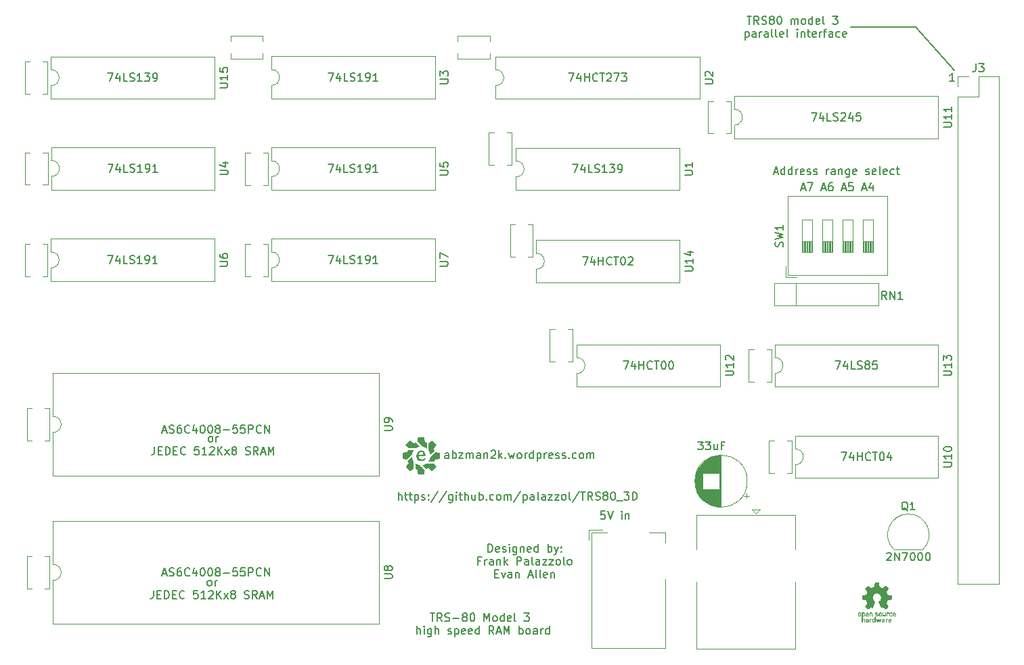
<source format=gto>
G04 #@! TF.GenerationSoftware,KiCad,Pcbnew,(6.0.0)*
G04 #@! TF.CreationDate,2022-08-18T21:33:12-04:00*
G04 #@! TF.ProjectId,rambo,72616d62-6f2e-46b6-9963-61645f706362,rev?*
G04 #@! TF.SameCoordinates,Original*
G04 #@! TF.FileFunction,Legend,Top*
G04 #@! TF.FilePolarity,Positive*
%FSLAX46Y46*%
G04 Gerber Fmt 4.6, Leading zero omitted, Abs format (unit mm)*
G04 Created by KiCad (PCBNEW (6.0.0)) date 2022-08-18 21:33:12*
%MOMM*%
%LPD*%
G01*
G04 APERTURE LIST*
%ADD10C,0.150000*%
%ADD11C,0.120000*%
%ADD12C,1.600000*%
%ADD13C,3.200000*%
%ADD14R,1.600000X1.600000*%
%ADD15O,1.600000X1.600000*%
%ADD16R,1.050000X1.500000*%
%ADD17O,1.050000X1.500000*%
%ADD18R,1.700000X1.700000*%
%ADD19C,1.700000*%
%ADD20C,3.500000*%
%ADD21O,1.700000X1.700000*%
%ADD22R,4.600000X2.000000*%
%ADD23O,4.200000X2.000000*%
%ADD24O,2.000000X4.200000*%
G04 APERTURE END LIST*
D10*
X231013000Y-69342000D02*
X239141000Y-69342000D01*
X239141000Y-69342000D02*
X243967000Y-74803000D01*
X229917714Y-89574666D02*
X230393904Y-89574666D01*
X229822476Y-89860380D02*
X230155809Y-88860380D01*
X230489142Y-89860380D01*
X231298666Y-88860380D02*
X230822476Y-88860380D01*
X230774857Y-89336571D01*
X230822476Y-89288952D01*
X230917714Y-89241333D01*
X231155809Y-89241333D01*
X231251047Y-89288952D01*
X231298666Y-89336571D01*
X231346285Y-89431809D01*
X231346285Y-89669904D01*
X231298666Y-89765142D01*
X231251047Y-89812761D01*
X231155809Y-89860380D01*
X230917714Y-89860380D01*
X230822476Y-89812761D01*
X230774857Y-89765142D01*
X224837714Y-89574666D02*
X225313904Y-89574666D01*
X224742476Y-89860380D02*
X225075809Y-88860380D01*
X225409142Y-89860380D01*
X225647238Y-88860380D02*
X226313904Y-88860380D01*
X225885333Y-89860380D01*
X178419952Y-142792380D02*
X178991380Y-142792380D01*
X178705666Y-143792380D02*
X178705666Y-142792380D01*
X179896142Y-143792380D02*
X179562809Y-143316190D01*
X179324714Y-143792380D02*
X179324714Y-142792380D01*
X179705666Y-142792380D01*
X179800904Y-142840000D01*
X179848523Y-142887619D01*
X179896142Y-142982857D01*
X179896142Y-143125714D01*
X179848523Y-143220952D01*
X179800904Y-143268571D01*
X179705666Y-143316190D01*
X179324714Y-143316190D01*
X180277095Y-143744761D02*
X180419952Y-143792380D01*
X180658047Y-143792380D01*
X180753285Y-143744761D01*
X180800904Y-143697142D01*
X180848523Y-143601904D01*
X180848523Y-143506666D01*
X180800904Y-143411428D01*
X180753285Y-143363809D01*
X180658047Y-143316190D01*
X180467571Y-143268571D01*
X180372333Y-143220952D01*
X180324714Y-143173333D01*
X180277095Y-143078095D01*
X180277095Y-142982857D01*
X180324714Y-142887619D01*
X180372333Y-142840000D01*
X180467571Y-142792380D01*
X180705666Y-142792380D01*
X180848523Y-142840000D01*
X181277095Y-143411428D02*
X182039000Y-143411428D01*
X182658047Y-143220952D02*
X182562809Y-143173333D01*
X182515190Y-143125714D01*
X182467571Y-143030476D01*
X182467571Y-142982857D01*
X182515190Y-142887619D01*
X182562809Y-142840000D01*
X182658047Y-142792380D01*
X182848523Y-142792380D01*
X182943761Y-142840000D01*
X182991380Y-142887619D01*
X183039000Y-142982857D01*
X183039000Y-143030476D01*
X182991380Y-143125714D01*
X182943761Y-143173333D01*
X182848523Y-143220952D01*
X182658047Y-143220952D01*
X182562809Y-143268571D01*
X182515190Y-143316190D01*
X182467571Y-143411428D01*
X182467571Y-143601904D01*
X182515190Y-143697142D01*
X182562809Y-143744761D01*
X182658047Y-143792380D01*
X182848523Y-143792380D01*
X182943761Y-143744761D01*
X182991380Y-143697142D01*
X183039000Y-143601904D01*
X183039000Y-143411428D01*
X182991380Y-143316190D01*
X182943761Y-143268571D01*
X182848523Y-143220952D01*
X183658047Y-142792380D02*
X183753285Y-142792380D01*
X183848523Y-142840000D01*
X183896142Y-142887619D01*
X183943761Y-142982857D01*
X183991380Y-143173333D01*
X183991380Y-143411428D01*
X183943761Y-143601904D01*
X183896142Y-143697142D01*
X183848523Y-143744761D01*
X183753285Y-143792380D01*
X183658047Y-143792380D01*
X183562809Y-143744761D01*
X183515190Y-143697142D01*
X183467571Y-143601904D01*
X183419952Y-143411428D01*
X183419952Y-143173333D01*
X183467571Y-142982857D01*
X183515190Y-142887619D01*
X183562809Y-142840000D01*
X183658047Y-142792380D01*
X185181857Y-143792380D02*
X185181857Y-142792380D01*
X185515190Y-143506666D01*
X185848523Y-142792380D01*
X185848523Y-143792380D01*
X186467571Y-143792380D02*
X186372333Y-143744761D01*
X186324714Y-143697142D01*
X186277095Y-143601904D01*
X186277095Y-143316190D01*
X186324714Y-143220952D01*
X186372333Y-143173333D01*
X186467571Y-143125714D01*
X186610428Y-143125714D01*
X186705666Y-143173333D01*
X186753285Y-143220952D01*
X186800904Y-143316190D01*
X186800904Y-143601904D01*
X186753285Y-143697142D01*
X186705666Y-143744761D01*
X186610428Y-143792380D01*
X186467571Y-143792380D01*
X187658047Y-143792380D02*
X187658047Y-142792380D01*
X187658047Y-143744761D02*
X187562809Y-143792380D01*
X187372333Y-143792380D01*
X187277095Y-143744761D01*
X187229476Y-143697142D01*
X187181857Y-143601904D01*
X187181857Y-143316190D01*
X187229476Y-143220952D01*
X187277095Y-143173333D01*
X187372333Y-143125714D01*
X187562809Y-143125714D01*
X187658047Y-143173333D01*
X188515190Y-143744761D02*
X188419952Y-143792380D01*
X188229476Y-143792380D01*
X188134238Y-143744761D01*
X188086619Y-143649523D01*
X188086619Y-143268571D01*
X188134238Y-143173333D01*
X188229476Y-143125714D01*
X188419952Y-143125714D01*
X188515190Y-143173333D01*
X188562809Y-143268571D01*
X188562809Y-143363809D01*
X188086619Y-143459047D01*
X189134238Y-143792380D02*
X189039000Y-143744761D01*
X188991380Y-143649523D01*
X188991380Y-142792380D01*
X190181857Y-142792380D02*
X190800904Y-142792380D01*
X190467571Y-143173333D01*
X190610428Y-143173333D01*
X190705666Y-143220952D01*
X190753285Y-143268571D01*
X190800904Y-143363809D01*
X190800904Y-143601904D01*
X190753285Y-143697142D01*
X190705666Y-143744761D01*
X190610428Y-143792380D01*
X190324714Y-143792380D01*
X190229476Y-143744761D01*
X190181857Y-143697142D01*
X176753285Y-145402380D02*
X176753285Y-144402380D01*
X177181857Y-145402380D02*
X177181857Y-144878571D01*
X177134238Y-144783333D01*
X177039000Y-144735714D01*
X176896142Y-144735714D01*
X176800904Y-144783333D01*
X176753285Y-144830952D01*
X177658047Y-145402380D02*
X177658047Y-144735714D01*
X177658047Y-144402380D02*
X177610428Y-144450000D01*
X177658047Y-144497619D01*
X177705666Y-144450000D01*
X177658047Y-144402380D01*
X177658047Y-144497619D01*
X178562809Y-144735714D02*
X178562809Y-145545238D01*
X178515190Y-145640476D01*
X178467571Y-145688095D01*
X178372333Y-145735714D01*
X178229476Y-145735714D01*
X178134238Y-145688095D01*
X178562809Y-145354761D02*
X178467571Y-145402380D01*
X178277095Y-145402380D01*
X178181857Y-145354761D01*
X178134238Y-145307142D01*
X178086619Y-145211904D01*
X178086619Y-144926190D01*
X178134238Y-144830952D01*
X178181857Y-144783333D01*
X178277095Y-144735714D01*
X178467571Y-144735714D01*
X178562809Y-144783333D01*
X179039000Y-145402380D02*
X179039000Y-144402380D01*
X179467571Y-145402380D02*
X179467571Y-144878571D01*
X179419952Y-144783333D01*
X179324714Y-144735714D01*
X179181857Y-144735714D01*
X179086619Y-144783333D01*
X179039000Y-144830952D01*
X180658047Y-145354761D02*
X180753285Y-145402380D01*
X180943761Y-145402380D01*
X181039000Y-145354761D01*
X181086619Y-145259523D01*
X181086619Y-145211904D01*
X181039000Y-145116666D01*
X180943761Y-145069047D01*
X180800904Y-145069047D01*
X180705666Y-145021428D01*
X180658047Y-144926190D01*
X180658047Y-144878571D01*
X180705666Y-144783333D01*
X180800904Y-144735714D01*
X180943761Y-144735714D01*
X181039000Y-144783333D01*
X181515190Y-144735714D02*
X181515190Y-145735714D01*
X181515190Y-144783333D02*
X181610428Y-144735714D01*
X181800904Y-144735714D01*
X181896142Y-144783333D01*
X181943761Y-144830952D01*
X181991380Y-144926190D01*
X181991380Y-145211904D01*
X181943761Y-145307142D01*
X181896142Y-145354761D01*
X181800904Y-145402380D01*
X181610428Y-145402380D01*
X181515190Y-145354761D01*
X182800904Y-145354761D02*
X182705666Y-145402380D01*
X182515190Y-145402380D01*
X182419952Y-145354761D01*
X182372333Y-145259523D01*
X182372333Y-144878571D01*
X182419952Y-144783333D01*
X182515190Y-144735714D01*
X182705666Y-144735714D01*
X182800904Y-144783333D01*
X182848523Y-144878571D01*
X182848523Y-144973809D01*
X182372333Y-145069047D01*
X183658047Y-145354761D02*
X183562809Y-145402380D01*
X183372333Y-145402380D01*
X183277095Y-145354761D01*
X183229476Y-145259523D01*
X183229476Y-144878571D01*
X183277095Y-144783333D01*
X183372333Y-144735714D01*
X183562809Y-144735714D01*
X183658047Y-144783333D01*
X183705666Y-144878571D01*
X183705666Y-144973809D01*
X183229476Y-145069047D01*
X184562809Y-145402380D02*
X184562809Y-144402380D01*
X184562809Y-145354761D02*
X184467571Y-145402380D01*
X184277095Y-145402380D01*
X184181857Y-145354761D01*
X184134238Y-145307142D01*
X184086619Y-145211904D01*
X184086619Y-144926190D01*
X184134238Y-144830952D01*
X184181857Y-144783333D01*
X184277095Y-144735714D01*
X184467571Y-144735714D01*
X184562809Y-144783333D01*
X186372333Y-145402380D02*
X186039000Y-144926190D01*
X185800904Y-145402380D02*
X185800904Y-144402380D01*
X186181857Y-144402380D01*
X186277095Y-144450000D01*
X186324714Y-144497619D01*
X186372333Y-144592857D01*
X186372333Y-144735714D01*
X186324714Y-144830952D01*
X186277095Y-144878571D01*
X186181857Y-144926190D01*
X185800904Y-144926190D01*
X186753285Y-145116666D02*
X187229476Y-145116666D01*
X186658047Y-145402380D02*
X186991380Y-144402380D01*
X187324714Y-145402380D01*
X187658047Y-145402380D02*
X187658047Y-144402380D01*
X187991380Y-145116666D01*
X188324714Y-144402380D01*
X188324714Y-145402380D01*
X189562809Y-145402380D02*
X189562809Y-144402380D01*
X189562809Y-144783333D02*
X189658047Y-144735714D01*
X189848523Y-144735714D01*
X189943761Y-144783333D01*
X189991380Y-144830952D01*
X190039000Y-144926190D01*
X190039000Y-145211904D01*
X189991380Y-145307142D01*
X189943761Y-145354761D01*
X189848523Y-145402380D01*
X189658047Y-145402380D01*
X189562809Y-145354761D01*
X190610428Y-145402380D02*
X190515190Y-145354761D01*
X190467571Y-145307142D01*
X190419952Y-145211904D01*
X190419952Y-144926190D01*
X190467571Y-144830952D01*
X190515190Y-144783333D01*
X190610428Y-144735714D01*
X190753285Y-144735714D01*
X190848523Y-144783333D01*
X190896142Y-144830952D01*
X190943761Y-144926190D01*
X190943761Y-145211904D01*
X190896142Y-145307142D01*
X190848523Y-145354761D01*
X190753285Y-145402380D01*
X190610428Y-145402380D01*
X191800904Y-145402380D02*
X191800904Y-144878571D01*
X191753285Y-144783333D01*
X191658047Y-144735714D01*
X191467571Y-144735714D01*
X191372333Y-144783333D01*
X191800904Y-145354761D02*
X191705666Y-145402380D01*
X191467571Y-145402380D01*
X191372333Y-145354761D01*
X191324714Y-145259523D01*
X191324714Y-145164285D01*
X191372333Y-145069047D01*
X191467571Y-145021428D01*
X191705666Y-145021428D01*
X191800904Y-144973809D01*
X192277095Y-145402380D02*
X192277095Y-144735714D01*
X192277095Y-144926190D02*
X192324714Y-144830952D01*
X192372333Y-144783333D01*
X192467571Y-144735714D01*
X192562809Y-144735714D01*
X193324714Y-145402380D02*
X193324714Y-144402380D01*
X193324714Y-145354761D02*
X193229476Y-145402380D01*
X193039000Y-145402380D01*
X192943761Y-145354761D01*
X192896142Y-145307142D01*
X192848523Y-145211904D01*
X192848523Y-144926190D01*
X192896142Y-144830952D01*
X192943761Y-144783333D01*
X193039000Y-144735714D01*
X193229476Y-144735714D01*
X193324714Y-144783333D01*
X243998714Y-76144380D02*
X243427285Y-76144380D01*
X243713000Y-76144380D02*
X243713000Y-75144380D01*
X243617761Y-75287238D01*
X243522523Y-75382476D01*
X243427285Y-75430095D01*
X150876047Y-121313380D02*
X150780809Y-121265761D01*
X150733190Y-121218142D01*
X150685571Y-121122904D01*
X150685571Y-120837190D01*
X150733190Y-120741952D01*
X150780809Y-120694333D01*
X150876047Y-120646714D01*
X151018904Y-120646714D01*
X151114142Y-120694333D01*
X151161761Y-120741952D01*
X151209380Y-120837190D01*
X151209380Y-121122904D01*
X151161761Y-121218142D01*
X151114142Y-121265761D01*
X151018904Y-121313380D01*
X150876047Y-121313380D01*
X151637952Y-121313380D02*
X151637952Y-120646714D01*
X151637952Y-120837190D02*
X151685571Y-120741952D01*
X151733190Y-120694333D01*
X151828428Y-120646714D01*
X151923666Y-120646714D01*
X143947476Y-121923380D02*
X143947476Y-122637666D01*
X143899857Y-122780523D01*
X143804619Y-122875761D01*
X143661761Y-122923380D01*
X143566523Y-122923380D01*
X144423666Y-122399571D02*
X144757000Y-122399571D01*
X144899857Y-122923380D02*
X144423666Y-122923380D01*
X144423666Y-121923380D01*
X144899857Y-121923380D01*
X145328428Y-122923380D02*
X145328428Y-121923380D01*
X145566523Y-121923380D01*
X145709380Y-121971000D01*
X145804619Y-122066238D01*
X145852238Y-122161476D01*
X145899857Y-122351952D01*
X145899857Y-122494809D01*
X145852238Y-122685285D01*
X145804619Y-122780523D01*
X145709380Y-122875761D01*
X145566523Y-122923380D01*
X145328428Y-122923380D01*
X146328428Y-122399571D02*
X146661761Y-122399571D01*
X146804619Y-122923380D02*
X146328428Y-122923380D01*
X146328428Y-121923380D01*
X146804619Y-121923380D01*
X147804619Y-122828142D02*
X147757000Y-122875761D01*
X147614142Y-122923380D01*
X147518904Y-122923380D01*
X147376047Y-122875761D01*
X147280809Y-122780523D01*
X147233190Y-122685285D01*
X147185571Y-122494809D01*
X147185571Y-122351952D01*
X147233190Y-122161476D01*
X147280809Y-122066238D01*
X147376047Y-121971000D01*
X147518904Y-121923380D01*
X147614142Y-121923380D01*
X147757000Y-121971000D01*
X147804619Y-122018619D01*
X149471285Y-121923380D02*
X148995095Y-121923380D01*
X148947476Y-122399571D01*
X148995095Y-122351952D01*
X149090333Y-122304333D01*
X149328428Y-122304333D01*
X149423666Y-122351952D01*
X149471285Y-122399571D01*
X149518904Y-122494809D01*
X149518904Y-122732904D01*
X149471285Y-122828142D01*
X149423666Y-122875761D01*
X149328428Y-122923380D01*
X149090333Y-122923380D01*
X148995095Y-122875761D01*
X148947476Y-122828142D01*
X150471285Y-122923380D02*
X149899857Y-122923380D01*
X150185571Y-122923380D02*
X150185571Y-121923380D01*
X150090333Y-122066238D01*
X149995095Y-122161476D01*
X149899857Y-122209095D01*
X150852238Y-122018619D02*
X150899857Y-121971000D01*
X150995095Y-121923380D01*
X151233190Y-121923380D01*
X151328428Y-121971000D01*
X151376047Y-122018619D01*
X151423666Y-122113857D01*
X151423666Y-122209095D01*
X151376047Y-122351952D01*
X150804619Y-122923380D01*
X151423666Y-122923380D01*
X151852238Y-122923380D02*
X151852238Y-121923380D01*
X152423666Y-122923380D02*
X151995095Y-122351952D01*
X152423666Y-121923380D02*
X151852238Y-122494809D01*
X152757000Y-122923380D02*
X153280809Y-122256714D01*
X152757000Y-122256714D02*
X153280809Y-122923380D01*
X153804619Y-122351952D02*
X153709380Y-122304333D01*
X153661761Y-122256714D01*
X153614142Y-122161476D01*
X153614142Y-122113857D01*
X153661761Y-122018619D01*
X153709380Y-121971000D01*
X153804619Y-121923380D01*
X153995095Y-121923380D01*
X154090333Y-121971000D01*
X154137952Y-122018619D01*
X154185571Y-122113857D01*
X154185571Y-122161476D01*
X154137952Y-122256714D01*
X154090333Y-122304333D01*
X153995095Y-122351952D01*
X153804619Y-122351952D01*
X153709380Y-122399571D01*
X153661761Y-122447190D01*
X153614142Y-122542428D01*
X153614142Y-122732904D01*
X153661761Y-122828142D01*
X153709380Y-122875761D01*
X153804619Y-122923380D01*
X153995095Y-122923380D01*
X154090333Y-122875761D01*
X154137952Y-122828142D01*
X154185571Y-122732904D01*
X154185571Y-122542428D01*
X154137952Y-122447190D01*
X154090333Y-122399571D01*
X153995095Y-122351952D01*
X155328428Y-122875761D02*
X155471285Y-122923380D01*
X155709380Y-122923380D01*
X155804619Y-122875761D01*
X155852238Y-122828142D01*
X155899857Y-122732904D01*
X155899857Y-122637666D01*
X155852238Y-122542428D01*
X155804619Y-122494809D01*
X155709380Y-122447190D01*
X155518904Y-122399571D01*
X155423666Y-122351952D01*
X155376047Y-122304333D01*
X155328428Y-122209095D01*
X155328428Y-122113857D01*
X155376047Y-122018619D01*
X155423666Y-121971000D01*
X155518904Y-121923380D01*
X155757000Y-121923380D01*
X155899857Y-121971000D01*
X156899857Y-122923380D02*
X156566523Y-122447190D01*
X156328428Y-122923380D02*
X156328428Y-121923380D01*
X156709380Y-121923380D01*
X156804619Y-121971000D01*
X156852238Y-122018619D01*
X156899857Y-122113857D01*
X156899857Y-122256714D01*
X156852238Y-122351952D01*
X156804619Y-122399571D01*
X156709380Y-122447190D01*
X156328428Y-122447190D01*
X157280809Y-122637666D02*
X157757000Y-122637666D01*
X157185571Y-122923380D02*
X157518904Y-121923380D01*
X157852238Y-122923380D01*
X158185571Y-122923380D02*
X158185571Y-121923380D01*
X158518904Y-122637666D01*
X158852238Y-121923380D01*
X158852238Y-122923380D01*
X180753857Y-123388380D02*
X180753857Y-122864571D01*
X180706238Y-122769333D01*
X180611000Y-122721714D01*
X180420523Y-122721714D01*
X180325285Y-122769333D01*
X180753857Y-123340761D02*
X180658619Y-123388380D01*
X180420523Y-123388380D01*
X180325285Y-123340761D01*
X180277666Y-123245523D01*
X180277666Y-123150285D01*
X180325285Y-123055047D01*
X180420523Y-123007428D01*
X180658619Y-123007428D01*
X180753857Y-122959809D01*
X181230047Y-123388380D02*
X181230047Y-122388380D01*
X181230047Y-122769333D02*
X181325285Y-122721714D01*
X181515761Y-122721714D01*
X181611000Y-122769333D01*
X181658619Y-122816952D01*
X181706238Y-122912190D01*
X181706238Y-123197904D01*
X181658619Y-123293142D01*
X181611000Y-123340761D01*
X181515761Y-123388380D01*
X181325285Y-123388380D01*
X181230047Y-123340761D01*
X182039571Y-122721714D02*
X182563380Y-122721714D01*
X182039571Y-123388380D01*
X182563380Y-123388380D01*
X182944333Y-123388380D02*
X182944333Y-122721714D01*
X182944333Y-122816952D02*
X182991952Y-122769333D01*
X183087190Y-122721714D01*
X183230047Y-122721714D01*
X183325285Y-122769333D01*
X183372904Y-122864571D01*
X183372904Y-123388380D01*
X183372904Y-122864571D02*
X183420523Y-122769333D01*
X183515761Y-122721714D01*
X183658619Y-122721714D01*
X183753857Y-122769333D01*
X183801476Y-122864571D01*
X183801476Y-123388380D01*
X184706238Y-123388380D02*
X184706238Y-122864571D01*
X184658619Y-122769333D01*
X184563380Y-122721714D01*
X184372904Y-122721714D01*
X184277666Y-122769333D01*
X184706238Y-123340761D02*
X184611000Y-123388380D01*
X184372904Y-123388380D01*
X184277666Y-123340761D01*
X184230047Y-123245523D01*
X184230047Y-123150285D01*
X184277666Y-123055047D01*
X184372904Y-123007428D01*
X184611000Y-123007428D01*
X184706238Y-122959809D01*
X185182428Y-122721714D02*
X185182428Y-123388380D01*
X185182428Y-122816952D02*
X185230047Y-122769333D01*
X185325285Y-122721714D01*
X185468142Y-122721714D01*
X185563380Y-122769333D01*
X185611000Y-122864571D01*
X185611000Y-123388380D01*
X186039571Y-122483619D02*
X186087190Y-122436000D01*
X186182428Y-122388380D01*
X186420523Y-122388380D01*
X186515761Y-122436000D01*
X186563380Y-122483619D01*
X186611000Y-122578857D01*
X186611000Y-122674095D01*
X186563380Y-122816952D01*
X185991952Y-123388380D01*
X186611000Y-123388380D01*
X187039571Y-123388380D02*
X187039571Y-122388380D01*
X187134809Y-123007428D02*
X187420523Y-123388380D01*
X187420523Y-122721714D02*
X187039571Y-123102666D01*
X187849095Y-123293142D02*
X187896714Y-123340761D01*
X187849095Y-123388380D01*
X187801476Y-123340761D01*
X187849095Y-123293142D01*
X187849095Y-123388380D01*
X188230047Y-122721714D02*
X188420523Y-123388380D01*
X188611000Y-122912190D01*
X188801476Y-123388380D01*
X188991952Y-122721714D01*
X189515761Y-123388380D02*
X189420523Y-123340761D01*
X189372904Y-123293142D01*
X189325285Y-123197904D01*
X189325285Y-122912190D01*
X189372904Y-122816952D01*
X189420523Y-122769333D01*
X189515761Y-122721714D01*
X189658619Y-122721714D01*
X189753857Y-122769333D01*
X189801476Y-122816952D01*
X189849095Y-122912190D01*
X189849095Y-123197904D01*
X189801476Y-123293142D01*
X189753857Y-123340761D01*
X189658619Y-123388380D01*
X189515761Y-123388380D01*
X190277666Y-123388380D02*
X190277666Y-122721714D01*
X190277666Y-122912190D02*
X190325285Y-122816952D01*
X190372904Y-122769333D01*
X190468142Y-122721714D01*
X190563380Y-122721714D01*
X191325285Y-123388380D02*
X191325285Y-122388380D01*
X191325285Y-123340761D02*
X191230047Y-123388380D01*
X191039571Y-123388380D01*
X190944333Y-123340761D01*
X190896714Y-123293142D01*
X190849095Y-123197904D01*
X190849095Y-122912190D01*
X190896714Y-122816952D01*
X190944333Y-122769333D01*
X191039571Y-122721714D01*
X191230047Y-122721714D01*
X191325285Y-122769333D01*
X191801476Y-122721714D02*
X191801476Y-123721714D01*
X191801476Y-122769333D02*
X191896714Y-122721714D01*
X192087190Y-122721714D01*
X192182428Y-122769333D01*
X192230047Y-122816952D01*
X192277666Y-122912190D01*
X192277666Y-123197904D01*
X192230047Y-123293142D01*
X192182428Y-123340761D01*
X192087190Y-123388380D01*
X191896714Y-123388380D01*
X191801476Y-123340761D01*
X192706238Y-123388380D02*
X192706238Y-122721714D01*
X192706238Y-122912190D02*
X192753857Y-122816952D01*
X192801476Y-122769333D01*
X192896714Y-122721714D01*
X192991952Y-122721714D01*
X193706238Y-123340761D02*
X193611000Y-123388380D01*
X193420523Y-123388380D01*
X193325285Y-123340761D01*
X193277666Y-123245523D01*
X193277666Y-122864571D01*
X193325285Y-122769333D01*
X193420523Y-122721714D01*
X193611000Y-122721714D01*
X193706238Y-122769333D01*
X193753857Y-122864571D01*
X193753857Y-122959809D01*
X193277666Y-123055047D01*
X194134809Y-123340761D02*
X194230047Y-123388380D01*
X194420523Y-123388380D01*
X194515761Y-123340761D01*
X194563380Y-123245523D01*
X194563380Y-123197904D01*
X194515761Y-123102666D01*
X194420523Y-123055047D01*
X194277666Y-123055047D01*
X194182428Y-123007428D01*
X194134809Y-122912190D01*
X194134809Y-122864571D01*
X194182428Y-122769333D01*
X194277666Y-122721714D01*
X194420523Y-122721714D01*
X194515761Y-122769333D01*
X194944333Y-123340761D02*
X195039571Y-123388380D01*
X195230047Y-123388380D01*
X195325285Y-123340761D01*
X195372904Y-123245523D01*
X195372904Y-123197904D01*
X195325285Y-123102666D01*
X195230047Y-123055047D01*
X195087190Y-123055047D01*
X194991952Y-123007428D01*
X194944333Y-122912190D01*
X194944333Y-122864571D01*
X194991952Y-122769333D01*
X195087190Y-122721714D01*
X195230047Y-122721714D01*
X195325285Y-122769333D01*
X195801476Y-123293142D02*
X195849095Y-123340761D01*
X195801476Y-123388380D01*
X195753857Y-123340761D01*
X195801476Y-123293142D01*
X195801476Y-123388380D01*
X196706238Y-123340761D02*
X196611000Y-123388380D01*
X196420523Y-123388380D01*
X196325285Y-123340761D01*
X196277666Y-123293142D01*
X196230047Y-123197904D01*
X196230047Y-122912190D01*
X196277666Y-122816952D01*
X196325285Y-122769333D01*
X196420523Y-122721714D01*
X196611000Y-122721714D01*
X196706238Y-122769333D01*
X197277666Y-123388380D02*
X197182428Y-123340761D01*
X197134809Y-123293142D01*
X197087190Y-123197904D01*
X197087190Y-122912190D01*
X197134809Y-122816952D01*
X197182428Y-122769333D01*
X197277666Y-122721714D01*
X197420523Y-122721714D01*
X197515761Y-122769333D01*
X197563380Y-122816952D01*
X197611000Y-122912190D01*
X197611000Y-123197904D01*
X197563380Y-123293142D01*
X197515761Y-123340761D01*
X197420523Y-123388380D01*
X197277666Y-123388380D01*
X198039571Y-123388380D02*
X198039571Y-122721714D01*
X198039571Y-122816952D02*
X198087190Y-122769333D01*
X198182428Y-122721714D01*
X198325285Y-122721714D01*
X198420523Y-122769333D01*
X198468142Y-122864571D01*
X198468142Y-123388380D01*
X198468142Y-122864571D02*
X198515761Y-122769333D01*
X198611000Y-122721714D01*
X198753857Y-122721714D01*
X198849095Y-122769333D01*
X198896714Y-122864571D01*
X198896714Y-123388380D01*
X221449285Y-87542666D02*
X221925476Y-87542666D01*
X221354047Y-87828380D02*
X221687380Y-86828380D01*
X222020714Y-87828380D01*
X222782619Y-87828380D02*
X222782619Y-86828380D01*
X222782619Y-87780761D02*
X222687380Y-87828380D01*
X222496904Y-87828380D01*
X222401666Y-87780761D01*
X222354047Y-87733142D01*
X222306428Y-87637904D01*
X222306428Y-87352190D01*
X222354047Y-87256952D01*
X222401666Y-87209333D01*
X222496904Y-87161714D01*
X222687380Y-87161714D01*
X222782619Y-87209333D01*
X223687380Y-87828380D02*
X223687380Y-86828380D01*
X223687380Y-87780761D02*
X223592142Y-87828380D01*
X223401666Y-87828380D01*
X223306428Y-87780761D01*
X223258809Y-87733142D01*
X223211190Y-87637904D01*
X223211190Y-87352190D01*
X223258809Y-87256952D01*
X223306428Y-87209333D01*
X223401666Y-87161714D01*
X223592142Y-87161714D01*
X223687380Y-87209333D01*
X224163571Y-87828380D02*
X224163571Y-87161714D01*
X224163571Y-87352190D02*
X224211190Y-87256952D01*
X224258809Y-87209333D01*
X224354047Y-87161714D01*
X224449285Y-87161714D01*
X225163571Y-87780761D02*
X225068333Y-87828380D01*
X224877857Y-87828380D01*
X224782619Y-87780761D01*
X224735000Y-87685523D01*
X224735000Y-87304571D01*
X224782619Y-87209333D01*
X224877857Y-87161714D01*
X225068333Y-87161714D01*
X225163571Y-87209333D01*
X225211190Y-87304571D01*
X225211190Y-87399809D01*
X224735000Y-87495047D01*
X225592142Y-87780761D02*
X225687380Y-87828380D01*
X225877857Y-87828380D01*
X225973095Y-87780761D01*
X226020714Y-87685523D01*
X226020714Y-87637904D01*
X225973095Y-87542666D01*
X225877857Y-87495047D01*
X225735000Y-87495047D01*
X225639761Y-87447428D01*
X225592142Y-87352190D01*
X225592142Y-87304571D01*
X225639761Y-87209333D01*
X225735000Y-87161714D01*
X225877857Y-87161714D01*
X225973095Y-87209333D01*
X226401666Y-87780761D02*
X226496904Y-87828380D01*
X226687380Y-87828380D01*
X226782619Y-87780761D01*
X226830238Y-87685523D01*
X226830238Y-87637904D01*
X226782619Y-87542666D01*
X226687380Y-87495047D01*
X226544523Y-87495047D01*
X226449285Y-87447428D01*
X226401666Y-87352190D01*
X226401666Y-87304571D01*
X226449285Y-87209333D01*
X226544523Y-87161714D01*
X226687380Y-87161714D01*
X226782619Y-87209333D01*
X228020714Y-87828380D02*
X228020714Y-87161714D01*
X228020714Y-87352190D02*
X228068333Y-87256952D01*
X228115952Y-87209333D01*
X228211190Y-87161714D01*
X228306428Y-87161714D01*
X229068333Y-87828380D02*
X229068333Y-87304571D01*
X229020714Y-87209333D01*
X228925476Y-87161714D01*
X228735000Y-87161714D01*
X228639761Y-87209333D01*
X229068333Y-87780761D02*
X228973095Y-87828380D01*
X228735000Y-87828380D01*
X228639761Y-87780761D01*
X228592142Y-87685523D01*
X228592142Y-87590285D01*
X228639761Y-87495047D01*
X228735000Y-87447428D01*
X228973095Y-87447428D01*
X229068333Y-87399809D01*
X229544523Y-87161714D02*
X229544523Y-87828380D01*
X229544523Y-87256952D02*
X229592142Y-87209333D01*
X229687380Y-87161714D01*
X229830238Y-87161714D01*
X229925476Y-87209333D01*
X229973095Y-87304571D01*
X229973095Y-87828380D01*
X230877857Y-87161714D02*
X230877857Y-87971238D01*
X230830238Y-88066476D01*
X230782619Y-88114095D01*
X230687380Y-88161714D01*
X230544523Y-88161714D01*
X230449285Y-88114095D01*
X230877857Y-87780761D02*
X230782619Y-87828380D01*
X230592142Y-87828380D01*
X230496904Y-87780761D01*
X230449285Y-87733142D01*
X230401666Y-87637904D01*
X230401666Y-87352190D01*
X230449285Y-87256952D01*
X230496904Y-87209333D01*
X230592142Y-87161714D01*
X230782619Y-87161714D01*
X230877857Y-87209333D01*
X231735000Y-87780761D02*
X231639761Y-87828380D01*
X231449285Y-87828380D01*
X231354047Y-87780761D01*
X231306428Y-87685523D01*
X231306428Y-87304571D01*
X231354047Y-87209333D01*
X231449285Y-87161714D01*
X231639761Y-87161714D01*
X231735000Y-87209333D01*
X231782619Y-87304571D01*
X231782619Y-87399809D01*
X231306428Y-87495047D01*
X232925476Y-87780761D02*
X233020714Y-87828380D01*
X233211190Y-87828380D01*
X233306428Y-87780761D01*
X233354047Y-87685523D01*
X233354047Y-87637904D01*
X233306428Y-87542666D01*
X233211190Y-87495047D01*
X233068333Y-87495047D01*
X232973095Y-87447428D01*
X232925476Y-87352190D01*
X232925476Y-87304571D01*
X232973095Y-87209333D01*
X233068333Y-87161714D01*
X233211190Y-87161714D01*
X233306428Y-87209333D01*
X234163571Y-87780761D02*
X234068333Y-87828380D01*
X233877857Y-87828380D01*
X233782619Y-87780761D01*
X233735000Y-87685523D01*
X233735000Y-87304571D01*
X233782619Y-87209333D01*
X233877857Y-87161714D01*
X234068333Y-87161714D01*
X234163571Y-87209333D01*
X234211190Y-87304571D01*
X234211190Y-87399809D01*
X233735000Y-87495047D01*
X234782619Y-87828380D02*
X234687380Y-87780761D01*
X234639761Y-87685523D01*
X234639761Y-86828380D01*
X235544523Y-87780761D02*
X235449285Y-87828380D01*
X235258809Y-87828380D01*
X235163571Y-87780761D01*
X235115952Y-87685523D01*
X235115952Y-87304571D01*
X235163571Y-87209333D01*
X235258809Y-87161714D01*
X235449285Y-87161714D01*
X235544523Y-87209333D01*
X235592142Y-87304571D01*
X235592142Y-87399809D01*
X235115952Y-87495047D01*
X236449285Y-87780761D02*
X236354047Y-87828380D01*
X236163571Y-87828380D01*
X236068333Y-87780761D01*
X236020714Y-87733142D01*
X235973095Y-87637904D01*
X235973095Y-87352190D01*
X236020714Y-87256952D01*
X236068333Y-87209333D01*
X236163571Y-87161714D01*
X236354047Y-87161714D01*
X236449285Y-87209333D01*
X236735000Y-87161714D02*
X237115952Y-87161714D01*
X236877857Y-86828380D02*
X236877857Y-87685523D01*
X236925476Y-87780761D01*
X237020714Y-87828380D01*
X237115952Y-87828380D01*
X185674571Y-135113380D02*
X185674571Y-134113380D01*
X185912666Y-134113380D01*
X186055523Y-134161000D01*
X186150761Y-134256238D01*
X186198380Y-134351476D01*
X186246000Y-134541952D01*
X186246000Y-134684809D01*
X186198380Y-134875285D01*
X186150761Y-134970523D01*
X186055523Y-135065761D01*
X185912666Y-135113380D01*
X185674571Y-135113380D01*
X187055523Y-135065761D02*
X186960285Y-135113380D01*
X186769809Y-135113380D01*
X186674571Y-135065761D01*
X186626952Y-134970523D01*
X186626952Y-134589571D01*
X186674571Y-134494333D01*
X186769809Y-134446714D01*
X186960285Y-134446714D01*
X187055523Y-134494333D01*
X187103142Y-134589571D01*
X187103142Y-134684809D01*
X186626952Y-134780047D01*
X187484095Y-135065761D02*
X187579333Y-135113380D01*
X187769809Y-135113380D01*
X187865047Y-135065761D01*
X187912666Y-134970523D01*
X187912666Y-134922904D01*
X187865047Y-134827666D01*
X187769809Y-134780047D01*
X187626952Y-134780047D01*
X187531714Y-134732428D01*
X187484095Y-134637190D01*
X187484095Y-134589571D01*
X187531714Y-134494333D01*
X187626952Y-134446714D01*
X187769809Y-134446714D01*
X187865047Y-134494333D01*
X188341238Y-135113380D02*
X188341238Y-134446714D01*
X188341238Y-134113380D02*
X188293619Y-134161000D01*
X188341238Y-134208619D01*
X188388857Y-134161000D01*
X188341238Y-134113380D01*
X188341238Y-134208619D01*
X189246000Y-134446714D02*
X189246000Y-135256238D01*
X189198380Y-135351476D01*
X189150761Y-135399095D01*
X189055523Y-135446714D01*
X188912666Y-135446714D01*
X188817428Y-135399095D01*
X189246000Y-135065761D02*
X189150761Y-135113380D01*
X188960285Y-135113380D01*
X188865047Y-135065761D01*
X188817428Y-135018142D01*
X188769809Y-134922904D01*
X188769809Y-134637190D01*
X188817428Y-134541952D01*
X188865047Y-134494333D01*
X188960285Y-134446714D01*
X189150761Y-134446714D01*
X189246000Y-134494333D01*
X189722190Y-134446714D02*
X189722190Y-135113380D01*
X189722190Y-134541952D02*
X189769809Y-134494333D01*
X189865047Y-134446714D01*
X190007904Y-134446714D01*
X190103142Y-134494333D01*
X190150761Y-134589571D01*
X190150761Y-135113380D01*
X191007904Y-135065761D02*
X190912666Y-135113380D01*
X190722190Y-135113380D01*
X190626952Y-135065761D01*
X190579333Y-134970523D01*
X190579333Y-134589571D01*
X190626952Y-134494333D01*
X190722190Y-134446714D01*
X190912666Y-134446714D01*
X191007904Y-134494333D01*
X191055523Y-134589571D01*
X191055523Y-134684809D01*
X190579333Y-134780047D01*
X191912666Y-135113380D02*
X191912666Y-134113380D01*
X191912666Y-135065761D02*
X191817428Y-135113380D01*
X191626952Y-135113380D01*
X191531714Y-135065761D01*
X191484095Y-135018142D01*
X191436476Y-134922904D01*
X191436476Y-134637190D01*
X191484095Y-134541952D01*
X191531714Y-134494333D01*
X191626952Y-134446714D01*
X191817428Y-134446714D01*
X191912666Y-134494333D01*
X193150761Y-135113380D02*
X193150761Y-134113380D01*
X193150761Y-134494333D02*
X193246000Y-134446714D01*
X193436476Y-134446714D01*
X193531714Y-134494333D01*
X193579333Y-134541952D01*
X193626952Y-134637190D01*
X193626952Y-134922904D01*
X193579333Y-135018142D01*
X193531714Y-135065761D01*
X193436476Y-135113380D01*
X193246000Y-135113380D01*
X193150761Y-135065761D01*
X193960285Y-134446714D02*
X194198380Y-135113380D01*
X194436476Y-134446714D02*
X194198380Y-135113380D01*
X194103142Y-135351476D01*
X194055523Y-135399095D01*
X193960285Y-135446714D01*
X194817428Y-135018142D02*
X194865047Y-135065761D01*
X194817428Y-135113380D01*
X194769809Y-135065761D01*
X194817428Y-135018142D01*
X194817428Y-135113380D01*
X194817428Y-134494333D02*
X194865047Y-134541952D01*
X194817428Y-134589571D01*
X194769809Y-134541952D01*
X194817428Y-134494333D01*
X194817428Y-134589571D01*
X184746000Y-136199571D02*
X184412666Y-136199571D01*
X184412666Y-136723380D02*
X184412666Y-135723380D01*
X184888857Y-135723380D01*
X185269809Y-136723380D02*
X185269809Y-136056714D01*
X185269809Y-136247190D02*
X185317428Y-136151952D01*
X185365047Y-136104333D01*
X185460285Y-136056714D01*
X185555523Y-136056714D01*
X186317428Y-136723380D02*
X186317428Y-136199571D01*
X186269809Y-136104333D01*
X186174571Y-136056714D01*
X185984095Y-136056714D01*
X185888857Y-136104333D01*
X186317428Y-136675761D02*
X186222190Y-136723380D01*
X185984095Y-136723380D01*
X185888857Y-136675761D01*
X185841238Y-136580523D01*
X185841238Y-136485285D01*
X185888857Y-136390047D01*
X185984095Y-136342428D01*
X186222190Y-136342428D01*
X186317428Y-136294809D01*
X186793619Y-136056714D02*
X186793619Y-136723380D01*
X186793619Y-136151952D02*
X186841238Y-136104333D01*
X186936476Y-136056714D01*
X187079333Y-136056714D01*
X187174571Y-136104333D01*
X187222190Y-136199571D01*
X187222190Y-136723380D01*
X187698380Y-136723380D02*
X187698380Y-135723380D01*
X187793619Y-136342428D02*
X188079333Y-136723380D01*
X188079333Y-136056714D02*
X187698380Y-136437666D01*
X189269809Y-136723380D02*
X189269809Y-135723380D01*
X189650761Y-135723380D01*
X189746000Y-135771000D01*
X189793619Y-135818619D01*
X189841238Y-135913857D01*
X189841238Y-136056714D01*
X189793619Y-136151952D01*
X189746000Y-136199571D01*
X189650761Y-136247190D01*
X189269809Y-136247190D01*
X190698380Y-136723380D02*
X190698380Y-136199571D01*
X190650761Y-136104333D01*
X190555523Y-136056714D01*
X190365047Y-136056714D01*
X190269809Y-136104333D01*
X190698380Y-136675761D02*
X190603142Y-136723380D01*
X190365047Y-136723380D01*
X190269809Y-136675761D01*
X190222190Y-136580523D01*
X190222190Y-136485285D01*
X190269809Y-136390047D01*
X190365047Y-136342428D01*
X190603142Y-136342428D01*
X190698380Y-136294809D01*
X191317428Y-136723380D02*
X191222190Y-136675761D01*
X191174571Y-136580523D01*
X191174571Y-135723380D01*
X192126952Y-136723380D02*
X192126952Y-136199571D01*
X192079333Y-136104333D01*
X191984095Y-136056714D01*
X191793619Y-136056714D01*
X191698380Y-136104333D01*
X192126952Y-136675761D02*
X192031714Y-136723380D01*
X191793619Y-136723380D01*
X191698380Y-136675761D01*
X191650761Y-136580523D01*
X191650761Y-136485285D01*
X191698380Y-136390047D01*
X191793619Y-136342428D01*
X192031714Y-136342428D01*
X192126952Y-136294809D01*
X192507904Y-136056714D02*
X193031714Y-136056714D01*
X192507904Y-136723380D01*
X193031714Y-136723380D01*
X193317428Y-136056714D02*
X193841238Y-136056714D01*
X193317428Y-136723380D01*
X193841238Y-136723380D01*
X194365047Y-136723380D02*
X194269809Y-136675761D01*
X194222190Y-136628142D01*
X194174571Y-136532904D01*
X194174571Y-136247190D01*
X194222190Y-136151952D01*
X194269809Y-136104333D01*
X194365047Y-136056714D01*
X194507904Y-136056714D01*
X194603142Y-136104333D01*
X194650761Y-136151952D01*
X194698380Y-136247190D01*
X194698380Y-136532904D01*
X194650761Y-136628142D01*
X194603142Y-136675761D01*
X194507904Y-136723380D01*
X194365047Y-136723380D01*
X195269809Y-136723380D02*
X195174571Y-136675761D01*
X195126952Y-136580523D01*
X195126952Y-135723380D01*
X195793619Y-136723380D02*
X195698380Y-136675761D01*
X195650761Y-136628142D01*
X195603142Y-136532904D01*
X195603142Y-136247190D01*
X195650761Y-136151952D01*
X195698380Y-136104333D01*
X195793619Y-136056714D01*
X195936476Y-136056714D01*
X196031714Y-136104333D01*
X196079333Y-136151952D01*
X196126952Y-136247190D01*
X196126952Y-136532904D01*
X196079333Y-136628142D01*
X196031714Y-136675761D01*
X195936476Y-136723380D01*
X195793619Y-136723380D01*
X186531714Y-137809571D02*
X186865047Y-137809571D01*
X187007904Y-138333380D02*
X186531714Y-138333380D01*
X186531714Y-137333380D01*
X187007904Y-137333380D01*
X187341238Y-137666714D02*
X187579333Y-138333380D01*
X187817428Y-137666714D01*
X188626952Y-138333380D02*
X188626952Y-137809571D01*
X188579333Y-137714333D01*
X188484095Y-137666714D01*
X188293619Y-137666714D01*
X188198380Y-137714333D01*
X188626952Y-138285761D02*
X188531714Y-138333380D01*
X188293619Y-138333380D01*
X188198380Y-138285761D01*
X188150761Y-138190523D01*
X188150761Y-138095285D01*
X188198380Y-138000047D01*
X188293619Y-137952428D01*
X188531714Y-137952428D01*
X188626952Y-137904809D01*
X189103142Y-137666714D02*
X189103142Y-138333380D01*
X189103142Y-137761952D02*
X189150761Y-137714333D01*
X189246000Y-137666714D01*
X189388857Y-137666714D01*
X189484095Y-137714333D01*
X189531714Y-137809571D01*
X189531714Y-138333380D01*
X190722190Y-138047666D02*
X191198380Y-138047666D01*
X190626952Y-138333380D02*
X190960285Y-137333380D01*
X191293619Y-138333380D01*
X191769809Y-138333380D02*
X191674571Y-138285761D01*
X191626952Y-138190523D01*
X191626952Y-137333380D01*
X192293619Y-138333380D02*
X192198380Y-138285761D01*
X192150761Y-138190523D01*
X192150761Y-137333380D01*
X193055523Y-138285761D02*
X192960285Y-138333380D01*
X192769809Y-138333380D01*
X192674571Y-138285761D01*
X192626952Y-138190523D01*
X192626952Y-137809571D01*
X192674571Y-137714333D01*
X192769809Y-137666714D01*
X192960285Y-137666714D01*
X193055523Y-137714333D01*
X193103142Y-137809571D01*
X193103142Y-137904809D01*
X192626952Y-138000047D01*
X193531714Y-137666714D02*
X193531714Y-138333380D01*
X193531714Y-137761952D02*
X193579333Y-137714333D01*
X193674571Y-137666714D01*
X193817428Y-137666714D01*
X193912666Y-137714333D01*
X193960285Y-137809571D01*
X193960285Y-138333380D01*
X200287095Y-130008380D02*
X199810904Y-130008380D01*
X199763285Y-130484571D01*
X199810904Y-130436952D01*
X199906142Y-130389333D01*
X200144238Y-130389333D01*
X200239476Y-130436952D01*
X200287095Y-130484571D01*
X200334714Y-130579809D01*
X200334714Y-130817904D01*
X200287095Y-130913142D01*
X200239476Y-130960761D01*
X200144238Y-131008380D01*
X199906142Y-131008380D01*
X199810904Y-130960761D01*
X199763285Y-130913142D01*
X200620428Y-130008380D02*
X200953761Y-131008380D01*
X201287095Y-130008380D01*
X202382333Y-131008380D02*
X202382333Y-130341714D01*
X202382333Y-130008380D02*
X202334714Y-130056000D01*
X202382333Y-130103619D01*
X202429952Y-130056000D01*
X202382333Y-130008380D01*
X202382333Y-130103619D01*
X202858523Y-130341714D02*
X202858523Y-131008380D01*
X202858523Y-130436952D02*
X202906142Y-130389333D01*
X203001380Y-130341714D01*
X203144238Y-130341714D01*
X203239476Y-130389333D01*
X203287095Y-130484571D01*
X203287095Y-131008380D01*
X232457714Y-89574666D02*
X232933904Y-89574666D01*
X232362476Y-89860380D02*
X232695809Y-88860380D01*
X233029142Y-89860380D01*
X233791047Y-89193714D02*
X233791047Y-89860380D01*
X233552952Y-88812761D02*
X233314857Y-89527047D01*
X233933904Y-89527047D01*
X174452238Y-128595380D02*
X174452238Y-127595380D01*
X174880809Y-128595380D02*
X174880809Y-128071571D01*
X174833190Y-127976333D01*
X174737952Y-127928714D01*
X174595095Y-127928714D01*
X174499857Y-127976333D01*
X174452238Y-128023952D01*
X175214142Y-127928714D02*
X175595095Y-127928714D01*
X175357000Y-127595380D02*
X175357000Y-128452523D01*
X175404619Y-128547761D01*
X175499857Y-128595380D01*
X175595095Y-128595380D01*
X175785571Y-127928714D02*
X176166523Y-127928714D01*
X175928428Y-127595380D02*
X175928428Y-128452523D01*
X175976047Y-128547761D01*
X176071285Y-128595380D01*
X176166523Y-128595380D01*
X176499857Y-127928714D02*
X176499857Y-128928714D01*
X176499857Y-127976333D02*
X176595095Y-127928714D01*
X176785571Y-127928714D01*
X176880809Y-127976333D01*
X176928428Y-128023952D01*
X176976047Y-128119190D01*
X176976047Y-128404904D01*
X176928428Y-128500142D01*
X176880809Y-128547761D01*
X176785571Y-128595380D01*
X176595095Y-128595380D01*
X176499857Y-128547761D01*
X177357000Y-128547761D02*
X177452238Y-128595380D01*
X177642714Y-128595380D01*
X177737952Y-128547761D01*
X177785571Y-128452523D01*
X177785571Y-128404904D01*
X177737952Y-128309666D01*
X177642714Y-128262047D01*
X177499857Y-128262047D01*
X177404619Y-128214428D01*
X177357000Y-128119190D01*
X177357000Y-128071571D01*
X177404619Y-127976333D01*
X177499857Y-127928714D01*
X177642714Y-127928714D01*
X177737952Y-127976333D01*
X178214142Y-128500142D02*
X178261761Y-128547761D01*
X178214142Y-128595380D01*
X178166523Y-128547761D01*
X178214142Y-128500142D01*
X178214142Y-128595380D01*
X178214142Y-127976333D02*
X178261761Y-128023952D01*
X178214142Y-128071571D01*
X178166523Y-128023952D01*
X178214142Y-127976333D01*
X178214142Y-128071571D01*
X179404619Y-127547761D02*
X178547476Y-128833476D01*
X180452238Y-127547761D02*
X179595095Y-128833476D01*
X181214142Y-127928714D02*
X181214142Y-128738238D01*
X181166523Y-128833476D01*
X181118904Y-128881095D01*
X181023666Y-128928714D01*
X180880809Y-128928714D01*
X180785571Y-128881095D01*
X181214142Y-128547761D02*
X181118904Y-128595380D01*
X180928428Y-128595380D01*
X180833190Y-128547761D01*
X180785571Y-128500142D01*
X180737952Y-128404904D01*
X180737952Y-128119190D01*
X180785571Y-128023952D01*
X180833190Y-127976333D01*
X180928428Y-127928714D01*
X181118904Y-127928714D01*
X181214142Y-127976333D01*
X181690333Y-128595380D02*
X181690333Y-127928714D01*
X181690333Y-127595380D02*
X181642714Y-127643000D01*
X181690333Y-127690619D01*
X181737952Y-127643000D01*
X181690333Y-127595380D01*
X181690333Y-127690619D01*
X182023666Y-127928714D02*
X182404619Y-127928714D01*
X182166523Y-127595380D02*
X182166523Y-128452523D01*
X182214142Y-128547761D01*
X182309380Y-128595380D01*
X182404619Y-128595380D01*
X182737952Y-128595380D02*
X182737952Y-127595380D01*
X183166523Y-128595380D02*
X183166523Y-128071571D01*
X183118904Y-127976333D01*
X183023666Y-127928714D01*
X182880809Y-127928714D01*
X182785571Y-127976333D01*
X182737952Y-128023952D01*
X184071285Y-127928714D02*
X184071285Y-128595380D01*
X183642714Y-127928714D02*
X183642714Y-128452523D01*
X183690333Y-128547761D01*
X183785571Y-128595380D01*
X183928428Y-128595380D01*
X184023666Y-128547761D01*
X184071285Y-128500142D01*
X184547476Y-128595380D02*
X184547476Y-127595380D01*
X184547476Y-127976333D02*
X184642714Y-127928714D01*
X184833190Y-127928714D01*
X184928428Y-127976333D01*
X184976047Y-128023952D01*
X185023666Y-128119190D01*
X185023666Y-128404904D01*
X184976047Y-128500142D01*
X184928428Y-128547761D01*
X184833190Y-128595380D01*
X184642714Y-128595380D01*
X184547476Y-128547761D01*
X185452238Y-128500142D02*
X185499857Y-128547761D01*
X185452238Y-128595380D01*
X185404619Y-128547761D01*
X185452238Y-128500142D01*
X185452238Y-128595380D01*
X186357000Y-128547761D02*
X186261761Y-128595380D01*
X186071285Y-128595380D01*
X185976047Y-128547761D01*
X185928428Y-128500142D01*
X185880809Y-128404904D01*
X185880809Y-128119190D01*
X185928428Y-128023952D01*
X185976047Y-127976333D01*
X186071285Y-127928714D01*
X186261761Y-127928714D01*
X186357000Y-127976333D01*
X186928428Y-128595380D02*
X186833190Y-128547761D01*
X186785571Y-128500142D01*
X186737952Y-128404904D01*
X186737952Y-128119190D01*
X186785571Y-128023952D01*
X186833190Y-127976333D01*
X186928428Y-127928714D01*
X187071285Y-127928714D01*
X187166523Y-127976333D01*
X187214142Y-128023952D01*
X187261761Y-128119190D01*
X187261761Y-128404904D01*
X187214142Y-128500142D01*
X187166523Y-128547761D01*
X187071285Y-128595380D01*
X186928428Y-128595380D01*
X187690333Y-128595380D02*
X187690333Y-127928714D01*
X187690333Y-128023952D02*
X187737952Y-127976333D01*
X187833190Y-127928714D01*
X187976047Y-127928714D01*
X188071285Y-127976333D01*
X188118904Y-128071571D01*
X188118904Y-128595380D01*
X188118904Y-128071571D02*
X188166523Y-127976333D01*
X188261761Y-127928714D01*
X188404619Y-127928714D01*
X188499857Y-127976333D01*
X188547476Y-128071571D01*
X188547476Y-128595380D01*
X189737952Y-127547761D02*
X188880809Y-128833476D01*
X190071285Y-127928714D02*
X190071285Y-128928714D01*
X190071285Y-127976333D02*
X190166523Y-127928714D01*
X190357000Y-127928714D01*
X190452238Y-127976333D01*
X190499857Y-128023952D01*
X190547476Y-128119190D01*
X190547476Y-128404904D01*
X190499857Y-128500142D01*
X190452238Y-128547761D01*
X190357000Y-128595380D01*
X190166523Y-128595380D01*
X190071285Y-128547761D01*
X191404619Y-128595380D02*
X191404619Y-128071571D01*
X191357000Y-127976333D01*
X191261761Y-127928714D01*
X191071285Y-127928714D01*
X190976047Y-127976333D01*
X191404619Y-128547761D02*
X191309380Y-128595380D01*
X191071285Y-128595380D01*
X190976047Y-128547761D01*
X190928428Y-128452523D01*
X190928428Y-128357285D01*
X190976047Y-128262047D01*
X191071285Y-128214428D01*
X191309380Y-128214428D01*
X191404619Y-128166809D01*
X192023666Y-128595380D02*
X191928428Y-128547761D01*
X191880809Y-128452523D01*
X191880809Y-127595380D01*
X192833190Y-128595380D02*
X192833190Y-128071571D01*
X192785571Y-127976333D01*
X192690333Y-127928714D01*
X192499857Y-127928714D01*
X192404619Y-127976333D01*
X192833190Y-128547761D02*
X192737952Y-128595380D01*
X192499857Y-128595380D01*
X192404619Y-128547761D01*
X192357000Y-128452523D01*
X192357000Y-128357285D01*
X192404619Y-128262047D01*
X192499857Y-128214428D01*
X192737952Y-128214428D01*
X192833190Y-128166809D01*
X193214142Y-127928714D02*
X193737952Y-127928714D01*
X193214142Y-128595380D01*
X193737952Y-128595380D01*
X194023666Y-127928714D02*
X194547476Y-127928714D01*
X194023666Y-128595380D01*
X194547476Y-128595380D01*
X195071285Y-128595380D02*
X194976047Y-128547761D01*
X194928428Y-128500142D01*
X194880809Y-128404904D01*
X194880809Y-128119190D01*
X194928428Y-128023952D01*
X194976047Y-127976333D01*
X195071285Y-127928714D01*
X195214142Y-127928714D01*
X195309380Y-127976333D01*
X195357000Y-128023952D01*
X195404619Y-128119190D01*
X195404619Y-128404904D01*
X195357000Y-128500142D01*
X195309380Y-128547761D01*
X195214142Y-128595380D01*
X195071285Y-128595380D01*
X195976047Y-128595380D02*
X195880809Y-128547761D01*
X195833190Y-128452523D01*
X195833190Y-127595380D01*
X197071285Y-127547761D02*
X196214142Y-128833476D01*
X197261761Y-127595380D02*
X197833190Y-127595380D01*
X197547476Y-128595380D02*
X197547476Y-127595380D01*
X198737952Y-128595380D02*
X198404619Y-128119190D01*
X198166523Y-128595380D02*
X198166523Y-127595380D01*
X198547476Y-127595380D01*
X198642714Y-127643000D01*
X198690333Y-127690619D01*
X198737952Y-127785857D01*
X198737952Y-127928714D01*
X198690333Y-128023952D01*
X198642714Y-128071571D01*
X198547476Y-128119190D01*
X198166523Y-128119190D01*
X199118904Y-128547761D02*
X199261761Y-128595380D01*
X199499857Y-128595380D01*
X199595095Y-128547761D01*
X199642714Y-128500142D01*
X199690333Y-128404904D01*
X199690333Y-128309666D01*
X199642714Y-128214428D01*
X199595095Y-128166809D01*
X199499857Y-128119190D01*
X199309380Y-128071571D01*
X199214142Y-128023952D01*
X199166523Y-127976333D01*
X199118904Y-127881095D01*
X199118904Y-127785857D01*
X199166523Y-127690619D01*
X199214142Y-127643000D01*
X199309380Y-127595380D01*
X199547476Y-127595380D01*
X199690333Y-127643000D01*
X200261761Y-128023952D02*
X200166523Y-127976333D01*
X200118904Y-127928714D01*
X200071285Y-127833476D01*
X200071285Y-127785857D01*
X200118904Y-127690619D01*
X200166523Y-127643000D01*
X200261761Y-127595380D01*
X200452238Y-127595380D01*
X200547476Y-127643000D01*
X200595095Y-127690619D01*
X200642714Y-127785857D01*
X200642714Y-127833476D01*
X200595095Y-127928714D01*
X200547476Y-127976333D01*
X200452238Y-128023952D01*
X200261761Y-128023952D01*
X200166523Y-128071571D01*
X200118904Y-128119190D01*
X200071285Y-128214428D01*
X200071285Y-128404904D01*
X200118904Y-128500142D01*
X200166523Y-128547761D01*
X200261761Y-128595380D01*
X200452238Y-128595380D01*
X200547476Y-128547761D01*
X200595095Y-128500142D01*
X200642714Y-128404904D01*
X200642714Y-128214428D01*
X200595095Y-128119190D01*
X200547476Y-128071571D01*
X200452238Y-128023952D01*
X201261761Y-127595380D02*
X201357000Y-127595380D01*
X201452238Y-127643000D01*
X201499857Y-127690619D01*
X201547476Y-127785857D01*
X201595095Y-127976333D01*
X201595095Y-128214428D01*
X201547476Y-128404904D01*
X201499857Y-128500142D01*
X201452238Y-128547761D01*
X201357000Y-128595380D01*
X201261761Y-128595380D01*
X201166523Y-128547761D01*
X201118904Y-128500142D01*
X201071285Y-128404904D01*
X201023666Y-128214428D01*
X201023666Y-127976333D01*
X201071285Y-127785857D01*
X201118904Y-127690619D01*
X201166523Y-127643000D01*
X201261761Y-127595380D01*
X201785571Y-128690619D02*
X202547476Y-128690619D01*
X202690333Y-127595380D02*
X203309380Y-127595380D01*
X202976047Y-127976333D01*
X203118904Y-127976333D01*
X203214142Y-128023952D01*
X203261761Y-128071571D01*
X203309380Y-128166809D01*
X203309380Y-128404904D01*
X203261761Y-128500142D01*
X203214142Y-128547761D01*
X203118904Y-128595380D01*
X202833190Y-128595380D01*
X202737952Y-128547761D01*
X202690333Y-128500142D01*
X203737952Y-128595380D02*
X203737952Y-127595380D01*
X203976047Y-127595380D01*
X204118904Y-127643000D01*
X204214142Y-127738238D01*
X204261761Y-127833476D01*
X204309380Y-128023952D01*
X204309380Y-128166809D01*
X204261761Y-128357285D01*
X204214142Y-128452523D01*
X204118904Y-128547761D01*
X203976047Y-128595380D01*
X203737952Y-128595380D01*
X227377714Y-89574666D02*
X227853904Y-89574666D01*
X227282476Y-89860380D02*
X227615809Y-88860380D01*
X227949142Y-89860380D01*
X228711047Y-88860380D02*
X228520571Y-88860380D01*
X228425333Y-88908000D01*
X228377714Y-88955619D01*
X228282476Y-89098476D01*
X228234857Y-89288952D01*
X228234857Y-89669904D01*
X228282476Y-89765142D01*
X228330095Y-89812761D01*
X228425333Y-89860380D01*
X228615809Y-89860380D01*
X228711047Y-89812761D01*
X228758666Y-89765142D01*
X228806285Y-89669904D01*
X228806285Y-89431809D01*
X228758666Y-89336571D01*
X228711047Y-89288952D01*
X228615809Y-89241333D01*
X228425333Y-89241333D01*
X228330095Y-89288952D01*
X228282476Y-89336571D01*
X228234857Y-89431809D01*
X218059761Y-67989380D02*
X218631190Y-67989380D01*
X218345476Y-68989380D02*
X218345476Y-67989380D01*
X219535952Y-68989380D02*
X219202619Y-68513190D01*
X218964523Y-68989380D02*
X218964523Y-67989380D01*
X219345476Y-67989380D01*
X219440714Y-68037000D01*
X219488333Y-68084619D01*
X219535952Y-68179857D01*
X219535952Y-68322714D01*
X219488333Y-68417952D01*
X219440714Y-68465571D01*
X219345476Y-68513190D01*
X218964523Y-68513190D01*
X219916904Y-68941761D02*
X220059761Y-68989380D01*
X220297857Y-68989380D01*
X220393095Y-68941761D01*
X220440714Y-68894142D01*
X220488333Y-68798904D01*
X220488333Y-68703666D01*
X220440714Y-68608428D01*
X220393095Y-68560809D01*
X220297857Y-68513190D01*
X220107380Y-68465571D01*
X220012142Y-68417952D01*
X219964523Y-68370333D01*
X219916904Y-68275095D01*
X219916904Y-68179857D01*
X219964523Y-68084619D01*
X220012142Y-68037000D01*
X220107380Y-67989380D01*
X220345476Y-67989380D01*
X220488333Y-68037000D01*
X221059761Y-68417952D02*
X220964523Y-68370333D01*
X220916904Y-68322714D01*
X220869285Y-68227476D01*
X220869285Y-68179857D01*
X220916904Y-68084619D01*
X220964523Y-68037000D01*
X221059761Y-67989380D01*
X221250238Y-67989380D01*
X221345476Y-68037000D01*
X221393095Y-68084619D01*
X221440714Y-68179857D01*
X221440714Y-68227476D01*
X221393095Y-68322714D01*
X221345476Y-68370333D01*
X221250238Y-68417952D01*
X221059761Y-68417952D01*
X220964523Y-68465571D01*
X220916904Y-68513190D01*
X220869285Y-68608428D01*
X220869285Y-68798904D01*
X220916904Y-68894142D01*
X220964523Y-68941761D01*
X221059761Y-68989380D01*
X221250238Y-68989380D01*
X221345476Y-68941761D01*
X221393095Y-68894142D01*
X221440714Y-68798904D01*
X221440714Y-68608428D01*
X221393095Y-68513190D01*
X221345476Y-68465571D01*
X221250238Y-68417952D01*
X222059761Y-67989380D02*
X222155000Y-67989380D01*
X222250238Y-68037000D01*
X222297857Y-68084619D01*
X222345476Y-68179857D01*
X222393095Y-68370333D01*
X222393095Y-68608428D01*
X222345476Y-68798904D01*
X222297857Y-68894142D01*
X222250238Y-68941761D01*
X222155000Y-68989380D01*
X222059761Y-68989380D01*
X221964523Y-68941761D01*
X221916904Y-68894142D01*
X221869285Y-68798904D01*
X221821666Y-68608428D01*
X221821666Y-68370333D01*
X221869285Y-68179857D01*
X221916904Y-68084619D01*
X221964523Y-68037000D01*
X222059761Y-67989380D01*
X223583571Y-68989380D02*
X223583571Y-68322714D01*
X223583571Y-68417952D02*
X223631190Y-68370333D01*
X223726428Y-68322714D01*
X223869285Y-68322714D01*
X223964523Y-68370333D01*
X224012142Y-68465571D01*
X224012142Y-68989380D01*
X224012142Y-68465571D02*
X224059761Y-68370333D01*
X224155000Y-68322714D01*
X224297857Y-68322714D01*
X224393095Y-68370333D01*
X224440714Y-68465571D01*
X224440714Y-68989380D01*
X225059761Y-68989380D02*
X224964523Y-68941761D01*
X224916904Y-68894142D01*
X224869285Y-68798904D01*
X224869285Y-68513190D01*
X224916904Y-68417952D01*
X224964523Y-68370333D01*
X225059761Y-68322714D01*
X225202619Y-68322714D01*
X225297857Y-68370333D01*
X225345476Y-68417952D01*
X225393095Y-68513190D01*
X225393095Y-68798904D01*
X225345476Y-68894142D01*
X225297857Y-68941761D01*
X225202619Y-68989380D01*
X225059761Y-68989380D01*
X226250238Y-68989380D02*
X226250238Y-67989380D01*
X226250238Y-68941761D02*
X226155000Y-68989380D01*
X225964523Y-68989380D01*
X225869285Y-68941761D01*
X225821666Y-68894142D01*
X225774047Y-68798904D01*
X225774047Y-68513190D01*
X225821666Y-68417952D01*
X225869285Y-68370333D01*
X225964523Y-68322714D01*
X226155000Y-68322714D01*
X226250238Y-68370333D01*
X227107380Y-68941761D02*
X227012142Y-68989380D01*
X226821666Y-68989380D01*
X226726428Y-68941761D01*
X226678809Y-68846523D01*
X226678809Y-68465571D01*
X226726428Y-68370333D01*
X226821666Y-68322714D01*
X227012142Y-68322714D01*
X227107380Y-68370333D01*
X227155000Y-68465571D01*
X227155000Y-68560809D01*
X226678809Y-68656047D01*
X227726428Y-68989380D02*
X227631190Y-68941761D01*
X227583571Y-68846523D01*
X227583571Y-67989380D01*
X228774047Y-67989380D02*
X229393095Y-67989380D01*
X229059761Y-68370333D01*
X229202619Y-68370333D01*
X229297857Y-68417952D01*
X229345476Y-68465571D01*
X229393095Y-68560809D01*
X229393095Y-68798904D01*
X229345476Y-68894142D01*
X229297857Y-68941761D01*
X229202619Y-68989380D01*
X228916904Y-68989380D01*
X228821666Y-68941761D01*
X228774047Y-68894142D01*
X217821666Y-69932714D02*
X217821666Y-70932714D01*
X217821666Y-69980333D02*
X217916904Y-69932714D01*
X218107380Y-69932714D01*
X218202619Y-69980333D01*
X218250238Y-70027952D01*
X218297857Y-70123190D01*
X218297857Y-70408904D01*
X218250238Y-70504142D01*
X218202619Y-70551761D01*
X218107380Y-70599380D01*
X217916904Y-70599380D01*
X217821666Y-70551761D01*
X219155000Y-70599380D02*
X219155000Y-70075571D01*
X219107380Y-69980333D01*
X219012142Y-69932714D01*
X218821666Y-69932714D01*
X218726428Y-69980333D01*
X219155000Y-70551761D02*
X219059761Y-70599380D01*
X218821666Y-70599380D01*
X218726428Y-70551761D01*
X218678809Y-70456523D01*
X218678809Y-70361285D01*
X218726428Y-70266047D01*
X218821666Y-70218428D01*
X219059761Y-70218428D01*
X219155000Y-70170809D01*
X219631190Y-70599380D02*
X219631190Y-69932714D01*
X219631190Y-70123190D02*
X219678809Y-70027952D01*
X219726428Y-69980333D01*
X219821666Y-69932714D01*
X219916904Y-69932714D01*
X220678809Y-70599380D02*
X220678809Y-70075571D01*
X220631190Y-69980333D01*
X220535952Y-69932714D01*
X220345476Y-69932714D01*
X220250238Y-69980333D01*
X220678809Y-70551761D02*
X220583571Y-70599380D01*
X220345476Y-70599380D01*
X220250238Y-70551761D01*
X220202619Y-70456523D01*
X220202619Y-70361285D01*
X220250238Y-70266047D01*
X220345476Y-70218428D01*
X220583571Y-70218428D01*
X220678809Y-70170809D01*
X221297857Y-70599380D02*
X221202619Y-70551761D01*
X221155000Y-70456523D01*
X221155000Y-69599380D01*
X221821666Y-70599380D02*
X221726428Y-70551761D01*
X221678809Y-70456523D01*
X221678809Y-69599380D01*
X222583571Y-70551761D02*
X222488333Y-70599380D01*
X222297857Y-70599380D01*
X222202619Y-70551761D01*
X222155000Y-70456523D01*
X222155000Y-70075571D01*
X222202619Y-69980333D01*
X222297857Y-69932714D01*
X222488333Y-69932714D01*
X222583571Y-69980333D01*
X222631190Y-70075571D01*
X222631190Y-70170809D01*
X222155000Y-70266047D01*
X223202619Y-70599380D02*
X223107380Y-70551761D01*
X223059761Y-70456523D01*
X223059761Y-69599380D01*
X224345476Y-70599380D02*
X224345476Y-69932714D01*
X224345476Y-69599380D02*
X224297857Y-69647000D01*
X224345476Y-69694619D01*
X224393095Y-69647000D01*
X224345476Y-69599380D01*
X224345476Y-69694619D01*
X224821666Y-69932714D02*
X224821666Y-70599380D01*
X224821666Y-70027952D02*
X224869285Y-69980333D01*
X224964523Y-69932714D01*
X225107380Y-69932714D01*
X225202619Y-69980333D01*
X225250238Y-70075571D01*
X225250238Y-70599380D01*
X225583571Y-69932714D02*
X225964523Y-69932714D01*
X225726428Y-69599380D02*
X225726428Y-70456523D01*
X225774047Y-70551761D01*
X225869285Y-70599380D01*
X225964523Y-70599380D01*
X226678809Y-70551761D02*
X226583571Y-70599380D01*
X226393095Y-70599380D01*
X226297857Y-70551761D01*
X226250238Y-70456523D01*
X226250238Y-70075571D01*
X226297857Y-69980333D01*
X226393095Y-69932714D01*
X226583571Y-69932714D01*
X226678809Y-69980333D01*
X226726428Y-70075571D01*
X226726428Y-70170809D01*
X226250238Y-70266047D01*
X227155000Y-70599380D02*
X227155000Y-69932714D01*
X227155000Y-70123190D02*
X227202619Y-70027952D01*
X227250238Y-69980333D01*
X227345476Y-69932714D01*
X227440714Y-69932714D01*
X227631190Y-69932714D02*
X228012142Y-69932714D01*
X227774047Y-70599380D02*
X227774047Y-69742238D01*
X227821666Y-69647000D01*
X227916904Y-69599380D01*
X228012142Y-69599380D01*
X228774047Y-70599380D02*
X228774047Y-70075571D01*
X228726428Y-69980333D01*
X228631190Y-69932714D01*
X228440714Y-69932714D01*
X228345476Y-69980333D01*
X228774047Y-70551761D02*
X228678809Y-70599380D01*
X228440714Y-70599380D01*
X228345476Y-70551761D01*
X228297857Y-70456523D01*
X228297857Y-70361285D01*
X228345476Y-70266047D01*
X228440714Y-70218428D01*
X228678809Y-70218428D01*
X228774047Y-70170809D01*
X229678809Y-70551761D02*
X229583571Y-70599380D01*
X229393095Y-70599380D01*
X229297857Y-70551761D01*
X229250238Y-70504142D01*
X229202619Y-70408904D01*
X229202619Y-70123190D01*
X229250238Y-70027952D01*
X229297857Y-69980333D01*
X229393095Y-69932714D01*
X229583571Y-69932714D01*
X229678809Y-69980333D01*
X230488333Y-70551761D02*
X230393095Y-70599380D01*
X230202619Y-70599380D01*
X230107380Y-70551761D01*
X230059761Y-70456523D01*
X230059761Y-70075571D01*
X230107380Y-69980333D01*
X230202619Y-69932714D01*
X230393095Y-69932714D01*
X230488333Y-69980333D01*
X230535952Y-70075571D01*
X230535952Y-70170809D01*
X230059761Y-70266047D01*
X150749047Y-139347380D02*
X150653809Y-139299761D01*
X150606190Y-139252142D01*
X150558571Y-139156904D01*
X150558571Y-138871190D01*
X150606190Y-138775952D01*
X150653809Y-138728333D01*
X150749047Y-138680714D01*
X150891904Y-138680714D01*
X150987142Y-138728333D01*
X151034761Y-138775952D01*
X151082380Y-138871190D01*
X151082380Y-139156904D01*
X151034761Y-139252142D01*
X150987142Y-139299761D01*
X150891904Y-139347380D01*
X150749047Y-139347380D01*
X151510952Y-139347380D02*
X151510952Y-138680714D01*
X151510952Y-138871190D02*
X151558571Y-138775952D01*
X151606190Y-138728333D01*
X151701428Y-138680714D01*
X151796666Y-138680714D01*
X143820476Y-139957380D02*
X143820476Y-140671666D01*
X143772857Y-140814523D01*
X143677619Y-140909761D01*
X143534761Y-140957380D01*
X143439523Y-140957380D01*
X144296666Y-140433571D02*
X144630000Y-140433571D01*
X144772857Y-140957380D02*
X144296666Y-140957380D01*
X144296666Y-139957380D01*
X144772857Y-139957380D01*
X145201428Y-140957380D02*
X145201428Y-139957380D01*
X145439523Y-139957380D01*
X145582380Y-140005000D01*
X145677619Y-140100238D01*
X145725238Y-140195476D01*
X145772857Y-140385952D01*
X145772857Y-140528809D01*
X145725238Y-140719285D01*
X145677619Y-140814523D01*
X145582380Y-140909761D01*
X145439523Y-140957380D01*
X145201428Y-140957380D01*
X146201428Y-140433571D02*
X146534761Y-140433571D01*
X146677619Y-140957380D02*
X146201428Y-140957380D01*
X146201428Y-139957380D01*
X146677619Y-139957380D01*
X147677619Y-140862142D02*
X147630000Y-140909761D01*
X147487142Y-140957380D01*
X147391904Y-140957380D01*
X147249047Y-140909761D01*
X147153809Y-140814523D01*
X147106190Y-140719285D01*
X147058571Y-140528809D01*
X147058571Y-140385952D01*
X147106190Y-140195476D01*
X147153809Y-140100238D01*
X147249047Y-140005000D01*
X147391904Y-139957380D01*
X147487142Y-139957380D01*
X147630000Y-140005000D01*
X147677619Y-140052619D01*
X149344285Y-139957380D02*
X148868095Y-139957380D01*
X148820476Y-140433571D01*
X148868095Y-140385952D01*
X148963333Y-140338333D01*
X149201428Y-140338333D01*
X149296666Y-140385952D01*
X149344285Y-140433571D01*
X149391904Y-140528809D01*
X149391904Y-140766904D01*
X149344285Y-140862142D01*
X149296666Y-140909761D01*
X149201428Y-140957380D01*
X148963333Y-140957380D01*
X148868095Y-140909761D01*
X148820476Y-140862142D01*
X150344285Y-140957380D02*
X149772857Y-140957380D01*
X150058571Y-140957380D02*
X150058571Y-139957380D01*
X149963333Y-140100238D01*
X149868095Y-140195476D01*
X149772857Y-140243095D01*
X150725238Y-140052619D02*
X150772857Y-140005000D01*
X150868095Y-139957380D01*
X151106190Y-139957380D01*
X151201428Y-140005000D01*
X151249047Y-140052619D01*
X151296666Y-140147857D01*
X151296666Y-140243095D01*
X151249047Y-140385952D01*
X150677619Y-140957380D01*
X151296666Y-140957380D01*
X151725238Y-140957380D02*
X151725238Y-139957380D01*
X152296666Y-140957380D02*
X151868095Y-140385952D01*
X152296666Y-139957380D02*
X151725238Y-140528809D01*
X152630000Y-140957380D02*
X153153809Y-140290714D01*
X152630000Y-140290714D02*
X153153809Y-140957380D01*
X153677619Y-140385952D02*
X153582380Y-140338333D01*
X153534761Y-140290714D01*
X153487142Y-140195476D01*
X153487142Y-140147857D01*
X153534761Y-140052619D01*
X153582380Y-140005000D01*
X153677619Y-139957380D01*
X153868095Y-139957380D01*
X153963333Y-140005000D01*
X154010952Y-140052619D01*
X154058571Y-140147857D01*
X154058571Y-140195476D01*
X154010952Y-140290714D01*
X153963333Y-140338333D01*
X153868095Y-140385952D01*
X153677619Y-140385952D01*
X153582380Y-140433571D01*
X153534761Y-140481190D01*
X153487142Y-140576428D01*
X153487142Y-140766904D01*
X153534761Y-140862142D01*
X153582380Y-140909761D01*
X153677619Y-140957380D01*
X153868095Y-140957380D01*
X153963333Y-140909761D01*
X154010952Y-140862142D01*
X154058571Y-140766904D01*
X154058571Y-140576428D01*
X154010952Y-140481190D01*
X153963333Y-140433571D01*
X153868095Y-140385952D01*
X155201428Y-140909761D02*
X155344285Y-140957380D01*
X155582380Y-140957380D01*
X155677619Y-140909761D01*
X155725238Y-140862142D01*
X155772857Y-140766904D01*
X155772857Y-140671666D01*
X155725238Y-140576428D01*
X155677619Y-140528809D01*
X155582380Y-140481190D01*
X155391904Y-140433571D01*
X155296666Y-140385952D01*
X155249047Y-140338333D01*
X155201428Y-140243095D01*
X155201428Y-140147857D01*
X155249047Y-140052619D01*
X155296666Y-140005000D01*
X155391904Y-139957380D01*
X155630000Y-139957380D01*
X155772857Y-140005000D01*
X156772857Y-140957380D02*
X156439523Y-140481190D01*
X156201428Y-140957380D02*
X156201428Y-139957380D01*
X156582380Y-139957380D01*
X156677619Y-140005000D01*
X156725238Y-140052619D01*
X156772857Y-140147857D01*
X156772857Y-140290714D01*
X156725238Y-140385952D01*
X156677619Y-140433571D01*
X156582380Y-140481190D01*
X156201428Y-140481190D01*
X157153809Y-140671666D02*
X157630000Y-140671666D01*
X157058571Y-140957380D02*
X157391904Y-139957380D01*
X157725238Y-140957380D01*
X158058571Y-140957380D02*
X158058571Y-139957380D01*
X158391904Y-140671666D01*
X158725238Y-139957380D01*
X158725238Y-140957380D01*
X179665380Y-99283904D02*
X180474904Y-99283904D01*
X180570142Y-99236285D01*
X180617761Y-99188666D01*
X180665380Y-99093428D01*
X180665380Y-98902952D01*
X180617761Y-98807714D01*
X180570142Y-98760095D01*
X180474904Y-98712476D01*
X179665380Y-98712476D01*
X179665380Y-98331523D02*
X179665380Y-97664857D01*
X180665380Y-98093428D01*
X165663952Y-97974380D02*
X166330619Y-97974380D01*
X165902047Y-98974380D01*
X167140142Y-98307714D02*
X167140142Y-98974380D01*
X166902047Y-97926761D02*
X166663952Y-98641047D01*
X167283000Y-98641047D01*
X168140142Y-98974380D02*
X167663952Y-98974380D01*
X167663952Y-97974380D01*
X168425857Y-98926761D02*
X168568714Y-98974380D01*
X168806809Y-98974380D01*
X168902047Y-98926761D01*
X168949666Y-98879142D01*
X168997285Y-98783904D01*
X168997285Y-98688666D01*
X168949666Y-98593428D01*
X168902047Y-98545809D01*
X168806809Y-98498190D01*
X168616333Y-98450571D01*
X168521095Y-98402952D01*
X168473476Y-98355333D01*
X168425857Y-98260095D01*
X168425857Y-98164857D01*
X168473476Y-98069619D01*
X168521095Y-98022000D01*
X168616333Y-97974380D01*
X168854428Y-97974380D01*
X168997285Y-98022000D01*
X169949666Y-98974380D02*
X169378238Y-98974380D01*
X169663952Y-98974380D02*
X169663952Y-97974380D01*
X169568714Y-98117238D01*
X169473476Y-98212476D01*
X169378238Y-98260095D01*
X170425857Y-98974380D02*
X170616333Y-98974380D01*
X170711571Y-98926761D01*
X170759190Y-98879142D01*
X170854428Y-98736285D01*
X170902047Y-98545809D01*
X170902047Y-98164857D01*
X170854428Y-98069619D01*
X170806809Y-98022000D01*
X170711571Y-97974380D01*
X170521095Y-97974380D01*
X170425857Y-98022000D01*
X170378238Y-98069619D01*
X170330619Y-98164857D01*
X170330619Y-98402952D01*
X170378238Y-98498190D01*
X170425857Y-98545809D01*
X170521095Y-98593428D01*
X170711571Y-98593428D01*
X170806809Y-98545809D01*
X170854428Y-98498190D01*
X170902047Y-98402952D01*
X171854428Y-98974380D02*
X171283000Y-98974380D01*
X171568714Y-98974380D02*
X171568714Y-97974380D01*
X171473476Y-98117238D01*
X171378238Y-98212476D01*
X171283000Y-98260095D01*
X238156761Y-129935619D02*
X238061523Y-129888000D01*
X237966285Y-129792761D01*
X237823428Y-129649904D01*
X237728190Y-129602285D01*
X237632952Y-129602285D01*
X237680571Y-129840380D02*
X237585333Y-129792761D01*
X237490095Y-129697523D01*
X237442476Y-129507047D01*
X237442476Y-129173714D01*
X237490095Y-128983238D01*
X237585333Y-128888000D01*
X237680571Y-128840380D01*
X237871047Y-128840380D01*
X237966285Y-128888000D01*
X238061523Y-128983238D01*
X238109142Y-129173714D01*
X238109142Y-129507047D01*
X238061523Y-129697523D01*
X237966285Y-129792761D01*
X237871047Y-129840380D01*
X237680571Y-129840380D01*
X239061523Y-129840380D02*
X238490095Y-129840380D01*
X238775809Y-129840380D02*
X238775809Y-128840380D01*
X238680571Y-128983238D01*
X238585333Y-129078476D01*
X238490095Y-129126095D01*
X235537714Y-135285619D02*
X235585333Y-135238000D01*
X235680571Y-135190380D01*
X235918666Y-135190380D01*
X236013904Y-135238000D01*
X236061523Y-135285619D01*
X236109142Y-135380857D01*
X236109142Y-135476095D01*
X236061523Y-135618952D01*
X235490095Y-136190380D01*
X236109142Y-136190380D01*
X236537714Y-136190380D02*
X236537714Y-135190380D01*
X237109142Y-136190380D01*
X237109142Y-135190380D01*
X237490095Y-135190380D02*
X238156761Y-135190380D01*
X237728190Y-136190380D01*
X238728190Y-135190380D02*
X238823428Y-135190380D01*
X238918666Y-135238000D01*
X238966285Y-135285619D01*
X239013904Y-135380857D01*
X239061523Y-135571333D01*
X239061523Y-135809428D01*
X239013904Y-135999904D01*
X238966285Y-136095142D01*
X238918666Y-136142761D01*
X238823428Y-136190380D01*
X238728190Y-136190380D01*
X238632952Y-136142761D01*
X238585333Y-136095142D01*
X238537714Y-135999904D01*
X238490095Y-135809428D01*
X238490095Y-135571333D01*
X238537714Y-135380857D01*
X238585333Y-135285619D01*
X238632952Y-135238000D01*
X238728190Y-135190380D01*
X239680571Y-135190380D02*
X239775809Y-135190380D01*
X239871047Y-135238000D01*
X239918666Y-135285619D01*
X239966285Y-135380857D01*
X240013904Y-135571333D01*
X240013904Y-135809428D01*
X239966285Y-135999904D01*
X239918666Y-136095142D01*
X239871047Y-136142761D01*
X239775809Y-136190380D01*
X239680571Y-136190380D01*
X239585333Y-136142761D01*
X239537714Y-136095142D01*
X239490095Y-135999904D01*
X239442476Y-135809428D01*
X239442476Y-135571333D01*
X239490095Y-135380857D01*
X239537714Y-135285619D01*
X239585333Y-135238000D01*
X239680571Y-135190380D01*
X240632952Y-135190380D02*
X240728190Y-135190380D01*
X240823428Y-135238000D01*
X240871047Y-135285619D01*
X240918666Y-135380857D01*
X240966285Y-135571333D01*
X240966285Y-135809428D01*
X240918666Y-135999904D01*
X240871047Y-136095142D01*
X240823428Y-136142761D01*
X240728190Y-136190380D01*
X240632952Y-136190380D01*
X240537714Y-136142761D01*
X240490095Y-136095142D01*
X240442476Y-135999904D01*
X240394857Y-135809428D01*
X240394857Y-135571333D01*
X240442476Y-135380857D01*
X240490095Y-135285619D01*
X240537714Y-135238000D01*
X240632952Y-135190380D01*
X152091380Y-99283904D02*
X152900904Y-99283904D01*
X152996142Y-99236285D01*
X153043761Y-99188666D01*
X153091380Y-99093428D01*
X153091380Y-98902952D01*
X153043761Y-98807714D01*
X152996142Y-98760095D01*
X152900904Y-98712476D01*
X152091380Y-98712476D01*
X152091380Y-97807714D02*
X152091380Y-97998190D01*
X152139000Y-98093428D01*
X152186619Y-98141047D01*
X152329476Y-98236285D01*
X152519952Y-98283904D01*
X152900904Y-98283904D01*
X152996142Y-98236285D01*
X153043761Y-98188666D01*
X153091380Y-98093428D01*
X153091380Y-97902952D01*
X153043761Y-97807714D01*
X152996142Y-97760095D01*
X152900904Y-97712476D01*
X152662809Y-97712476D01*
X152567571Y-97760095D01*
X152519952Y-97807714D01*
X152472333Y-97902952D01*
X152472333Y-98093428D01*
X152519952Y-98188666D01*
X152567571Y-98236285D01*
X152662809Y-98283904D01*
X138089952Y-97974380D02*
X138756619Y-97974380D01*
X138328047Y-98974380D01*
X139566142Y-98307714D02*
X139566142Y-98974380D01*
X139328047Y-97926761D02*
X139089952Y-98641047D01*
X139709000Y-98641047D01*
X140566142Y-98974380D02*
X140089952Y-98974380D01*
X140089952Y-97974380D01*
X140851857Y-98926761D02*
X140994714Y-98974380D01*
X141232809Y-98974380D01*
X141328047Y-98926761D01*
X141375666Y-98879142D01*
X141423285Y-98783904D01*
X141423285Y-98688666D01*
X141375666Y-98593428D01*
X141328047Y-98545809D01*
X141232809Y-98498190D01*
X141042333Y-98450571D01*
X140947095Y-98402952D01*
X140899476Y-98355333D01*
X140851857Y-98260095D01*
X140851857Y-98164857D01*
X140899476Y-98069619D01*
X140947095Y-98022000D01*
X141042333Y-97974380D01*
X141280428Y-97974380D01*
X141423285Y-98022000D01*
X142375666Y-98974380D02*
X141804238Y-98974380D01*
X142089952Y-98974380D02*
X142089952Y-97974380D01*
X141994714Y-98117238D01*
X141899476Y-98212476D01*
X141804238Y-98260095D01*
X142851857Y-98974380D02*
X143042333Y-98974380D01*
X143137571Y-98926761D01*
X143185190Y-98879142D01*
X143280428Y-98736285D01*
X143328047Y-98545809D01*
X143328047Y-98164857D01*
X143280428Y-98069619D01*
X143232809Y-98022000D01*
X143137571Y-97974380D01*
X142947095Y-97974380D01*
X142851857Y-98022000D01*
X142804238Y-98069619D01*
X142756619Y-98164857D01*
X142756619Y-98402952D01*
X142804238Y-98498190D01*
X142851857Y-98545809D01*
X142947095Y-98593428D01*
X143137571Y-98593428D01*
X143232809Y-98545809D01*
X143280428Y-98498190D01*
X143328047Y-98402952D01*
X144280428Y-98974380D02*
X143709000Y-98974380D01*
X143994714Y-98974380D02*
X143994714Y-97974380D01*
X143899476Y-98117238D01*
X143804238Y-98212476D01*
X143709000Y-98260095D01*
X212807380Y-76463904D02*
X213616904Y-76463904D01*
X213712142Y-76416285D01*
X213759761Y-76368666D01*
X213807380Y-76273428D01*
X213807380Y-76082952D01*
X213759761Y-75987714D01*
X213712142Y-75940095D01*
X213616904Y-75892476D01*
X212807380Y-75892476D01*
X212902619Y-75463904D02*
X212855000Y-75416285D01*
X212807380Y-75321047D01*
X212807380Y-75082952D01*
X212855000Y-74987714D01*
X212902619Y-74940095D01*
X212997857Y-74892476D01*
X213093095Y-74892476D01*
X213235952Y-74940095D01*
X213807380Y-75511523D01*
X213807380Y-74892476D01*
X195747142Y-75144380D02*
X196413809Y-75144380D01*
X195985238Y-76144380D01*
X197223333Y-75477714D02*
X197223333Y-76144380D01*
X196985238Y-75096761D02*
X196747142Y-75811047D01*
X197366190Y-75811047D01*
X197747142Y-76144380D02*
X197747142Y-75144380D01*
X197747142Y-75620571D02*
X198318571Y-75620571D01*
X198318571Y-76144380D02*
X198318571Y-75144380D01*
X199366190Y-76049142D02*
X199318571Y-76096761D01*
X199175714Y-76144380D01*
X199080476Y-76144380D01*
X198937619Y-76096761D01*
X198842380Y-76001523D01*
X198794761Y-75906285D01*
X198747142Y-75715809D01*
X198747142Y-75572952D01*
X198794761Y-75382476D01*
X198842380Y-75287238D01*
X198937619Y-75192000D01*
X199080476Y-75144380D01*
X199175714Y-75144380D01*
X199318571Y-75192000D01*
X199366190Y-75239619D01*
X199651904Y-75144380D02*
X200223333Y-75144380D01*
X199937619Y-76144380D02*
X199937619Y-75144380D01*
X200509047Y-75239619D02*
X200556666Y-75192000D01*
X200651904Y-75144380D01*
X200890000Y-75144380D01*
X200985238Y-75192000D01*
X201032857Y-75239619D01*
X201080476Y-75334857D01*
X201080476Y-75430095D01*
X201032857Y-75572952D01*
X200461428Y-76144380D01*
X201080476Y-76144380D01*
X201413809Y-75144380D02*
X202080476Y-75144380D01*
X201651904Y-76144380D01*
X202366190Y-75144380D02*
X202985238Y-75144380D01*
X202651904Y-75525333D01*
X202794761Y-75525333D01*
X202890000Y-75572952D01*
X202937619Y-75620571D01*
X202985238Y-75715809D01*
X202985238Y-75953904D01*
X202937619Y-76049142D01*
X202890000Y-76096761D01*
X202794761Y-76144380D01*
X202509047Y-76144380D01*
X202413809Y-76096761D01*
X202366190Y-76049142D01*
X222536761Y-96837333D02*
X222584380Y-96694476D01*
X222584380Y-96456380D01*
X222536761Y-96361142D01*
X222489142Y-96313523D01*
X222393904Y-96265904D01*
X222298666Y-96265904D01*
X222203428Y-96313523D01*
X222155809Y-96361142D01*
X222108190Y-96456380D01*
X222060571Y-96646857D01*
X222012952Y-96742095D01*
X221965333Y-96789714D01*
X221870095Y-96837333D01*
X221774857Y-96837333D01*
X221679619Y-96789714D01*
X221632000Y-96742095D01*
X221584380Y-96646857D01*
X221584380Y-96408761D01*
X221632000Y-96265904D01*
X221584380Y-95932571D02*
X222584380Y-95694476D01*
X221870095Y-95504000D01*
X222584380Y-95313523D01*
X221584380Y-95075428D01*
X222584380Y-94170666D02*
X222584380Y-94742095D01*
X222584380Y-94456380D02*
X221584380Y-94456380D01*
X221727238Y-94551619D01*
X221822476Y-94646857D01*
X221870095Y-94742095D01*
X242662380Y-124428095D02*
X243471904Y-124428095D01*
X243567142Y-124380476D01*
X243614761Y-124332857D01*
X243662380Y-124237619D01*
X243662380Y-124047142D01*
X243614761Y-123951904D01*
X243567142Y-123904285D01*
X243471904Y-123856666D01*
X242662380Y-123856666D01*
X243662380Y-122856666D02*
X243662380Y-123428095D01*
X243662380Y-123142380D02*
X242662380Y-123142380D01*
X242805238Y-123237619D01*
X242900476Y-123332857D01*
X242948095Y-123428095D01*
X242662380Y-122237619D02*
X242662380Y-122142380D01*
X242710000Y-122047142D01*
X242757619Y-121999523D01*
X242852857Y-121951904D01*
X243043333Y-121904285D01*
X243281428Y-121904285D01*
X243471904Y-121951904D01*
X243567142Y-121999523D01*
X243614761Y-122047142D01*
X243662380Y-122142380D01*
X243662380Y-122237619D01*
X243614761Y-122332857D01*
X243567142Y-122380476D01*
X243471904Y-122428095D01*
X243281428Y-122475714D01*
X243043333Y-122475714D01*
X242852857Y-122428095D01*
X242757619Y-122380476D01*
X242710000Y-122332857D01*
X242662380Y-122237619D01*
X229883333Y-122642380D02*
X230550000Y-122642380D01*
X230121428Y-123642380D01*
X231359523Y-122975714D02*
X231359523Y-123642380D01*
X231121428Y-122594761D02*
X230883333Y-123309047D01*
X231502380Y-123309047D01*
X231883333Y-123642380D02*
X231883333Y-122642380D01*
X231883333Y-123118571D02*
X232454761Y-123118571D01*
X232454761Y-123642380D02*
X232454761Y-122642380D01*
X233502380Y-123547142D02*
X233454761Y-123594761D01*
X233311904Y-123642380D01*
X233216666Y-123642380D01*
X233073809Y-123594761D01*
X232978571Y-123499523D01*
X232930952Y-123404285D01*
X232883333Y-123213809D01*
X232883333Y-123070952D01*
X232930952Y-122880476D01*
X232978571Y-122785238D01*
X233073809Y-122690000D01*
X233216666Y-122642380D01*
X233311904Y-122642380D01*
X233454761Y-122690000D01*
X233502380Y-122737619D01*
X233788095Y-122642380D02*
X234359523Y-122642380D01*
X234073809Y-123642380D02*
X234073809Y-122642380D01*
X234883333Y-122642380D02*
X234978571Y-122642380D01*
X235073809Y-122690000D01*
X235121428Y-122737619D01*
X235169047Y-122832857D01*
X235216666Y-123023333D01*
X235216666Y-123261428D01*
X235169047Y-123451904D01*
X235121428Y-123547142D01*
X235073809Y-123594761D01*
X234978571Y-123642380D01*
X234883333Y-123642380D01*
X234788095Y-123594761D01*
X234740476Y-123547142D01*
X234692857Y-123451904D01*
X234645238Y-123261428D01*
X234645238Y-123023333D01*
X234692857Y-122832857D01*
X234740476Y-122737619D01*
X234788095Y-122690000D01*
X234883333Y-122642380D01*
X236073809Y-122975714D02*
X236073809Y-123642380D01*
X235835714Y-122594761D02*
X235597619Y-123309047D01*
X236216666Y-123309047D01*
X211923524Y-121290380D02*
X212542572Y-121290380D01*
X212209239Y-121671333D01*
X212352096Y-121671333D01*
X212447334Y-121718952D01*
X212494953Y-121766571D01*
X212542572Y-121861809D01*
X212542572Y-122099904D01*
X212494953Y-122195142D01*
X212447334Y-122242761D01*
X212352096Y-122290380D01*
X212066381Y-122290380D01*
X211971143Y-122242761D01*
X211923524Y-122195142D01*
X212875905Y-121290380D02*
X213494953Y-121290380D01*
X213161620Y-121671333D01*
X213304477Y-121671333D01*
X213399715Y-121718952D01*
X213447334Y-121766571D01*
X213494953Y-121861809D01*
X213494953Y-122099904D01*
X213447334Y-122195142D01*
X213399715Y-122242761D01*
X213304477Y-122290380D01*
X213018762Y-122290380D01*
X212923524Y-122242761D01*
X212875905Y-122195142D01*
X214352096Y-121623714D02*
X214352096Y-122290380D01*
X213923524Y-121623714D02*
X213923524Y-122147523D01*
X213971143Y-122242761D01*
X214066381Y-122290380D01*
X214209239Y-122290380D01*
X214304477Y-122242761D01*
X214352096Y-122195142D01*
X215161620Y-121766571D02*
X214828286Y-121766571D01*
X214828286Y-122290380D02*
X214828286Y-121290380D01*
X215304477Y-121290380D01*
X179680380Y-76423904D02*
X180489904Y-76423904D01*
X180585142Y-76376285D01*
X180632761Y-76328666D01*
X180680380Y-76233428D01*
X180680380Y-76042952D01*
X180632761Y-75947714D01*
X180585142Y-75900095D01*
X180489904Y-75852476D01*
X179680380Y-75852476D01*
X179680380Y-75471523D02*
X179680380Y-74852476D01*
X180061333Y-75185809D01*
X180061333Y-75042952D01*
X180108952Y-74947714D01*
X180156571Y-74900095D01*
X180251809Y-74852476D01*
X180489904Y-74852476D01*
X180585142Y-74900095D01*
X180632761Y-74947714D01*
X180680380Y-75042952D01*
X180680380Y-75328666D01*
X180632761Y-75423904D01*
X180585142Y-75471523D01*
X165678952Y-75114380D02*
X166345619Y-75114380D01*
X165917047Y-76114380D01*
X167155142Y-75447714D02*
X167155142Y-76114380D01*
X166917047Y-75066761D02*
X166678952Y-75781047D01*
X167298000Y-75781047D01*
X168155142Y-76114380D02*
X167678952Y-76114380D01*
X167678952Y-75114380D01*
X168440857Y-76066761D02*
X168583714Y-76114380D01*
X168821809Y-76114380D01*
X168917047Y-76066761D01*
X168964666Y-76019142D01*
X169012285Y-75923904D01*
X169012285Y-75828666D01*
X168964666Y-75733428D01*
X168917047Y-75685809D01*
X168821809Y-75638190D01*
X168631333Y-75590571D01*
X168536095Y-75542952D01*
X168488476Y-75495333D01*
X168440857Y-75400095D01*
X168440857Y-75304857D01*
X168488476Y-75209619D01*
X168536095Y-75162000D01*
X168631333Y-75114380D01*
X168869428Y-75114380D01*
X169012285Y-75162000D01*
X169964666Y-76114380D02*
X169393238Y-76114380D01*
X169678952Y-76114380D02*
X169678952Y-75114380D01*
X169583714Y-75257238D01*
X169488476Y-75352476D01*
X169393238Y-75400095D01*
X170440857Y-76114380D02*
X170631333Y-76114380D01*
X170726571Y-76066761D01*
X170774190Y-76019142D01*
X170869428Y-75876285D01*
X170917047Y-75685809D01*
X170917047Y-75304857D01*
X170869428Y-75209619D01*
X170821809Y-75162000D01*
X170726571Y-75114380D01*
X170536095Y-75114380D01*
X170440857Y-75162000D01*
X170393238Y-75209619D01*
X170345619Y-75304857D01*
X170345619Y-75542952D01*
X170393238Y-75638190D01*
X170440857Y-75685809D01*
X170536095Y-75733428D01*
X170726571Y-75733428D01*
X170821809Y-75685809D01*
X170869428Y-75638190D01*
X170917047Y-75542952D01*
X171869428Y-76114380D02*
X171298000Y-76114380D01*
X171583714Y-76114380D02*
X171583714Y-75114380D01*
X171488476Y-75257238D01*
X171393238Y-75352476D01*
X171298000Y-75400095D01*
X179665380Y-87863904D02*
X180474904Y-87863904D01*
X180570142Y-87816285D01*
X180617761Y-87768666D01*
X180665380Y-87673428D01*
X180665380Y-87482952D01*
X180617761Y-87387714D01*
X180570142Y-87340095D01*
X180474904Y-87292476D01*
X179665380Y-87292476D01*
X179665380Y-86340095D02*
X179665380Y-86816285D01*
X180141571Y-86863904D01*
X180093952Y-86816285D01*
X180046333Y-86721047D01*
X180046333Y-86482952D01*
X180093952Y-86387714D01*
X180141571Y-86340095D01*
X180236809Y-86292476D01*
X180474904Y-86292476D01*
X180570142Y-86340095D01*
X180617761Y-86387714D01*
X180665380Y-86482952D01*
X180665380Y-86721047D01*
X180617761Y-86816285D01*
X180570142Y-86863904D01*
X165663952Y-86544380D02*
X166330619Y-86544380D01*
X165902047Y-87544380D01*
X167140142Y-86877714D02*
X167140142Y-87544380D01*
X166902047Y-86496761D02*
X166663952Y-87211047D01*
X167283000Y-87211047D01*
X168140142Y-87544380D02*
X167663952Y-87544380D01*
X167663952Y-86544380D01*
X168425857Y-87496761D02*
X168568714Y-87544380D01*
X168806809Y-87544380D01*
X168902047Y-87496761D01*
X168949666Y-87449142D01*
X168997285Y-87353904D01*
X168997285Y-87258666D01*
X168949666Y-87163428D01*
X168902047Y-87115809D01*
X168806809Y-87068190D01*
X168616333Y-87020571D01*
X168521095Y-86972952D01*
X168473476Y-86925333D01*
X168425857Y-86830095D01*
X168425857Y-86734857D01*
X168473476Y-86639619D01*
X168521095Y-86592000D01*
X168616333Y-86544380D01*
X168854428Y-86544380D01*
X168997285Y-86592000D01*
X169949666Y-87544380D02*
X169378238Y-87544380D01*
X169663952Y-87544380D02*
X169663952Y-86544380D01*
X169568714Y-86687238D01*
X169473476Y-86782476D01*
X169378238Y-86830095D01*
X170425857Y-87544380D02*
X170616333Y-87544380D01*
X170711571Y-87496761D01*
X170759190Y-87449142D01*
X170854428Y-87306285D01*
X170902047Y-87115809D01*
X170902047Y-86734857D01*
X170854428Y-86639619D01*
X170806809Y-86592000D01*
X170711571Y-86544380D01*
X170521095Y-86544380D01*
X170425857Y-86592000D01*
X170378238Y-86639619D01*
X170330619Y-86734857D01*
X170330619Y-86972952D01*
X170378238Y-87068190D01*
X170425857Y-87115809D01*
X170521095Y-87163428D01*
X170711571Y-87163428D01*
X170806809Y-87115809D01*
X170854428Y-87068190D01*
X170902047Y-86972952D01*
X171854428Y-87544380D02*
X171283000Y-87544380D01*
X171568714Y-87544380D02*
X171568714Y-86544380D01*
X171473476Y-86687238D01*
X171378238Y-86782476D01*
X171283000Y-86830095D01*
X210257380Y-87883904D02*
X211066904Y-87883904D01*
X211162142Y-87836285D01*
X211209761Y-87788666D01*
X211257380Y-87693428D01*
X211257380Y-87502952D01*
X211209761Y-87407714D01*
X211162142Y-87360095D01*
X211066904Y-87312476D01*
X210257380Y-87312476D01*
X211257380Y-86312476D02*
X211257380Y-86883904D01*
X211257380Y-86598190D02*
X210257380Y-86598190D01*
X210400238Y-86693428D01*
X210495476Y-86788666D01*
X210543095Y-86883904D01*
X196255952Y-86574380D02*
X196922619Y-86574380D01*
X196494047Y-87574380D01*
X197732142Y-86907714D02*
X197732142Y-87574380D01*
X197494047Y-86526761D02*
X197255952Y-87241047D01*
X197875000Y-87241047D01*
X198732142Y-87574380D02*
X198255952Y-87574380D01*
X198255952Y-86574380D01*
X199017857Y-87526761D02*
X199160714Y-87574380D01*
X199398809Y-87574380D01*
X199494047Y-87526761D01*
X199541666Y-87479142D01*
X199589285Y-87383904D01*
X199589285Y-87288666D01*
X199541666Y-87193428D01*
X199494047Y-87145809D01*
X199398809Y-87098190D01*
X199208333Y-87050571D01*
X199113095Y-87002952D01*
X199065476Y-86955333D01*
X199017857Y-86860095D01*
X199017857Y-86764857D01*
X199065476Y-86669619D01*
X199113095Y-86622000D01*
X199208333Y-86574380D01*
X199446428Y-86574380D01*
X199589285Y-86622000D01*
X200541666Y-87574380D02*
X199970238Y-87574380D01*
X200255952Y-87574380D02*
X200255952Y-86574380D01*
X200160714Y-86717238D01*
X200065476Y-86812476D01*
X199970238Y-86860095D01*
X200875000Y-86574380D02*
X201494047Y-86574380D01*
X201160714Y-86955333D01*
X201303571Y-86955333D01*
X201398809Y-87002952D01*
X201446428Y-87050571D01*
X201494047Y-87145809D01*
X201494047Y-87383904D01*
X201446428Y-87479142D01*
X201398809Y-87526761D01*
X201303571Y-87574380D01*
X201017857Y-87574380D01*
X200922619Y-87526761D01*
X200875000Y-87479142D01*
X201970238Y-87574380D02*
X202160714Y-87574380D01*
X202255952Y-87526761D01*
X202303571Y-87479142D01*
X202398809Y-87336285D01*
X202446428Y-87145809D01*
X202446428Y-86764857D01*
X202398809Y-86669619D01*
X202351190Y-86622000D01*
X202255952Y-86574380D01*
X202065476Y-86574380D01*
X201970238Y-86622000D01*
X201922619Y-86669619D01*
X201875000Y-86764857D01*
X201875000Y-87002952D01*
X201922619Y-87098190D01*
X201970238Y-87145809D01*
X202065476Y-87193428D01*
X202255952Y-87193428D01*
X202351190Y-87145809D01*
X202398809Y-87098190D01*
X202446428Y-87002952D01*
X246681666Y-73957380D02*
X246681666Y-74671666D01*
X246634047Y-74814523D01*
X246538809Y-74909761D01*
X246395952Y-74957380D01*
X246300714Y-74957380D01*
X247062619Y-73957380D02*
X247681666Y-73957380D01*
X247348333Y-74338333D01*
X247491190Y-74338333D01*
X247586428Y-74385952D01*
X247634047Y-74433571D01*
X247681666Y-74528809D01*
X247681666Y-74766904D01*
X247634047Y-74862142D01*
X247586428Y-74909761D01*
X247491190Y-74957380D01*
X247205476Y-74957380D01*
X247110238Y-74909761D01*
X247062619Y-74862142D01*
X215352380Y-112988095D02*
X216161904Y-112988095D01*
X216257142Y-112940476D01*
X216304761Y-112892857D01*
X216352380Y-112797619D01*
X216352380Y-112607142D01*
X216304761Y-112511904D01*
X216257142Y-112464285D01*
X216161904Y-112416666D01*
X215352380Y-112416666D01*
X216352380Y-111416666D02*
X216352380Y-111988095D01*
X216352380Y-111702380D02*
X215352380Y-111702380D01*
X215495238Y-111797619D01*
X215590476Y-111892857D01*
X215638095Y-111988095D01*
X215447619Y-111035714D02*
X215400000Y-110988095D01*
X215352380Y-110892857D01*
X215352380Y-110654761D01*
X215400000Y-110559523D01*
X215447619Y-110511904D01*
X215542857Y-110464285D01*
X215638095Y-110464285D01*
X215780952Y-110511904D01*
X216352380Y-111083333D01*
X216352380Y-110464285D01*
X202573333Y-111202380D02*
X203240000Y-111202380D01*
X202811428Y-112202380D01*
X204049523Y-111535714D02*
X204049523Y-112202380D01*
X203811428Y-111154761D02*
X203573333Y-111869047D01*
X204192380Y-111869047D01*
X204573333Y-112202380D02*
X204573333Y-111202380D01*
X204573333Y-111678571D02*
X205144761Y-111678571D01*
X205144761Y-112202380D02*
X205144761Y-111202380D01*
X206192380Y-112107142D02*
X206144761Y-112154761D01*
X206001904Y-112202380D01*
X205906666Y-112202380D01*
X205763809Y-112154761D01*
X205668571Y-112059523D01*
X205620952Y-111964285D01*
X205573333Y-111773809D01*
X205573333Y-111630952D01*
X205620952Y-111440476D01*
X205668571Y-111345238D01*
X205763809Y-111250000D01*
X205906666Y-111202380D01*
X206001904Y-111202380D01*
X206144761Y-111250000D01*
X206192380Y-111297619D01*
X206478095Y-111202380D02*
X207049523Y-111202380D01*
X206763809Y-112202380D02*
X206763809Y-111202380D01*
X207573333Y-111202380D02*
X207668571Y-111202380D01*
X207763809Y-111250000D01*
X207811428Y-111297619D01*
X207859047Y-111392857D01*
X207906666Y-111583333D01*
X207906666Y-111821428D01*
X207859047Y-112011904D01*
X207811428Y-112107142D01*
X207763809Y-112154761D01*
X207668571Y-112202380D01*
X207573333Y-112202380D01*
X207478095Y-112154761D01*
X207430476Y-112107142D01*
X207382857Y-112011904D01*
X207335238Y-111821428D01*
X207335238Y-111583333D01*
X207382857Y-111392857D01*
X207430476Y-111297619D01*
X207478095Y-111250000D01*
X207573333Y-111202380D01*
X208525714Y-111202380D02*
X208620952Y-111202380D01*
X208716190Y-111250000D01*
X208763809Y-111297619D01*
X208811428Y-111392857D01*
X208859047Y-111583333D01*
X208859047Y-111821428D01*
X208811428Y-112011904D01*
X208763809Y-112107142D01*
X208716190Y-112154761D01*
X208620952Y-112202380D01*
X208525714Y-112202380D01*
X208430476Y-112154761D01*
X208382857Y-112107142D01*
X208335238Y-112011904D01*
X208287619Y-111821428D01*
X208287619Y-111583333D01*
X208335238Y-111392857D01*
X208382857Y-111297619D01*
X208430476Y-111250000D01*
X208525714Y-111202380D01*
X242642380Y-112988095D02*
X243451904Y-112988095D01*
X243547142Y-112940476D01*
X243594761Y-112892857D01*
X243642380Y-112797619D01*
X243642380Y-112607142D01*
X243594761Y-112511904D01*
X243547142Y-112464285D01*
X243451904Y-112416666D01*
X242642380Y-112416666D01*
X243642380Y-111416666D02*
X243642380Y-111988095D01*
X243642380Y-111702380D02*
X242642380Y-111702380D01*
X242785238Y-111797619D01*
X242880476Y-111892857D01*
X242928095Y-111988095D01*
X242642380Y-111083333D02*
X242642380Y-110464285D01*
X243023333Y-110797619D01*
X243023333Y-110654761D01*
X243070952Y-110559523D01*
X243118571Y-110511904D01*
X243213809Y-110464285D01*
X243451904Y-110464285D01*
X243547142Y-110511904D01*
X243594761Y-110559523D01*
X243642380Y-110654761D01*
X243642380Y-110940476D01*
X243594761Y-111035714D01*
X243547142Y-111083333D01*
X229117142Y-111202380D02*
X229783809Y-111202380D01*
X229355238Y-112202380D01*
X230593333Y-111535714D02*
X230593333Y-112202380D01*
X230355238Y-111154761D02*
X230117142Y-111869047D01*
X230736190Y-111869047D01*
X231593333Y-112202380D02*
X231117142Y-112202380D01*
X231117142Y-111202380D01*
X231879047Y-112154761D02*
X232021904Y-112202380D01*
X232260000Y-112202380D01*
X232355238Y-112154761D01*
X232402857Y-112107142D01*
X232450476Y-112011904D01*
X232450476Y-111916666D01*
X232402857Y-111821428D01*
X232355238Y-111773809D01*
X232260000Y-111726190D01*
X232069523Y-111678571D01*
X231974285Y-111630952D01*
X231926666Y-111583333D01*
X231879047Y-111488095D01*
X231879047Y-111392857D01*
X231926666Y-111297619D01*
X231974285Y-111250000D01*
X232069523Y-111202380D01*
X232307619Y-111202380D01*
X232450476Y-111250000D01*
X233021904Y-111630952D02*
X232926666Y-111583333D01*
X232879047Y-111535714D01*
X232831428Y-111440476D01*
X232831428Y-111392857D01*
X232879047Y-111297619D01*
X232926666Y-111250000D01*
X233021904Y-111202380D01*
X233212380Y-111202380D01*
X233307619Y-111250000D01*
X233355238Y-111297619D01*
X233402857Y-111392857D01*
X233402857Y-111440476D01*
X233355238Y-111535714D01*
X233307619Y-111583333D01*
X233212380Y-111630952D01*
X233021904Y-111630952D01*
X232926666Y-111678571D01*
X232879047Y-111726190D01*
X232831428Y-111821428D01*
X232831428Y-112011904D01*
X232879047Y-112107142D01*
X232926666Y-112154761D01*
X233021904Y-112202380D01*
X233212380Y-112202380D01*
X233307619Y-112154761D01*
X233355238Y-112107142D01*
X233402857Y-112011904D01*
X233402857Y-111821428D01*
X233355238Y-111726190D01*
X233307619Y-111678571D01*
X233212380Y-111630952D01*
X234307619Y-111202380D02*
X233831428Y-111202380D01*
X233783809Y-111678571D01*
X233831428Y-111630952D01*
X233926666Y-111583333D01*
X234164761Y-111583333D01*
X234260000Y-111630952D01*
X234307619Y-111678571D01*
X234355238Y-111773809D01*
X234355238Y-112011904D01*
X234307619Y-112107142D01*
X234260000Y-112154761D01*
X234164761Y-112202380D01*
X233926666Y-112202380D01*
X233831428Y-112154761D01*
X233783809Y-112107142D01*
X152091380Y-76940095D02*
X152900904Y-76940095D01*
X152996142Y-76892476D01*
X153043761Y-76844857D01*
X153091380Y-76749619D01*
X153091380Y-76559142D01*
X153043761Y-76463904D01*
X152996142Y-76416285D01*
X152900904Y-76368666D01*
X152091380Y-76368666D01*
X153091380Y-75368666D02*
X153091380Y-75940095D01*
X153091380Y-75654380D02*
X152091380Y-75654380D01*
X152234238Y-75749619D01*
X152329476Y-75844857D01*
X152377095Y-75940095D01*
X152091380Y-74463904D02*
X152091380Y-74940095D01*
X152567571Y-74987714D01*
X152519952Y-74940095D01*
X152472333Y-74844857D01*
X152472333Y-74606761D01*
X152519952Y-74511523D01*
X152567571Y-74463904D01*
X152662809Y-74416285D01*
X152900904Y-74416285D01*
X152996142Y-74463904D01*
X153043761Y-74511523D01*
X153091380Y-74606761D01*
X153091380Y-74844857D01*
X153043761Y-74940095D01*
X152996142Y-74987714D01*
X138089952Y-75144380D02*
X138756619Y-75144380D01*
X138328047Y-76144380D01*
X139566142Y-75477714D02*
X139566142Y-76144380D01*
X139328047Y-75096761D02*
X139089952Y-75811047D01*
X139709000Y-75811047D01*
X140566142Y-76144380D02*
X140089952Y-76144380D01*
X140089952Y-75144380D01*
X140851857Y-76096761D02*
X140994714Y-76144380D01*
X141232809Y-76144380D01*
X141328047Y-76096761D01*
X141375666Y-76049142D01*
X141423285Y-75953904D01*
X141423285Y-75858666D01*
X141375666Y-75763428D01*
X141328047Y-75715809D01*
X141232809Y-75668190D01*
X141042333Y-75620571D01*
X140947095Y-75572952D01*
X140899476Y-75525333D01*
X140851857Y-75430095D01*
X140851857Y-75334857D01*
X140899476Y-75239619D01*
X140947095Y-75192000D01*
X141042333Y-75144380D01*
X141280428Y-75144380D01*
X141423285Y-75192000D01*
X142375666Y-76144380D02*
X141804238Y-76144380D01*
X142089952Y-76144380D02*
X142089952Y-75144380D01*
X141994714Y-75287238D01*
X141899476Y-75382476D01*
X141804238Y-75430095D01*
X142709000Y-75144380D02*
X143328047Y-75144380D01*
X142994714Y-75525333D01*
X143137571Y-75525333D01*
X143232809Y-75572952D01*
X143280428Y-75620571D01*
X143328047Y-75715809D01*
X143328047Y-75953904D01*
X143280428Y-76049142D01*
X143232809Y-76096761D01*
X143137571Y-76144380D01*
X142851857Y-76144380D01*
X142756619Y-76096761D01*
X142709000Y-76049142D01*
X143804238Y-76144380D02*
X143994714Y-76144380D01*
X144089952Y-76096761D01*
X144137571Y-76049142D01*
X144232809Y-75906285D01*
X144280428Y-75715809D01*
X144280428Y-75334857D01*
X144232809Y-75239619D01*
X144185190Y-75192000D01*
X144089952Y-75144380D01*
X143899476Y-75144380D01*
X143804238Y-75192000D01*
X143756619Y-75239619D01*
X143709000Y-75334857D01*
X143709000Y-75572952D01*
X143756619Y-75668190D01*
X143804238Y-75715809D01*
X143899476Y-75763428D01*
X144089952Y-75763428D01*
X144185190Y-75715809D01*
X144232809Y-75668190D01*
X144280428Y-75572952D01*
X152121380Y-87833904D02*
X152930904Y-87833904D01*
X153026142Y-87786285D01*
X153073761Y-87738666D01*
X153121380Y-87643428D01*
X153121380Y-87452952D01*
X153073761Y-87357714D01*
X153026142Y-87310095D01*
X152930904Y-87262476D01*
X152121380Y-87262476D01*
X152454714Y-86357714D02*
X153121380Y-86357714D01*
X152073761Y-86595809D02*
X152788047Y-86833904D01*
X152788047Y-86214857D01*
X138119952Y-86514380D02*
X138786619Y-86514380D01*
X138358047Y-87514380D01*
X139596142Y-86847714D02*
X139596142Y-87514380D01*
X139358047Y-86466761D02*
X139119952Y-87181047D01*
X139739000Y-87181047D01*
X140596142Y-87514380D02*
X140119952Y-87514380D01*
X140119952Y-86514380D01*
X140881857Y-87466761D02*
X141024714Y-87514380D01*
X141262809Y-87514380D01*
X141358047Y-87466761D01*
X141405666Y-87419142D01*
X141453285Y-87323904D01*
X141453285Y-87228666D01*
X141405666Y-87133428D01*
X141358047Y-87085809D01*
X141262809Y-87038190D01*
X141072333Y-86990571D01*
X140977095Y-86942952D01*
X140929476Y-86895333D01*
X140881857Y-86800095D01*
X140881857Y-86704857D01*
X140929476Y-86609619D01*
X140977095Y-86562000D01*
X141072333Y-86514380D01*
X141310428Y-86514380D01*
X141453285Y-86562000D01*
X142405666Y-87514380D02*
X141834238Y-87514380D01*
X142119952Y-87514380D02*
X142119952Y-86514380D01*
X142024714Y-86657238D01*
X141929476Y-86752476D01*
X141834238Y-86800095D01*
X142881857Y-87514380D02*
X143072333Y-87514380D01*
X143167571Y-87466761D01*
X143215190Y-87419142D01*
X143310428Y-87276285D01*
X143358047Y-87085809D01*
X143358047Y-86704857D01*
X143310428Y-86609619D01*
X143262809Y-86562000D01*
X143167571Y-86514380D01*
X142977095Y-86514380D01*
X142881857Y-86562000D01*
X142834238Y-86609619D01*
X142786619Y-86704857D01*
X142786619Y-86942952D01*
X142834238Y-87038190D01*
X142881857Y-87085809D01*
X142977095Y-87133428D01*
X143167571Y-87133428D01*
X143262809Y-87085809D01*
X143310428Y-87038190D01*
X143358047Y-86942952D01*
X144310428Y-87514380D02*
X143739000Y-87514380D01*
X144024714Y-87514380D02*
X144024714Y-86514380D01*
X143929476Y-86657238D01*
X143834238Y-86752476D01*
X143739000Y-86800095D01*
X235529523Y-103449380D02*
X235196190Y-102973190D01*
X234958095Y-103449380D02*
X234958095Y-102449380D01*
X235339047Y-102449380D01*
X235434285Y-102497000D01*
X235481904Y-102544619D01*
X235529523Y-102639857D01*
X235529523Y-102782714D01*
X235481904Y-102877952D01*
X235434285Y-102925571D01*
X235339047Y-102973190D01*
X234958095Y-102973190D01*
X235958095Y-103449380D02*
X235958095Y-102449380D01*
X236529523Y-103449380D01*
X236529523Y-102449380D01*
X237529523Y-103449380D02*
X236958095Y-103449380D01*
X237243809Y-103449380D02*
X237243809Y-102449380D01*
X237148571Y-102592238D01*
X237053333Y-102687476D01*
X236958095Y-102735095D01*
X210277380Y-99927095D02*
X211086904Y-99927095D01*
X211182142Y-99879476D01*
X211229761Y-99831857D01*
X211277380Y-99736619D01*
X211277380Y-99546142D01*
X211229761Y-99450904D01*
X211182142Y-99403285D01*
X211086904Y-99355666D01*
X210277380Y-99355666D01*
X211277380Y-98355666D02*
X211277380Y-98927095D01*
X211277380Y-98641380D02*
X210277380Y-98641380D01*
X210420238Y-98736619D01*
X210515476Y-98831857D01*
X210563095Y-98927095D01*
X210610714Y-97498523D02*
X211277380Y-97498523D01*
X210229761Y-97736619D02*
X210944047Y-97974714D01*
X210944047Y-97355666D01*
X197498333Y-98131380D02*
X198165000Y-98131380D01*
X197736428Y-99131380D01*
X198974523Y-98464714D02*
X198974523Y-99131380D01*
X198736428Y-98083761D02*
X198498333Y-98798047D01*
X199117380Y-98798047D01*
X199498333Y-99131380D02*
X199498333Y-98131380D01*
X199498333Y-98607571D02*
X200069761Y-98607571D01*
X200069761Y-99131380D02*
X200069761Y-98131380D01*
X201117380Y-99036142D02*
X201069761Y-99083761D01*
X200926904Y-99131380D01*
X200831666Y-99131380D01*
X200688809Y-99083761D01*
X200593571Y-98988523D01*
X200545952Y-98893285D01*
X200498333Y-98702809D01*
X200498333Y-98559952D01*
X200545952Y-98369476D01*
X200593571Y-98274238D01*
X200688809Y-98179000D01*
X200831666Y-98131380D01*
X200926904Y-98131380D01*
X201069761Y-98179000D01*
X201117380Y-98226619D01*
X201403095Y-98131380D02*
X201974523Y-98131380D01*
X201688809Y-99131380D02*
X201688809Y-98131380D01*
X202498333Y-98131380D02*
X202593571Y-98131380D01*
X202688809Y-98179000D01*
X202736428Y-98226619D01*
X202784047Y-98321857D01*
X202831666Y-98512333D01*
X202831666Y-98750428D01*
X202784047Y-98940904D01*
X202736428Y-99036142D01*
X202688809Y-99083761D01*
X202593571Y-99131380D01*
X202498333Y-99131380D01*
X202403095Y-99083761D01*
X202355476Y-99036142D01*
X202307857Y-98940904D01*
X202260238Y-98750428D01*
X202260238Y-98512333D01*
X202307857Y-98321857D01*
X202355476Y-98226619D01*
X202403095Y-98179000D01*
X202498333Y-98131380D01*
X203212619Y-98226619D02*
X203260238Y-98179000D01*
X203355476Y-98131380D01*
X203593571Y-98131380D01*
X203688809Y-98179000D01*
X203736428Y-98226619D01*
X203784047Y-98321857D01*
X203784047Y-98417095D01*
X203736428Y-98559952D01*
X203165000Y-99131380D01*
X203784047Y-99131380D01*
X172680380Y-138434904D02*
X173489904Y-138434904D01*
X173585142Y-138387285D01*
X173632761Y-138339666D01*
X173680380Y-138244428D01*
X173680380Y-138053952D01*
X173632761Y-137958714D01*
X173585142Y-137911095D01*
X173489904Y-137863476D01*
X172680380Y-137863476D01*
X173108952Y-137244428D02*
X173061333Y-137339666D01*
X173013714Y-137387285D01*
X172918476Y-137434904D01*
X172870857Y-137434904D01*
X172775619Y-137387285D01*
X172728000Y-137339666D01*
X172680380Y-137244428D01*
X172680380Y-137053952D01*
X172728000Y-136958714D01*
X172775619Y-136911095D01*
X172870857Y-136863476D01*
X172918476Y-136863476D01*
X173013714Y-136911095D01*
X173061333Y-136958714D01*
X173108952Y-137053952D01*
X173108952Y-137244428D01*
X173156571Y-137339666D01*
X173204190Y-137387285D01*
X173299428Y-137434904D01*
X173489904Y-137434904D01*
X173585142Y-137387285D01*
X173632761Y-137339666D01*
X173680380Y-137244428D01*
X173680380Y-137053952D01*
X173632761Y-136958714D01*
X173585142Y-136911095D01*
X173489904Y-136863476D01*
X173299428Y-136863476D01*
X173204190Y-136911095D01*
X173156571Y-136958714D01*
X173108952Y-137053952D01*
X144947523Y-137834666D02*
X145423714Y-137834666D01*
X144852285Y-138120380D02*
X145185619Y-137120380D01*
X145518952Y-138120380D01*
X145804666Y-138072761D02*
X145947523Y-138120380D01*
X146185619Y-138120380D01*
X146280857Y-138072761D01*
X146328476Y-138025142D01*
X146376095Y-137929904D01*
X146376095Y-137834666D01*
X146328476Y-137739428D01*
X146280857Y-137691809D01*
X146185619Y-137644190D01*
X145995142Y-137596571D01*
X145899904Y-137548952D01*
X145852285Y-137501333D01*
X145804666Y-137406095D01*
X145804666Y-137310857D01*
X145852285Y-137215619D01*
X145899904Y-137168000D01*
X145995142Y-137120380D01*
X146233238Y-137120380D01*
X146376095Y-137168000D01*
X147233238Y-137120380D02*
X147042761Y-137120380D01*
X146947523Y-137168000D01*
X146899904Y-137215619D01*
X146804666Y-137358476D01*
X146757047Y-137548952D01*
X146757047Y-137929904D01*
X146804666Y-138025142D01*
X146852285Y-138072761D01*
X146947523Y-138120380D01*
X147138000Y-138120380D01*
X147233238Y-138072761D01*
X147280857Y-138025142D01*
X147328476Y-137929904D01*
X147328476Y-137691809D01*
X147280857Y-137596571D01*
X147233238Y-137548952D01*
X147138000Y-137501333D01*
X146947523Y-137501333D01*
X146852285Y-137548952D01*
X146804666Y-137596571D01*
X146757047Y-137691809D01*
X148328476Y-138025142D02*
X148280857Y-138072761D01*
X148138000Y-138120380D01*
X148042761Y-138120380D01*
X147899904Y-138072761D01*
X147804666Y-137977523D01*
X147757047Y-137882285D01*
X147709428Y-137691809D01*
X147709428Y-137548952D01*
X147757047Y-137358476D01*
X147804666Y-137263238D01*
X147899904Y-137168000D01*
X148042761Y-137120380D01*
X148138000Y-137120380D01*
X148280857Y-137168000D01*
X148328476Y-137215619D01*
X149185619Y-137453714D02*
X149185619Y-138120380D01*
X148947523Y-137072761D02*
X148709428Y-137787047D01*
X149328476Y-137787047D01*
X149899904Y-137120380D02*
X149995142Y-137120380D01*
X150090380Y-137168000D01*
X150138000Y-137215619D01*
X150185619Y-137310857D01*
X150233238Y-137501333D01*
X150233238Y-137739428D01*
X150185619Y-137929904D01*
X150138000Y-138025142D01*
X150090380Y-138072761D01*
X149995142Y-138120380D01*
X149899904Y-138120380D01*
X149804666Y-138072761D01*
X149757047Y-138025142D01*
X149709428Y-137929904D01*
X149661809Y-137739428D01*
X149661809Y-137501333D01*
X149709428Y-137310857D01*
X149757047Y-137215619D01*
X149804666Y-137168000D01*
X149899904Y-137120380D01*
X150852285Y-137120380D02*
X150947523Y-137120380D01*
X151042761Y-137168000D01*
X151090380Y-137215619D01*
X151138000Y-137310857D01*
X151185619Y-137501333D01*
X151185619Y-137739428D01*
X151138000Y-137929904D01*
X151090380Y-138025142D01*
X151042761Y-138072761D01*
X150947523Y-138120380D01*
X150852285Y-138120380D01*
X150757047Y-138072761D01*
X150709428Y-138025142D01*
X150661809Y-137929904D01*
X150614190Y-137739428D01*
X150614190Y-137501333D01*
X150661809Y-137310857D01*
X150709428Y-137215619D01*
X150757047Y-137168000D01*
X150852285Y-137120380D01*
X151757047Y-137548952D02*
X151661809Y-137501333D01*
X151614190Y-137453714D01*
X151566571Y-137358476D01*
X151566571Y-137310857D01*
X151614190Y-137215619D01*
X151661809Y-137168000D01*
X151757047Y-137120380D01*
X151947523Y-137120380D01*
X152042761Y-137168000D01*
X152090380Y-137215619D01*
X152138000Y-137310857D01*
X152138000Y-137358476D01*
X152090380Y-137453714D01*
X152042761Y-137501333D01*
X151947523Y-137548952D01*
X151757047Y-137548952D01*
X151661809Y-137596571D01*
X151614190Y-137644190D01*
X151566571Y-137739428D01*
X151566571Y-137929904D01*
X151614190Y-138025142D01*
X151661809Y-138072761D01*
X151757047Y-138120380D01*
X151947523Y-138120380D01*
X152042761Y-138072761D01*
X152090380Y-138025142D01*
X152138000Y-137929904D01*
X152138000Y-137739428D01*
X152090380Y-137644190D01*
X152042761Y-137596571D01*
X151947523Y-137548952D01*
X152566571Y-137739428D02*
X153328476Y-137739428D01*
X154280857Y-137120380D02*
X153804666Y-137120380D01*
X153757047Y-137596571D01*
X153804666Y-137548952D01*
X153899904Y-137501333D01*
X154138000Y-137501333D01*
X154233238Y-137548952D01*
X154280857Y-137596571D01*
X154328476Y-137691809D01*
X154328476Y-137929904D01*
X154280857Y-138025142D01*
X154233238Y-138072761D01*
X154138000Y-138120380D01*
X153899904Y-138120380D01*
X153804666Y-138072761D01*
X153757047Y-138025142D01*
X155233238Y-137120380D02*
X154757047Y-137120380D01*
X154709428Y-137596571D01*
X154757047Y-137548952D01*
X154852285Y-137501333D01*
X155090380Y-137501333D01*
X155185619Y-137548952D01*
X155233238Y-137596571D01*
X155280857Y-137691809D01*
X155280857Y-137929904D01*
X155233238Y-138025142D01*
X155185619Y-138072761D01*
X155090380Y-138120380D01*
X154852285Y-138120380D01*
X154757047Y-138072761D01*
X154709428Y-138025142D01*
X155709428Y-138120380D02*
X155709428Y-137120380D01*
X156090380Y-137120380D01*
X156185619Y-137168000D01*
X156233238Y-137215619D01*
X156280857Y-137310857D01*
X156280857Y-137453714D01*
X156233238Y-137548952D01*
X156185619Y-137596571D01*
X156090380Y-137644190D01*
X155709428Y-137644190D01*
X157280857Y-138025142D02*
X157233238Y-138072761D01*
X157090380Y-138120380D01*
X156995142Y-138120380D01*
X156852285Y-138072761D01*
X156757047Y-137977523D01*
X156709428Y-137882285D01*
X156661809Y-137691809D01*
X156661809Y-137548952D01*
X156709428Y-137358476D01*
X156757047Y-137263238D01*
X156852285Y-137168000D01*
X156995142Y-137120380D01*
X157090380Y-137120380D01*
X157233238Y-137168000D01*
X157280857Y-137215619D01*
X157709428Y-138120380D02*
X157709428Y-137120380D01*
X158280857Y-138120380D01*
X158280857Y-137120380D01*
X242657380Y-81873095D02*
X243466904Y-81873095D01*
X243562142Y-81825476D01*
X243609761Y-81777857D01*
X243657380Y-81682619D01*
X243657380Y-81492142D01*
X243609761Y-81396904D01*
X243562142Y-81349285D01*
X243466904Y-81301666D01*
X242657380Y-81301666D01*
X243657380Y-80301666D02*
X243657380Y-80873095D01*
X243657380Y-80587380D02*
X242657380Y-80587380D01*
X242800238Y-80682619D01*
X242895476Y-80777857D01*
X242943095Y-80873095D01*
X243657380Y-79349285D02*
X243657380Y-79920714D01*
X243657380Y-79635000D02*
X242657380Y-79635000D01*
X242800238Y-79730238D01*
X242895476Y-79825476D01*
X242943095Y-79920714D01*
X226115952Y-80087380D02*
X226782619Y-80087380D01*
X226354047Y-81087380D01*
X227592142Y-80420714D02*
X227592142Y-81087380D01*
X227354047Y-80039761D02*
X227115952Y-80754047D01*
X227735000Y-80754047D01*
X228592142Y-81087380D02*
X228115952Y-81087380D01*
X228115952Y-80087380D01*
X228877857Y-81039761D02*
X229020714Y-81087380D01*
X229258809Y-81087380D01*
X229354047Y-81039761D01*
X229401666Y-80992142D01*
X229449285Y-80896904D01*
X229449285Y-80801666D01*
X229401666Y-80706428D01*
X229354047Y-80658809D01*
X229258809Y-80611190D01*
X229068333Y-80563571D01*
X228973095Y-80515952D01*
X228925476Y-80468333D01*
X228877857Y-80373095D01*
X228877857Y-80277857D01*
X228925476Y-80182619D01*
X228973095Y-80135000D01*
X229068333Y-80087380D01*
X229306428Y-80087380D01*
X229449285Y-80135000D01*
X229830238Y-80182619D02*
X229877857Y-80135000D01*
X229973095Y-80087380D01*
X230211190Y-80087380D01*
X230306428Y-80135000D01*
X230354047Y-80182619D01*
X230401666Y-80277857D01*
X230401666Y-80373095D01*
X230354047Y-80515952D01*
X229782619Y-81087380D01*
X230401666Y-81087380D01*
X231258809Y-80420714D02*
X231258809Y-81087380D01*
X231020714Y-80039761D02*
X230782619Y-80754047D01*
X231401666Y-80754047D01*
X232258809Y-80087380D02*
X231782619Y-80087380D01*
X231735000Y-80563571D01*
X231782619Y-80515952D01*
X231877857Y-80468333D01*
X232115952Y-80468333D01*
X232211190Y-80515952D01*
X232258809Y-80563571D01*
X232306428Y-80658809D01*
X232306428Y-80896904D01*
X232258809Y-80992142D01*
X232211190Y-81039761D01*
X232115952Y-81087380D01*
X231877857Y-81087380D01*
X231782619Y-81039761D01*
X231735000Y-80992142D01*
X172680380Y-119892904D02*
X173489904Y-119892904D01*
X173585142Y-119845285D01*
X173632761Y-119797666D01*
X173680380Y-119702428D01*
X173680380Y-119511952D01*
X173632761Y-119416714D01*
X173585142Y-119369095D01*
X173489904Y-119321476D01*
X172680380Y-119321476D01*
X173680380Y-118797666D02*
X173680380Y-118607190D01*
X173632761Y-118511952D01*
X173585142Y-118464333D01*
X173442285Y-118369095D01*
X173251809Y-118321476D01*
X172870857Y-118321476D01*
X172775619Y-118369095D01*
X172728000Y-118416714D01*
X172680380Y-118511952D01*
X172680380Y-118702428D01*
X172728000Y-118797666D01*
X172775619Y-118845285D01*
X172870857Y-118892904D01*
X173108952Y-118892904D01*
X173204190Y-118845285D01*
X173251809Y-118797666D01*
X173299428Y-118702428D01*
X173299428Y-118511952D01*
X173251809Y-118416714D01*
X173204190Y-118369095D01*
X173108952Y-118321476D01*
X144947523Y-119927666D02*
X145423714Y-119927666D01*
X144852285Y-120213380D02*
X145185619Y-119213380D01*
X145518952Y-120213380D01*
X145804666Y-120165761D02*
X145947523Y-120213380D01*
X146185619Y-120213380D01*
X146280857Y-120165761D01*
X146328476Y-120118142D01*
X146376095Y-120022904D01*
X146376095Y-119927666D01*
X146328476Y-119832428D01*
X146280857Y-119784809D01*
X146185619Y-119737190D01*
X145995142Y-119689571D01*
X145899904Y-119641952D01*
X145852285Y-119594333D01*
X145804666Y-119499095D01*
X145804666Y-119403857D01*
X145852285Y-119308619D01*
X145899904Y-119261000D01*
X145995142Y-119213380D01*
X146233238Y-119213380D01*
X146376095Y-119261000D01*
X147233238Y-119213380D02*
X147042761Y-119213380D01*
X146947523Y-119261000D01*
X146899904Y-119308619D01*
X146804666Y-119451476D01*
X146757047Y-119641952D01*
X146757047Y-120022904D01*
X146804666Y-120118142D01*
X146852285Y-120165761D01*
X146947523Y-120213380D01*
X147138000Y-120213380D01*
X147233238Y-120165761D01*
X147280857Y-120118142D01*
X147328476Y-120022904D01*
X147328476Y-119784809D01*
X147280857Y-119689571D01*
X147233238Y-119641952D01*
X147138000Y-119594333D01*
X146947523Y-119594333D01*
X146852285Y-119641952D01*
X146804666Y-119689571D01*
X146757047Y-119784809D01*
X148328476Y-120118142D02*
X148280857Y-120165761D01*
X148138000Y-120213380D01*
X148042761Y-120213380D01*
X147899904Y-120165761D01*
X147804666Y-120070523D01*
X147757047Y-119975285D01*
X147709428Y-119784809D01*
X147709428Y-119641952D01*
X147757047Y-119451476D01*
X147804666Y-119356238D01*
X147899904Y-119261000D01*
X148042761Y-119213380D01*
X148138000Y-119213380D01*
X148280857Y-119261000D01*
X148328476Y-119308619D01*
X149185619Y-119546714D02*
X149185619Y-120213380D01*
X148947523Y-119165761D02*
X148709428Y-119880047D01*
X149328476Y-119880047D01*
X149899904Y-119213380D02*
X149995142Y-119213380D01*
X150090380Y-119261000D01*
X150138000Y-119308619D01*
X150185619Y-119403857D01*
X150233238Y-119594333D01*
X150233238Y-119832428D01*
X150185619Y-120022904D01*
X150138000Y-120118142D01*
X150090380Y-120165761D01*
X149995142Y-120213380D01*
X149899904Y-120213380D01*
X149804666Y-120165761D01*
X149757047Y-120118142D01*
X149709428Y-120022904D01*
X149661809Y-119832428D01*
X149661809Y-119594333D01*
X149709428Y-119403857D01*
X149757047Y-119308619D01*
X149804666Y-119261000D01*
X149899904Y-119213380D01*
X150852285Y-119213380D02*
X150947523Y-119213380D01*
X151042761Y-119261000D01*
X151090380Y-119308619D01*
X151138000Y-119403857D01*
X151185619Y-119594333D01*
X151185619Y-119832428D01*
X151138000Y-120022904D01*
X151090380Y-120118142D01*
X151042761Y-120165761D01*
X150947523Y-120213380D01*
X150852285Y-120213380D01*
X150757047Y-120165761D01*
X150709428Y-120118142D01*
X150661809Y-120022904D01*
X150614190Y-119832428D01*
X150614190Y-119594333D01*
X150661809Y-119403857D01*
X150709428Y-119308619D01*
X150757047Y-119261000D01*
X150852285Y-119213380D01*
X151757047Y-119641952D02*
X151661809Y-119594333D01*
X151614190Y-119546714D01*
X151566571Y-119451476D01*
X151566571Y-119403857D01*
X151614190Y-119308619D01*
X151661809Y-119261000D01*
X151757047Y-119213380D01*
X151947523Y-119213380D01*
X152042761Y-119261000D01*
X152090380Y-119308619D01*
X152138000Y-119403857D01*
X152138000Y-119451476D01*
X152090380Y-119546714D01*
X152042761Y-119594333D01*
X151947523Y-119641952D01*
X151757047Y-119641952D01*
X151661809Y-119689571D01*
X151614190Y-119737190D01*
X151566571Y-119832428D01*
X151566571Y-120022904D01*
X151614190Y-120118142D01*
X151661809Y-120165761D01*
X151757047Y-120213380D01*
X151947523Y-120213380D01*
X152042761Y-120165761D01*
X152090380Y-120118142D01*
X152138000Y-120022904D01*
X152138000Y-119832428D01*
X152090380Y-119737190D01*
X152042761Y-119689571D01*
X151947523Y-119641952D01*
X152566571Y-119832428D02*
X153328476Y-119832428D01*
X154280857Y-119213380D02*
X153804666Y-119213380D01*
X153757047Y-119689571D01*
X153804666Y-119641952D01*
X153899904Y-119594333D01*
X154138000Y-119594333D01*
X154233238Y-119641952D01*
X154280857Y-119689571D01*
X154328476Y-119784809D01*
X154328476Y-120022904D01*
X154280857Y-120118142D01*
X154233238Y-120165761D01*
X154138000Y-120213380D01*
X153899904Y-120213380D01*
X153804666Y-120165761D01*
X153757047Y-120118142D01*
X155233238Y-119213380D02*
X154757047Y-119213380D01*
X154709428Y-119689571D01*
X154757047Y-119641952D01*
X154852285Y-119594333D01*
X155090380Y-119594333D01*
X155185619Y-119641952D01*
X155233238Y-119689571D01*
X155280857Y-119784809D01*
X155280857Y-120022904D01*
X155233238Y-120118142D01*
X155185619Y-120165761D01*
X155090380Y-120213380D01*
X154852285Y-120213380D01*
X154757047Y-120165761D01*
X154709428Y-120118142D01*
X155709428Y-120213380D02*
X155709428Y-119213380D01*
X156090380Y-119213380D01*
X156185619Y-119261000D01*
X156233238Y-119308619D01*
X156280857Y-119403857D01*
X156280857Y-119546714D01*
X156233238Y-119641952D01*
X156185619Y-119689571D01*
X156090380Y-119737190D01*
X155709428Y-119737190D01*
X157280857Y-120118142D02*
X157233238Y-120165761D01*
X157090380Y-120213380D01*
X156995142Y-120213380D01*
X156852285Y-120165761D01*
X156757047Y-120070523D01*
X156709428Y-119975285D01*
X156661809Y-119784809D01*
X156661809Y-119641952D01*
X156709428Y-119451476D01*
X156757047Y-119356238D01*
X156852285Y-119261000D01*
X156995142Y-119213380D01*
X157090380Y-119213380D01*
X157233238Y-119261000D01*
X157280857Y-119308619D01*
X157709428Y-120213380D02*
X157709428Y-119213380D01*
X158280857Y-120213380D01*
X158280857Y-119213380D01*
D11*
X130833000Y-135648000D02*
X130208000Y-135648000D01*
X130833000Y-139688000D02*
X130208000Y-139688000D01*
X128618000Y-139688000D02*
X127993000Y-139688000D01*
X128618000Y-135648000D02*
X127993000Y-135648000D01*
X130833000Y-135648000D02*
X130833000Y-139688000D01*
X127993000Y-135648000D02*
X127993000Y-139688000D01*
X128618000Y-121146000D02*
X127993000Y-121146000D01*
X130833000Y-117106000D02*
X130208000Y-117106000D01*
X130833000Y-117106000D02*
X130833000Y-121146000D01*
X128618000Y-117106000D02*
X127993000Y-117106000D01*
X127993000Y-117106000D02*
X127993000Y-121146000D01*
X130833000Y-121146000D02*
X130208000Y-121146000D01*
X158578000Y-99522000D02*
X158578000Y-101172000D01*
X179018000Y-95872000D02*
X158578000Y-95872000D01*
X158578000Y-101172000D02*
X179018000Y-101172000D01*
X179018000Y-101172000D02*
X179018000Y-95872000D01*
X158578000Y-95872000D02*
X158578000Y-97522000D01*
X158578000Y-99522000D02*
G75*
G03*
X158578000Y-97522000I0J1000000D01*
G01*
X236452000Y-134798000D02*
X240052000Y-134798000D01*
X240090478Y-134786478D02*
G75*
G03*
X238252000Y-130348000I-1838478J1838478D01*
G01*
X238252000Y-130347999D02*
G75*
G03*
X236413522Y-134786478I0J-2600001D01*
G01*
X131004000Y-99522000D02*
X131004000Y-101172000D01*
X151444000Y-101172000D02*
X151444000Y-95872000D01*
X151444000Y-95872000D02*
X131004000Y-95872000D01*
X131004000Y-101172000D02*
X151444000Y-101172000D01*
X131004000Y-95872000D02*
X131004000Y-97522000D01*
X131004000Y-99522000D02*
G75*
G03*
X131004000Y-97522000I0J1000000D01*
G01*
X212150000Y-73042000D02*
X186630000Y-73042000D01*
X212150000Y-78342000D02*
X212150000Y-73042000D01*
X186630000Y-76692000D02*
X186630000Y-78342000D01*
X186630000Y-78342000D02*
X212150000Y-78342000D01*
X186630000Y-73042000D02*
X186630000Y-74692000D01*
X186630000Y-76692000D02*
G75*
G03*
X186630000Y-74692000I0J1000000D01*
G01*
X230477000Y-97534000D02*
X230477000Y-96180667D01*
X232897000Y-97534000D02*
X232897000Y-96180667D01*
X232537000Y-97534000D02*
X233807000Y-97534000D01*
X232657000Y-97534000D02*
X232657000Y-96180667D01*
X232777000Y-97534000D02*
X232777000Y-96180667D01*
X227697000Y-97534000D02*
X227697000Y-96180667D01*
X233617000Y-97534000D02*
X233617000Y-96180667D01*
X231077000Y-97534000D02*
X231077000Y-96180667D01*
X225037000Y-97534000D02*
X225037000Y-96180667D01*
X226117000Y-97534000D02*
X226117000Y-96180667D01*
X225397000Y-97534000D02*
X225397000Y-96180667D01*
X223132000Y-90554000D02*
X235592000Y-90554000D01*
X227457000Y-93474000D02*
X227457000Y-97534000D01*
X233737000Y-97534000D02*
X233737000Y-96180667D01*
X227937000Y-97534000D02*
X227937000Y-96180667D01*
X225997000Y-97534000D02*
X225997000Y-96180667D01*
X230357000Y-97534000D02*
X230357000Y-96180667D01*
X232537000Y-93474000D02*
X232537000Y-97534000D01*
X233017000Y-97534000D02*
X233017000Y-96180667D01*
X225517000Y-97534000D02*
X225517000Y-96180667D01*
X226187000Y-93474000D02*
X224917000Y-93474000D01*
X224917000Y-93474000D02*
X224917000Y-97534000D01*
X222892000Y-100694000D02*
X224275000Y-100694000D01*
X225637000Y-97534000D02*
X225637000Y-96180667D01*
X227577000Y-97534000D02*
X227577000Y-96180667D01*
X225877000Y-97534000D02*
X225877000Y-96180667D01*
X228417000Y-97534000D02*
X228417000Y-96180667D01*
X231267000Y-93474000D02*
X229997000Y-93474000D01*
X230957000Y-97534000D02*
X230957000Y-96180667D01*
X231197000Y-97534000D02*
X231197000Y-96180667D01*
X229997000Y-97534000D02*
X231267000Y-97534000D01*
X233807000Y-97534000D02*
X233807000Y-93474000D01*
X233497000Y-97534000D02*
X233497000Y-96180667D01*
X225157000Y-97534000D02*
X225157000Y-96180667D01*
X224917000Y-97534000D02*
X226187000Y-97534000D01*
X228537000Y-97534000D02*
X228537000Y-96180667D01*
X223132000Y-100454000D02*
X235592000Y-100454000D01*
X228657000Y-97534000D02*
X228657000Y-96180667D01*
X228297000Y-97534000D02*
X228297000Y-96180667D01*
X230717000Y-97534000D02*
X230717000Y-96180667D01*
X228727000Y-93474000D02*
X227457000Y-93474000D01*
X223132000Y-100454000D02*
X223132000Y-90554000D01*
X231267000Y-97534000D02*
X231267000Y-93474000D01*
X233137000Y-97534000D02*
X233137000Y-96180667D01*
X229997000Y-96180667D02*
X231267000Y-96180667D01*
X225757000Y-97534000D02*
X225757000Y-96180667D01*
X225277000Y-97534000D02*
X225277000Y-96180667D01*
X230117000Y-97534000D02*
X230117000Y-96180667D01*
X230237000Y-97534000D02*
X230237000Y-96180667D01*
X228727000Y-97534000D02*
X228727000Y-93474000D01*
X222892000Y-100694000D02*
X222892000Y-99310000D01*
X227457000Y-96180667D02*
X228727000Y-96180667D01*
X235592000Y-100454000D02*
X235592000Y-90554000D01*
X224917000Y-96180667D02*
X226187000Y-96180667D01*
X229997000Y-93474000D02*
X229997000Y-97534000D01*
X227817000Y-97534000D02*
X227817000Y-96180667D01*
X226187000Y-97534000D02*
X226187000Y-93474000D01*
X233807000Y-93474000D02*
X232537000Y-93474000D01*
X230597000Y-97534000D02*
X230597000Y-96180667D01*
X228177000Y-97534000D02*
X228177000Y-96180667D01*
X232537000Y-96180667D02*
X233807000Y-96180667D01*
X233377000Y-97534000D02*
X233377000Y-96180667D01*
X233257000Y-97534000D02*
X233257000Y-96180667D01*
X227457000Y-97534000D02*
X228727000Y-97534000D01*
X230837000Y-97534000D02*
X230837000Y-96180667D01*
X228057000Y-97534000D02*
X228057000Y-96180667D01*
X241995000Y-125840000D02*
X241995000Y-120540000D01*
X224095000Y-125840000D02*
X241995000Y-125840000D01*
X224095000Y-124190000D02*
X224095000Y-125840000D01*
X241995000Y-120540000D02*
X224095000Y-120540000D01*
X224095000Y-120540000D02*
X224095000Y-122190000D01*
X224095000Y-124190000D02*
G75*
G03*
X224095000Y-122190000I0J1000000D01*
G01*
X221130000Y-113780000D02*
X220505000Y-113780000D01*
X218915000Y-109740000D02*
X218290000Y-109740000D01*
X221130000Y-109740000D02*
X220505000Y-109740000D01*
X218915000Y-113780000D02*
X218290000Y-113780000D01*
X218290000Y-109740000D02*
X218290000Y-113780000D01*
X221130000Y-109740000D02*
X221130000Y-113780000D01*
X220830000Y-121180000D02*
X220830000Y-125220000D01*
X221455000Y-125220000D02*
X220830000Y-125220000D01*
X223670000Y-125220000D02*
X223045000Y-125220000D01*
X221455000Y-121180000D02*
X220830000Y-121180000D01*
X223670000Y-121180000D02*
X223045000Y-121180000D01*
X223670000Y-121180000D02*
X223670000Y-125220000D01*
X214416380Y-129444000D02*
X214416380Y-127278000D01*
X213935380Y-129348000D02*
X213935380Y-127278000D01*
X212815380Y-128786000D02*
X212815380Y-127278000D01*
X211815380Y-127500000D02*
X211815380Y-124976000D01*
X212295380Y-128282000D02*
X212295380Y-124194000D01*
X211735380Y-127297000D02*
X211735380Y-125179000D01*
X213775380Y-125198000D02*
X213775380Y-123177000D01*
X214136380Y-125198000D02*
X214136380Y-123079000D01*
X218001621Y-128392000D02*
X218001621Y-127762000D01*
X214336380Y-125198000D02*
X214336380Y-123043000D01*
X213495380Y-129190000D02*
X213495380Y-127278000D01*
X214376380Y-129439000D02*
X214376380Y-127278000D01*
X212095380Y-128014000D02*
X212095380Y-124462000D01*
X218316621Y-128077000D02*
X217686621Y-128077000D01*
X212775380Y-128754000D02*
X212775380Y-127278000D01*
X214136380Y-129397000D02*
X214136380Y-127278000D01*
X214736380Y-129468000D02*
X214736380Y-123008000D01*
X214496380Y-125198000D02*
X214496380Y-123023000D01*
X212215380Y-128182000D02*
X212215380Y-124294000D01*
X213935380Y-125198000D02*
X213935380Y-123128000D01*
X214576380Y-125198000D02*
X214576380Y-123016000D01*
X211775380Y-127403000D02*
X211775380Y-125073000D01*
X214176380Y-129405000D02*
X214176380Y-127278000D01*
X214696380Y-129466000D02*
X214696380Y-123010000D01*
X212735380Y-125198000D02*
X212735380Y-123754000D01*
X214296380Y-125198000D02*
X214296380Y-123049000D01*
X213735380Y-125198000D02*
X213735380Y-123191000D01*
X212655380Y-125198000D02*
X212655380Y-123822000D01*
X211975380Y-127819000D02*
X211975380Y-124657000D01*
X213335380Y-129114000D02*
X213335380Y-127278000D01*
X213135380Y-125198000D02*
X213135380Y-123472000D01*
X212935380Y-125198000D02*
X212935380Y-123602000D01*
X212495380Y-128503000D02*
X212495380Y-123973000D01*
X211695380Y-127178000D02*
X211695380Y-125298000D01*
X213015380Y-128928000D02*
X213015380Y-127278000D01*
X214095380Y-125198000D02*
X214095380Y-123088000D01*
X213775380Y-129299000D02*
X213775380Y-127278000D01*
X212975380Y-125198000D02*
X212975380Y-123574000D01*
X213175380Y-129028000D02*
X213175380Y-127278000D01*
X212895380Y-125198000D02*
X212895380Y-123631000D01*
X213055380Y-125198000D02*
X213055380Y-123522000D01*
X213095380Y-128980000D02*
X213095380Y-127278000D01*
X212615380Y-128618000D02*
X212615380Y-127278000D01*
X212975380Y-128902000D02*
X212975380Y-127278000D01*
X213215380Y-125198000D02*
X213215380Y-123426000D01*
X214576380Y-129460000D02*
X214576380Y-127278000D01*
X214055380Y-125198000D02*
X214055380Y-123097000D01*
X213495380Y-125198000D02*
X213495380Y-123286000D01*
X213975380Y-125198000D02*
X213975380Y-123117000D01*
X212935380Y-128874000D02*
X212935380Y-127278000D01*
X214015380Y-129369000D02*
X214015380Y-127278000D01*
X214416380Y-125198000D02*
X214416380Y-123032000D01*
X212575380Y-125198000D02*
X212575380Y-123895000D01*
X213975380Y-129359000D02*
X213975380Y-127278000D01*
X211575380Y-126640000D02*
X211575380Y-125836000D01*
X212255380Y-128233000D02*
X212255380Y-124243000D01*
X211615380Y-126871000D02*
X211615380Y-125605000D01*
X212615380Y-125198000D02*
X212615380Y-123858000D01*
X214776380Y-129468000D02*
X214776380Y-123008000D01*
X214256380Y-125198000D02*
X214256380Y-123056000D01*
X211935380Y-127747000D02*
X211935380Y-124729000D01*
X214616380Y-129462000D02*
X214616380Y-123014000D01*
X213015380Y-125198000D02*
X213015380Y-123548000D01*
X213175380Y-125198000D02*
X213175380Y-123448000D01*
X214336380Y-129433000D02*
X214336380Y-127278000D01*
X213415380Y-129154000D02*
X213415380Y-127278000D01*
X214256380Y-129420000D02*
X214256380Y-127278000D01*
X213375380Y-125198000D02*
X213375380Y-123342000D01*
X212535380Y-125198000D02*
X212535380Y-123933000D01*
X214456380Y-125198000D02*
X214456380Y-123027000D01*
X213615380Y-125198000D02*
X213615380Y-123236000D01*
X213655380Y-129256000D02*
X213655380Y-127278000D01*
X211655380Y-127040000D02*
X211655380Y-125436000D01*
X214095380Y-129388000D02*
X214095380Y-127278000D01*
X214216380Y-129413000D02*
X214216380Y-127278000D01*
X213335380Y-125198000D02*
X213335380Y-123362000D01*
X213415380Y-125198000D02*
X213415380Y-123322000D01*
X212055380Y-127952000D02*
X212055380Y-124524000D01*
X213815380Y-129312000D02*
X213815380Y-127278000D01*
X212535380Y-128543000D02*
X212535380Y-127278000D01*
X213255380Y-129072000D02*
X213255380Y-127278000D01*
X213215380Y-129050000D02*
X213215380Y-127278000D01*
X212775380Y-125198000D02*
X212775380Y-123722000D01*
X213615380Y-129240000D02*
X213615380Y-127278000D01*
X213695380Y-129271000D02*
X213695380Y-127278000D01*
X213575380Y-125198000D02*
X213575380Y-123252000D01*
X214296380Y-129427000D02*
X214296380Y-127278000D01*
X212575380Y-128581000D02*
X212575380Y-127278000D01*
X214816380Y-129468000D02*
X214816380Y-123008000D01*
X213895380Y-125198000D02*
X213895380Y-123140000D01*
X213695380Y-125198000D02*
X213695380Y-123205000D01*
X214496380Y-129453000D02*
X214496380Y-127278000D01*
X213135380Y-129004000D02*
X213135380Y-127278000D01*
X214176380Y-125198000D02*
X214176380Y-123071000D01*
X212855380Y-128816000D02*
X212855380Y-127278000D01*
X213455380Y-129172000D02*
X213455380Y-127278000D01*
X212415380Y-128420000D02*
X212415380Y-124056000D01*
X211895380Y-127670000D02*
X211895380Y-124806000D01*
X212015380Y-127888000D02*
X212015380Y-124588000D01*
X213255380Y-125198000D02*
X213255380Y-123404000D01*
X213815380Y-125198000D02*
X213815380Y-123164000D01*
X213575380Y-129224000D02*
X213575380Y-127278000D01*
X212135380Y-128072000D02*
X212135380Y-124404000D01*
X212375380Y-128375000D02*
X212375380Y-124101000D01*
X212695380Y-128688000D02*
X212695380Y-127278000D01*
X213295380Y-129094000D02*
X213295380Y-127278000D01*
X213095380Y-125198000D02*
X213095380Y-123496000D01*
X214656380Y-129465000D02*
X214656380Y-123011000D01*
X213055380Y-128954000D02*
X213055380Y-127278000D01*
X214015380Y-125198000D02*
X214015380Y-123107000D01*
X214456380Y-129449000D02*
X214456380Y-127278000D01*
X213455380Y-125198000D02*
X213455380Y-123304000D01*
X213735380Y-129285000D02*
X213735380Y-127278000D01*
X211855380Y-127588000D02*
X211855380Y-124888000D01*
X212655380Y-128654000D02*
X212655380Y-127278000D01*
X214536380Y-125198000D02*
X214536380Y-123020000D01*
X213375380Y-129134000D02*
X213375380Y-127278000D01*
X212735380Y-128722000D02*
X212735380Y-127278000D01*
X214376380Y-125198000D02*
X214376380Y-123037000D01*
X213895380Y-129336000D02*
X213895380Y-127278000D01*
X214055380Y-129379000D02*
X214055380Y-127278000D01*
X212815380Y-125198000D02*
X212815380Y-123690000D01*
X213855380Y-129324000D02*
X213855380Y-127278000D01*
X212695380Y-125198000D02*
X212695380Y-123788000D01*
X214536380Y-129456000D02*
X214536380Y-127278000D01*
X212335380Y-128330000D02*
X212335380Y-124146000D01*
X212175380Y-128128000D02*
X212175380Y-124348000D01*
X213655380Y-125198000D02*
X213655380Y-123220000D01*
X212855380Y-125198000D02*
X212855380Y-123660000D01*
X213855380Y-125198000D02*
X213855380Y-123152000D01*
X214216380Y-125198000D02*
X214216380Y-123063000D01*
X213535380Y-125198000D02*
X213535380Y-123268000D01*
X213295380Y-125198000D02*
X213295380Y-123382000D01*
X212895380Y-128845000D02*
X212895380Y-127278000D01*
X213535380Y-129208000D02*
X213535380Y-127278000D01*
X212455380Y-128462000D02*
X212455380Y-124014000D01*
X218086380Y-126238000D02*
G75*
G03*
X218086380Y-126238000I-3270000J0D01*
G01*
X130579000Y-96532000D02*
X129954000Y-96532000D01*
X130579000Y-100572000D02*
X129954000Y-100572000D01*
X130579000Y-96532000D02*
X130579000Y-100572000D01*
X128364000Y-100572000D02*
X127739000Y-100572000D01*
X127739000Y-96532000D02*
X127739000Y-100572000D01*
X128364000Y-96532000D02*
X127739000Y-96532000D01*
X179018000Y-73012000D02*
X158578000Y-73012000D01*
X158578000Y-76662000D02*
X158578000Y-78312000D01*
X158578000Y-78312000D02*
X179018000Y-78312000D01*
X158578000Y-73012000D02*
X158578000Y-74662000D01*
X179018000Y-78312000D02*
X179018000Y-73012000D01*
X158578000Y-76662000D02*
G75*
G03*
X158578000Y-74662000I0J1000000D01*
G01*
X224092000Y-130506500D02*
X211772000Y-130506500D01*
X224092000Y-138866500D02*
X224092000Y-147226500D01*
X211772000Y-147226500D02*
X211772000Y-138866500D01*
X224092000Y-134766500D02*
X224092000Y-130506500D01*
X218682000Y-129786500D02*
X219182000Y-130286500D01*
X211772000Y-130506500D02*
X211772000Y-134766500D01*
X219182000Y-130286500D02*
X219682000Y-129786500D01*
X219682000Y-129786500D02*
X218682000Y-129786500D01*
X224092000Y-147226500D02*
X211772000Y-147226500D01*
X158578000Y-88092000D02*
X158578000Y-89742000D01*
X179018000Y-84442000D02*
X158578000Y-84442000D01*
X179018000Y-89742000D02*
X179018000Y-84442000D01*
X158578000Y-89742000D02*
X179018000Y-89742000D01*
X158578000Y-84442000D02*
X158578000Y-86092000D01*
X158578000Y-88092000D02*
G75*
G03*
X158578000Y-86092000I0J1000000D01*
G01*
X186403000Y-82542000D02*
X185778000Y-82542000D01*
X185778000Y-82542000D02*
X185778000Y-86582000D01*
X188618000Y-82542000D02*
X188618000Y-86582000D01*
X188618000Y-86582000D02*
X187993000Y-86582000D01*
X188618000Y-82542000D02*
X187993000Y-82542000D01*
X186403000Y-86582000D02*
X185778000Y-86582000D01*
X185916000Y-71087000D02*
X185916000Y-70462000D01*
X185916000Y-73302000D02*
X185916000Y-72677000D01*
X185916000Y-70462000D02*
X181876000Y-70462000D01*
X185916000Y-73302000D02*
X181876000Y-73302000D01*
X181876000Y-73302000D02*
X181876000Y-72677000D01*
X181876000Y-71087000D02*
X181876000Y-70462000D01*
X155923000Y-89122000D02*
X155298000Y-89122000D01*
X158138000Y-85082000D02*
X157513000Y-85082000D01*
X155298000Y-85082000D02*
X155298000Y-89122000D01*
X155923000Y-85082000D02*
X155298000Y-85082000D01*
X158138000Y-89122000D02*
X157513000Y-89122000D01*
X158138000Y-85082000D02*
X158138000Y-89122000D01*
X189170000Y-84472000D02*
X189170000Y-86122000D01*
X209610000Y-84472000D02*
X189170000Y-84472000D01*
X209610000Y-89772000D02*
X209610000Y-84472000D01*
X189170000Y-89772000D02*
X209610000Y-89772000D01*
X189170000Y-88122000D02*
X189170000Y-89772000D01*
X189170000Y-88122000D02*
G75*
G03*
X189170000Y-86122000I0J1000000D01*
G01*
G36*
X178947386Y-121415344D02*
G01*
X179013412Y-121481691D01*
X179071650Y-121540914D01*
X179121359Y-121592228D01*
X179161798Y-121634850D01*
X179192226Y-121667993D01*
X179211901Y-121690875D01*
X179220081Y-121702709D01*
X179220157Y-121704026D01*
X179212559Y-121713655D01*
X179196029Y-121734371D01*
X179172523Y-121763735D01*
X179143999Y-121799313D01*
X179112413Y-121838668D01*
X179079723Y-121879363D01*
X179047885Y-121918962D01*
X179018857Y-121955029D01*
X178994595Y-121985128D01*
X178977056Y-122006821D01*
X178968763Y-122016995D01*
X178957205Y-122031179D01*
X178937996Y-122054974D01*
X178914322Y-122084426D01*
X178900303Y-122101917D01*
X178846234Y-122169447D01*
X178892728Y-122262481D01*
X178912311Y-122302476D01*
X178930017Y-122340103D01*
X178943741Y-122370804D01*
X178950810Y-122388341D01*
X178962397Y-122421166D01*
X178711038Y-122672637D01*
X178656643Y-122726923D01*
X178606023Y-122777185D01*
X178560496Y-122822133D01*
X178521381Y-122860478D01*
X178489993Y-122890931D01*
X178467652Y-122912202D01*
X178455674Y-122923003D01*
X178454041Y-122924108D01*
X178446518Y-122917224D01*
X178443134Y-122910376D01*
X178438758Y-122890365D01*
X178437865Y-122877288D01*
X178435187Y-122855138D01*
X178427934Y-122820975D01*
X178417275Y-122779170D01*
X178404381Y-122734092D01*
X178390420Y-122690113D01*
X178379529Y-122659343D01*
X178349099Y-122585207D01*
X178315524Y-122518571D01*
X178275988Y-122452904D01*
X178238207Y-122394038D01*
X178238207Y-121484895D01*
X178266847Y-121460123D01*
X178292112Y-121438779D01*
X178320846Y-121415197D01*
X178329783Y-121408018D01*
X178346658Y-121394504D01*
X178374517Y-121372119D01*
X178410834Y-121342896D01*
X178453081Y-121308870D01*
X178498733Y-121272073D01*
X178515898Y-121258230D01*
X178667717Y-121135774D01*
X178947386Y-121415344D01*
G37*
G36*
X176777479Y-122740170D02*
G01*
X176822915Y-122661627D01*
X176882703Y-122587349D01*
X176901365Y-122567742D01*
X176974627Y-122502793D01*
X177052991Y-122452972D01*
X177140082Y-122416108D01*
X177170393Y-122406691D01*
X177208888Y-122396276D01*
X177240279Y-122389919D01*
X177270898Y-122386961D01*
X177307080Y-122386736D01*
X177347094Y-122388209D01*
X177423080Y-122395002D01*
X177488180Y-122408862D01*
X177548005Y-122431449D01*
X177608167Y-122464419D01*
X177611036Y-122466214D01*
X177676465Y-122517327D01*
X177732304Y-122581467D01*
X177776966Y-122656253D01*
X177808860Y-122739304D01*
X177818162Y-122776534D01*
X177824673Y-122819089D01*
X177828166Y-122867630D01*
X177828775Y-122917999D01*
X177826633Y-122966038D01*
X177821876Y-123007590D01*
X177814636Y-123038497D01*
X177809355Y-123049905D01*
X177795086Y-123071681D01*
X176996853Y-123071681D01*
X176997158Y-123108575D01*
X177005673Y-123191333D01*
X177029001Y-123268712D01*
X177065917Y-123338660D01*
X177115197Y-123399123D01*
X177175617Y-123448049D01*
X177211920Y-123468690D01*
X177240396Y-123482478D01*
X177262778Y-123491715D01*
X177283826Y-123497312D01*
X177308302Y-123500181D01*
X177340966Y-123501233D01*
X177382685Y-123501380D01*
X177428502Y-123501056D01*
X177461514Y-123499620D01*
X177486274Y-123496375D01*
X177507332Y-123490626D01*
X177529242Y-123481676D01*
X177538023Y-123477626D01*
X177574029Y-123457771D01*
X177615747Y-123430265D01*
X177657452Y-123399290D01*
X177693418Y-123369027D01*
X177712194Y-123350417D01*
X177729853Y-123336128D01*
X177748374Y-123334219D01*
X177771019Y-123345277D01*
X177796209Y-123365542D01*
X177833888Y-123398979D01*
X177803836Y-123448656D01*
X177745496Y-123529246D01*
X177676021Y-123597289D01*
X177596735Y-123651702D01*
X177508965Y-123691405D01*
X177504349Y-123692994D01*
X177468336Y-123704109D01*
X177434676Y-123711480D01*
X177397496Y-123715992D01*
X177350925Y-123718533D01*
X177331064Y-123719126D01*
X177285101Y-123719519D01*
X177240701Y-123718520D01*
X177203441Y-123716331D01*
X177181948Y-123713755D01*
X177110983Y-123695088D01*
X177037402Y-123665187D01*
X176968505Y-123627074D01*
X176961732Y-123622647D01*
X176892831Y-123566628D01*
X176834071Y-123497762D01*
X176786009Y-123417683D01*
X176749204Y-123328020D01*
X176724215Y-123230408D01*
X176711601Y-123126477D01*
X176711920Y-123017859D01*
X176722605Y-122924108D01*
X176724564Y-122915427D01*
X176996523Y-122915427D01*
X177233240Y-122915378D01*
X177299461Y-122915044D01*
X177360483Y-122914122D01*
X177413809Y-122912695D01*
X177456943Y-122910846D01*
X177487387Y-122908656D01*
X177501617Y-122906536D01*
X177533190Y-122891391D01*
X177553398Y-122865702D01*
X177563229Y-122827768D01*
X177564557Y-122798236D01*
X177555583Y-122736517D01*
X177530921Y-122679158D01*
X177492132Y-122628575D01*
X177440782Y-122587184D01*
X177420402Y-122575458D01*
X177375130Y-122559932D01*
X177321764Y-122554305D01*
X177266386Y-122558451D01*
X177215078Y-122572245D01*
X177197764Y-122580067D01*
X177140567Y-122618970D01*
X177090713Y-122671330D01*
X177050478Y-122733999D01*
X177022141Y-122803827D01*
X177014611Y-122833233D01*
X177008280Y-122862636D01*
X177002773Y-122887802D01*
X177000962Y-122895895D01*
X176996523Y-122915427D01*
X176724564Y-122915427D01*
X176744630Y-122826491D01*
X176777479Y-122740170D01*
G37*
G36*
X178430051Y-124000937D02*
G01*
X178876245Y-124001347D01*
X178915309Y-124050643D01*
X178936961Y-124077886D01*
X178956167Y-124101910D01*
X178968763Y-124117508D01*
X178979877Y-124131210D01*
X178999148Y-124155100D01*
X179024640Y-124186769D01*
X179054418Y-124223806D01*
X179086547Y-124263801D01*
X179119093Y-124304344D01*
X179150121Y-124343025D01*
X179177696Y-124377434D01*
X179199883Y-124405160D01*
X179214746Y-124423794D01*
X179220157Y-124430656D01*
X179215764Y-124438835D01*
X179199643Y-124458309D01*
X179172534Y-124488294D01*
X179135179Y-124528004D01*
X179088320Y-124576655D01*
X179032697Y-124633463D01*
X178969053Y-124697643D01*
X178947386Y-124719337D01*
X178667717Y-124998908D01*
X178515898Y-124876599D01*
X178470922Y-124840347D01*
X178429653Y-124807046D01*
X178394306Y-124778486D01*
X178367094Y-124756456D01*
X178350231Y-124742745D01*
X178346686Y-124739832D01*
X178332508Y-124728249D01*
X178308712Y-124709016D01*
X178279248Y-124685318D01*
X178261647Y-124671208D01*
X178194000Y-124617045D01*
X178118444Y-124655326D01*
X178078514Y-124675184D01*
X178037580Y-124694928D01*
X178002601Y-124711220D01*
X177992820Y-124715591D01*
X177942751Y-124737575D01*
X177686007Y-124481269D01*
X177631277Y-124426448D01*
X177580722Y-124375451D01*
X177535595Y-124329568D01*
X177497146Y-124290090D01*
X177466630Y-124258304D01*
X177445297Y-124235503D01*
X177434402Y-124222976D01*
X177433269Y-124220957D01*
X177443287Y-124217624D01*
X177465511Y-124212860D01*
X177492679Y-124208102D01*
X177621993Y-124178751D01*
X177749178Y-124132530D01*
X177873033Y-124069905D01*
X177917885Y-124042601D01*
X177983858Y-124000526D01*
X178430051Y-124000937D01*
G37*
G36*
X176117645Y-122342591D02*
G01*
X176193680Y-122342906D01*
X176254901Y-122343478D01*
X176302582Y-122344346D01*
X176337996Y-122345548D01*
X176362416Y-122347123D01*
X176377117Y-122349110D01*
X176383371Y-122351546D01*
X176383538Y-122353346D01*
X176375493Y-122365492D01*
X176360563Y-122387321D01*
X176341843Y-122414311D01*
X176340108Y-122416796D01*
X176296358Y-122485943D01*
X176254861Y-122563439D01*
X176220255Y-122640436D01*
X176212936Y-122659343D01*
X176200563Y-122695061D01*
X176187692Y-122736303D01*
X176175504Y-122778759D01*
X176165180Y-122818119D01*
X176157900Y-122850073D01*
X176154844Y-122870311D01*
X176154816Y-122871532D01*
X176148796Y-122881052D01*
X176131674Y-122901154D01*
X176104862Y-122930439D01*
X176069772Y-122967505D01*
X176027813Y-123010954D01*
X175980396Y-123059385D01*
X175928934Y-123111400D01*
X175874836Y-123165597D01*
X175819513Y-123220578D01*
X175764377Y-123274943D01*
X175710838Y-123327292D01*
X175660307Y-123376225D01*
X175614196Y-123420343D01*
X175573914Y-123458246D01*
X175540874Y-123488534D01*
X175516485Y-123509807D01*
X175502159Y-123520666D01*
X175499373Y-123521782D01*
X175477774Y-123519805D01*
X175456013Y-123517464D01*
X175378079Y-123508458D01*
X175314492Y-123501164D01*
X175262357Y-123495261D01*
X175218779Y-123490427D01*
X175180864Y-123486340D01*
X175145716Y-123482678D01*
X175117462Y-123479820D01*
X175074797Y-123475417D01*
X175035165Y-123471088D01*
X175003816Y-123467419D01*
X174989420Y-123465529D01*
X174956867Y-123460791D01*
X174956867Y-122673891D01*
X174989420Y-122669152D01*
X175011651Y-122666318D01*
X175045914Y-122662415D01*
X175086954Y-122658027D01*
X175117462Y-122654925D01*
X175169369Y-122649532D01*
X175229018Y-122642977D01*
X175286929Y-122636313D01*
X175312780Y-122633207D01*
X175362838Y-122627408D01*
X175416312Y-122621754D01*
X175465277Y-122617060D01*
X175489320Y-122615034D01*
X175525289Y-122611244D01*
X175552435Y-122606417D01*
X175567136Y-122601264D01*
X175568677Y-122599493D01*
X175576428Y-122573768D01*
X175588049Y-122537974D01*
X175601895Y-122496887D01*
X175616318Y-122455284D01*
X175629674Y-122417942D01*
X175640315Y-122389637D01*
X175644531Y-122379388D01*
X175660824Y-122342495D01*
X176025523Y-122342495D01*
X176117645Y-122342591D01*
G37*
G36*
X177694529Y-120760420D02*
G01*
X177697364Y-120782651D01*
X177701266Y-120816914D01*
X177705654Y-120857954D01*
X177708757Y-120888462D01*
X177714149Y-120940369D01*
X177720705Y-121000018D01*
X177727369Y-121057929D01*
X177730475Y-121083780D01*
X177736273Y-121133838D01*
X177741928Y-121187312D01*
X177746622Y-121236277D01*
X177748648Y-121260320D01*
X177752438Y-121296289D01*
X177757264Y-121323435D01*
X177762418Y-121338136D01*
X177764188Y-121339677D01*
X177789913Y-121347428D01*
X177825708Y-121359049D01*
X177866794Y-121372895D01*
X177908397Y-121387318D01*
X177945739Y-121400674D01*
X177974044Y-121411315D01*
X177984294Y-121415531D01*
X178021187Y-121431824D01*
X178021187Y-121796011D01*
X178021137Y-121873622D01*
X178020994Y-121945574D01*
X178020770Y-122010074D01*
X178020473Y-122065329D01*
X178020117Y-122109546D01*
X178019710Y-122140930D01*
X178019264Y-122157690D01*
X178019017Y-122160030D01*
X178011435Y-122155347D01*
X177992792Y-122142881D01*
X177966270Y-122124776D01*
X177947400Y-122111755D01*
X177831310Y-122041675D01*
X177705706Y-121985275D01*
X177572993Y-121943608D01*
X177552424Y-121938648D01*
X177487318Y-121923563D01*
X177163944Y-121601359D01*
X176840569Y-121279154D01*
X176845419Y-121235722D01*
X176848397Y-121209377D01*
X176852754Y-121171232D01*
X176857868Y-121126732D01*
X176862327Y-121088120D01*
X176868396Y-121034411D01*
X176874918Y-120974621D01*
X176880925Y-120917705D01*
X176883900Y-120888462D01*
X176888287Y-120845796D01*
X176892603Y-120806163D01*
X176896265Y-120774815D01*
X176898152Y-120760420D01*
X176902891Y-120727867D01*
X177689791Y-120727867D01*
X177694529Y-120760420D01*
G37*
G36*
X175978039Y-121177436D02*
G01*
X175999745Y-121194380D01*
X176031924Y-121219852D01*
X176071637Y-121251493D01*
X176115947Y-121286943D01*
X176161915Y-121323845D01*
X176206603Y-121359837D01*
X176247074Y-121392561D01*
X176280389Y-121419657D01*
X176303609Y-121438766D01*
X176306660Y-121441318D01*
X176323377Y-121454992D01*
X176347250Y-121474099D01*
X176362881Y-121486454D01*
X176401670Y-121516942D01*
X176462710Y-121483960D01*
X176502563Y-121463444D01*
X176548624Y-121441224D01*
X176590994Y-121422075D01*
X176591406Y-121421898D01*
X176659062Y-121392817D01*
X176914765Y-121648411D01*
X176969525Y-121703287D01*
X177020271Y-121754411D01*
X177065723Y-121800474D01*
X177104603Y-121840168D01*
X177135632Y-121872185D01*
X177157533Y-121895216D01*
X177169025Y-121907953D01*
X177170469Y-121910038D01*
X177162716Y-121914601D01*
X177142983Y-121919453D01*
X177129235Y-121921664D01*
X177093307Y-121928141D01*
X177046734Y-121938772D01*
X176995279Y-121952030D01*
X176944702Y-121966387D01*
X176900765Y-121980316D01*
X176880640Y-121987578D01*
X176828897Y-122009823D01*
X176771151Y-122038198D01*
X176715039Y-122068761D01*
X176670425Y-122096083D01*
X176626123Y-122125475D01*
X175705412Y-122125475D01*
X175691990Y-122104991D01*
X175677597Y-122085040D01*
X175666957Y-122072438D01*
X175657649Y-122061665D01*
X175639724Y-122040006D01*
X175615383Y-122010155D01*
X175586828Y-121974803D01*
X175571895Y-121956199D01*
X175538581Y-121914657D01*
X175505064Y-121872937D01*
X175474702Y-121835214D01*
X175450853Y-121805662D01*
X175445627Y-121799208D01*
X175422144Y-121769827D01*
X175400527Y-121742078D01*
X175385185Y-121721627D01*
X175384374Y-121720494D01*
X175365937Y-121694602D01*
X175924775Y-121136540D01*
X175978039Y-121177436D01*
G37*
G36*
X176144335Y-123209527D02*
G01*
X176149414Y-123228466D01*
X176150458Y-123234446D01*
X176178590Y-123366415D01*
X176220231Y-123492660D01*
X176274255Y-123610138D01*
X176316190Y-123681462D01*
X176354475Y-123740644D01*
X176354475Y-124649787D01*
X176325834Y-124674558D01*
X176300552Y-124695902D01*
X176271804Y-124719459D01*
X176262898Y-124726595D01*
X176245701Y-124740331D01*
X176217625Y-124762827D01*
X176181317Y-124791961D01*
X176139424Y-124825607D01*
X176094593Y-124861643D01*
X176085370Y-124869060D01*
X176042303Y-124903679D01*
X176003548Y-124934793D01*
X175971245Y-124960690D01*
X175947529Y-124979657D01*
X175934539Y-124989981D01*
X175933026Y-124991157D01*
X175924847Y-124986764D01*
X175905372Y-124970643D01*
X175875388Y-124943534D01*
X175835678Y-124906179D01*
X175787026Y-124859320D01*
X175730218Y-124803697D01*
X175666038Y-124740053D01*
X175644344Y-124718386D01*
X175364774Y-124438717D01*
X175487082Y-124286898D01*
X175523335Y-124241922D01*
X175556636Y-124200653D01*
X175585196Y-124165306D01*
X175607226Y-124138094D01*
X175620936Y-124121231D01*
X175623850Y-124117686D01*
X175635433Y-124103508D01*
X175654666Y-124079712D01*
X175678363Y-124050248D01*
X175692473Y-124032647D01*
X175746637Y-123965000D01*
X175708355Y-123889444D01*
X175688361Y-123849217D01*
X175668356Y-123807696D01*
X175651746Y-123771989D01*
X175647364Y-123762176D01*
X175624653Y-123710463D01*
X175878829Y-123456178D01*
X175933554Y-123401573D01*
X175984531Y-123350987D01*
X176030445Y-123305702D01*
X176069985Y-123266999D01*
X176101836Y-123236163D01*
X176124687Y-123214474D01*
X176137224Y-123203216D01*
X176139177Y-123201893D01*
X176144335Y-123209527D01*
G37*
G36*
X176594492Y-123988189D02*
G01*
X176616321Y-124003119D01*
X176643311Y-124021838D01*
X176645796Y-124023574D01*
X176714943Y-124067323D01*
X176792439Y-124108821D01*
X176869436Y-124143426D01*
X176888343Y-124150745D01*
X176924061Y-124163119D01*
X176965303Y-124175990D01*
X177007759Y-124188177D01*
X177047119Y-124198502D01*
X177079073Y-124205782D01*
X177099311Y-124208837D01*
X177100532Y-124208865D01*
X177109124Y-124214842D01*
X177128736Y-124232008D01*
X177158174Y-124259216D01*
X177196240Y-124295318D01*
X177241740Y-124339168D01*
X177293477Y-124389618D01*
X177350255Y-124445520D01*
X177410880Y-124505728D01*
X177433620Y-124528441D01*
X177753108Y-124848016D01*
X177747761Y-124895204D01*
X177744565Y-124923214D01*
X177740018Y-124962812D01*
X177734772Y-125008338D01*
X177730354Y-125046562D01*
X177724285Y-125100271D01*
X177717764Y-125160060D01*
X177711756Y-125216977D01*
X177708782Y-125246220D01*
X177704394Y-125288885D01*
X177700078Y-125328518D01*
X177696417Y-125359867D01*
X177694529Y-125374261D01*
X177689791Y-125406814D01*
X176902891Y-125406814D01*
X176898152Y-125374261D01*
X176895318Y-125352030D01*
X176891415Y-125317768D01*
X176887027Y-125276727D01*
X176883925Y-125246220D01*
X176878532Y-125194312D01*
X176871977Y-125134664D01*
X176865313Y-125076753D01*
X176862207Y-125050902D01*
X176856408Y-125000843D01*
X176850754Y-124947369D01*
X176846060Y-124898404D01*
X176844034Y-124874362D01*
X176840244Y-124838393D01*
X176835417Y-124811247D01*
X176830264Y-124796545D01*
X176828493Y-124795004D01*
X176802768Y-124787254D01*
X176766974Y-124775632D01*
X176725887Y-124761787D01*
X176684284Y-124747363D01*
X176646942Y-124734008D01*
X176618637Y-124723367D01*
X176608388Y-124719151D01*
X176571495Y-124702858D01*
X176571495Y-124338158D01*
X176571591Y-124246036D01*
X176571906Y-124170002D01*
X176572478Y-124108781D01*
X176573346Y-124061100D01*
X176574548Y-124025686D01*
X176576123Y-124001265D01*
X176578110Y-123986565D01*
X176580546Y-123980310D01*
X176582346Y-123980143D01*
X176594492Y-123988189D01*
G37*
G36*
X179120143Y-122615576D02*
G01*
X179149968Y-122618882D01*
X179191141Y-122623542D01*
X179237770Y-122628885D01*
X179275562Y-122633261D01*
X179329268Y-122639358D01*
X179389055Y-122645902D01*
X179445969Y-122651922D01*
X179475220Y-122654900D01*
X179517885Y-122659287D01*
X179557518Y-122663603D01*
X179588867Y-122667265D01*
X179603261Y-122669152D01*
X179635814Y-122673891D01*
X179635814Y-123460791D01*
X179603261Y-123465529D01*
X179581030Y-123468364D01*
X179546768Y-123472266D01*
X179505727Y-123476654D01*
X179475220Y-123479757D01*
X179423312Y-123485149D01*
X179363664Y-123491705D01*
X179305753Y-123498369D01*
X179279902Y-123501475D01*
X179229843Y-123507273D01*
X179176369Y-123512928D01*
X179127404Y-123517622D01*
X179103362Y-123519648D01*
X179067411Y-123523436D01*
X179040259Y-123528262D01*
X179025536Y-123533413D01*
X179023983Y-123535188D01*
X179014236Y-123567643D01*
X179000543Y-123609966D01*
X178985054Y-123655770D01*
X178969917Y-123698666D01*
X178960156Y-123724911D01*
X178937603Y-123783506D01*
X178574884Y-123783506D01*
X178497427Y-123783415D01*
X178425625Y-123783156D01*
X178361278Y-123782748D01*
X178306183Y-123782211D01*
X178262137Y-123781563D01*
X178230940Y-123780825D01*
X178214387Y-123780016D01*
X178212164Y-123779582D01*
X178216786Y-123771113D01*
X178229032Y-123752212D01*
X178246474Y-123726602D01*
X178250742Y-123720471D01*
X178296905Y-123647605D01*
X178339866Y-123567100D01*
X178375020Y-123487711D01*
X178379745Y-123475338D01*
X178393314Y-123436143D01*
X178406879Y-123392289D01*
X178419274Y-123348114D01*
X178429337Y-123307955D01*
X178435903Y-123276149D01*
X178437865Y-123258809D01*
X178444001Y-123247983D01*
X178462443Y-123225569D01*
X178493242Y-123191513D01*
X178536450Y-123145761D01*
X178592118Y-123088258D01*
X178660298Y-123018950D01*
X178741041Y-122937783D01*
X178753379Y-122925442D01*
X179068894Y-122610016D01*
X179120143Y-122615576D01*
G37*
X247015000Y-78105000D02*
X247015000Y-75505000D01*
X244415000Y-75505000D02*
X245745000Y-75505000D01*
X244415000Y-78105000D02*
X247015000Y-78105000D01*
X244415000Y-139125000D02*
X249615000Y-139125000D01*
X244415000Y-76835000D02*
X244415000Y-75505000D01*
X249615000Y-75505000D02*
X249615000Y-139125000D01*
X247015000Y-75505000D02*
X249615000Y-75505000D01*
X244415000Y-78105000D02*
X244415000Y-139125000D01*
X196785000Y-114400000D02*
X214685000Y-114400000D01*
X196785000Y-109100000D02*
X196785000Y-110750000D01*
X196785000Y-112750000D02*
X196785000Y-114400000D01*
X214685000Y-114400000D02*
X214685000Y-109100000D01*
X214685000Y-109100000D02*
X196785000Y-109100000D01*
X196785000Y-112750000D02*
G75*
G03*
X196785000Y-110750000I0J1000000D01*
G01*
G36*
X236295994Y-142859537D02*
G01*
X236313106Y-142806495D01*
X236338239Y-142762780D01*
X236371169Y-142728633D01*
X236411671Y-142704291D01*
X236454267Y-142690995D01*
X236503392Y-142687200D01*
X236551096Y-142695477D01*
X236595916Y-142715394D01*
X236633516Y-142743789D01*
X236657249Y-142769071D01*
X236674270Y-142795451D01*
X236685639Y-142825731D01*
X236692417Y-142862718D01*
X236695622Y-142908039D01*
X236698186Y-142978369D01*
X236390511Y-142978369D01*
X236390511Y-142995799D01*
X236394703Y-143017144D01*
X236405490Y-143041823D01*
X236420184Y-143064790D01*
X236435750Y-143080748D01*
X236455254Y-143089555D01*
X236482149Y-143094956D01*
X236511681Y-143096513D01*
X236539095Y-143093786D01*
X236548955Y-143091217D01*
X236569103Y-143082624D01*
X236590265Y-143070850D01*
X236593816Y-143068524D01*
X236616443Y-143053169D01*
X236650388Y-143082170D01*
X236667093Y-143097098D01*
X236679211Y-143109179D01*
X236684302Y-143115966D01*
X236684333Y-143116207D01*
X236679910Y-143122868D01*
X236668731Y-143133882D01*
X236662250Y-143139447D01*
X236616918Y-143168941D01*
X236566452Y-143187787D01*
X236513105Y-143195426D01*
X236459130Y-143191295D01*
X236456152Y-143190708D01*
X236407788Y-143175074D01*
X236367048Y-143149624D01*
X236334298Y-143114724D01*
X236309903Y-143070741D01*
X236297300Y-143031969D01*
X236293012Y-143005379D01*
X236290549Y-142971025D01*
X236289946Y-142933519D01*
X236291238Y-142897472D01*
X236291278Y-142897099D01*
X236390511Y-142897099D01*
X236598203Y-142897099D01*
X236593909Y-142873656D01*
X236582114Y-142837713D01*
X236562028Y-142810311D01*
X236534667Y-142792359D01*
X236501051Y-142784768D01*
X236494202Y-142784571D01*
X236465697Y-142787620D01*
X236441480Y-142795698D01*
X236440581Y-142796170D01*
X236421437Y-142811933D01*
X236404765Y-142835124D01*
X236393550Y-142860786D01*
X236390511Y-142879328D01*
X236390511Y-142897099D01*
X236291278Y-142897099D01*
X236294460Y-142867494D01*
X236295994Y-142859537D01*
G37*
G36*
X234303993Y-142688866D02*
G01*
X234339637Y-142694275D01*
X234372668Y-142701958D01*
X234395464Y-142709902D01*
X234419117Y-142721462D01*
X234440322Y-142733807D01*
X234456357Y-142745151D01*
X234464498Y-142753712D01*
X234464994Y-142755442D01*
X234461224Y-142762483D01*
X234451270Y-142776032D01*
X234437238Y-142793233D01*
X234436362Y-142794261D01*
X234407687Y-142827826D01*
X234372984Y-142808241D01*
X234342154Y-142795083D01*
X234307288Y-142786912D01*
X234272299Y-142784109D01*
X234241099Y-142787058D01*
X234222074Y-142793511D01*
X234202593Y-142808755D01*
X234192470Y-142827678D01*
X234191969Y-142847409D01*
X234201354Y-142865077D01*
X234214585Y-142875017D01*
X234229993Y-142880231D01*
X234252941Y-142884876D01*
X234278470Y-142887950D01*
X234278572Y-142887958D01*
X234330511Y-142893225D01*
X234371705Y-142900565D01*
X234403838Y-142910699D01*
X234428596Y-142924351D01*
X234447663Y-142942241D01*
X234462725Y-142965092D01*
X234463924Y-142967383D01*
X234475066Y-142999406D01*
X234479401Y-143035819D01*
X234476763Y-143071604D01*
X234468302Y-143099098D01*
X234446979Y-143130060D01*
X234415943Y-143155812D01*
X234377152Y-143175634D01*
X234332563Y-143188800D01*
X234284133Y-143194589D01*
X234233821Y-143192276D01*
X234221227Y-143190356D01*
X234196655Y-143184252D01*
X234168134Y-143174572D01*
X234147164Y-143165800D01*
X234124295Y-143153956D01*
X234101422Y-143140200D01*
X234081168Y-143126355D01*
X234066159Y-143114242D01*
X234059020Y-143105685D01*
X234058766Y-143104437D01*
X234063172Y-143098578D01*
X234074719Y-143086995D01*
X234091020Y-143072063D01*
X234093092Y-143070239D01*
X234127338Y-143040204D01*
X234155459Y-143059552D01*
X234193532Y-143081264D01*
X234232364Y-143093304D01*
X234276777Y-143097144D01*
X234278478Y-143097148D01*
X234319015Y-143094206D01*
X234348687Y-143085297D01*
X234367679Y-143070300D01*
X234376179Y-143049094D01*
X234376327Y-143033399D01*
X234372565Y-143018105D01*
X234363649Y-143006542D01*
X234347918Y-142997940D01*
X234323711Y-142991525D01*
X234289366Y-142986527D01*
X234271439Y-142984656D01*
X234220491Y-142977892D01*
X234180236Y-142968022D01*
X234149083Y-142954253D01*
X234125437Y-142935793D01*
X234107707Y-142911849D01*
X234101760Y-142900225D01*
X234094509Y-142877819D01*
X234090411Y-142852215D01*
X234090082Y-142844686D01*
X234095006Y-142800007D01*
X234110189Y-142762461D01*
X234135596Y-142732083D01*
X234171194Y-142708908D01*
X234216948Y-142692969D01*
X234243966Y-142687672D01*
X234270511Y-142686432D01*
X234303993Y-142688866D01*
G37*
G36*
X232922894Y-142807101D02*
G01*
X232944798Y-142766073D01*
X232965152Y-142741288D01*
X233001052Y-142713782D01*
X233042372Y-142696143D01*
X233086907Y-142688332D01*
X233132448Y-142690312D01*
X233176787Y-142702044D01*
X233217717Y-142723489D01*
X233245090Y-142746165D01*
X233271648Y-142778759D01*
X233290600Y-142816594D01*
X233302514Y-142861407D01*
X233307960Y-142914930D01*
X233308455Y-142939297D01*
X233308502Y-142978369D01*
X232995359Y-142978369D01*
X232999532Y-143001812D01*
X233010862Y-143037670D01*
X233030116Y-143066031D01*
X233055314Y-143084645D01*
X233091809Y-143095639D01*
X233131307Y-143095834D01*
X233171179Y-143085592D01*
X233208796Y-143065275D01*
X233211864Y-143063052D01*
X233219121Y-143058788D01*
X233226438Y-143058842D01*
X233236584Y-143064362D01*
X233252330Y-143076494D01*
X233260488Y-143083185D01*
X233296349Y-143112777D01*
X233267857Y-143138966D01*
X233245872Y-143156007D01*
X233220673Y-143171062D01*
X233206701Y-143177376D01*
X233171580Y-143187114D01*
X233131941Y-143192766D01*
X233093307Y-143193811D01*
X233065516Y-143190715D01*
X233022452Y-143176874D01*
X232983373Y-143154949D01*
X232960209Y-143135443D01*
X232934244Y-143100730D01*
X232915207Y-143058000D01*
X232903068Y-143009625D01*
X232897797Y-142957975D01*
X232899364Y-142905424D01*
X232900729Y-142897099D01*
X232996238Y-142897099D01*
X233202226Y-142897099D01*
X233202226Y-142879328D01*
X233197339Y-142855179D01*
X233184667Y-142829635D01*
X233167195Y-142807653D01*
X233152156Y-142796170D01*
X233123414Y-142786494D01*
X233091499Y-142784741D01*
X233061371Y-142790794D01*
X233045299Y-142798720D01*
X233023016Y-142820597D01*
X233006796Y-142851361D01*
X232999906Y-142876781D01*
X232996238Y-142897099D01*
X232900729Y-142897099D01*
X232907740Y-142854342D01*
X232922894Y-142807101D01*
G37*
G36*
X235703657Y-143483579D02*
G01*
X235739685Y-143502426D01*
X235742377Y-143507283D01*
X235739490Y-143515879D01*
X235730049Y-143529992D01*
X235713080Y-143551397D01*
X235712301Y-143552346D01*
X235676206Y-143596221D01*
X235651728Y-143583462D01*
X235620401Y-143573525D01*
X235588879Y-143574753D01*
X235559887Y-143586292D01*
X235536153Y-143607290D01*
X235526245Y-143622722D01*
X235522882Y-143630595D01*
X235520277Y-143640474D01*
X235518335Y-143653944D01*
X235516964Y-143672591D01*
X235516070Y-143698000D01*
X235515559Y-143731757D01*
X235515338Y-143775446D01*
X235515305Y-143808261D01*
X235515295Y-143972364D01*
X235415271Y-143972364D01*
X235415271Y-143478492D01*
X235515295Y-143478492D01*
X235515295Y-143522889D01*
X235537163Y-143506210D01*
X235575140Y-143484756D01*
X235617323Y-143473800D01*
X235661050Y-143473391D01*
X235703657Y-143483579D01*
G37*
G36*
X235786295Y-142689486D02*
G01*
X235823683Y-142697594D01*
X235851158Y-142710421D01*
X235871720Y-142723129D01*
X235859520Y-142739784D01*
X235848374Y-142754055D01*
X235833083Y-142772505D01*
X235823309Y-142783863D01*
X235799297Y-142811286D01*
X235779512Y-142801054D01*
X235754575Y-142793096D01*
X235725885Y-142791181D01*
X235698775Y-142795232D01*
X235682180Y-142802468D01*
X235671270Y-142809898D01*
X235662622Y-142817178D01*
X235655943Y-142825801D01*
X235650940Y-142837263D01*
X235647320Y-142853055D01*
X235644791Y-142874674D01*
X235643058Y-142903612D01*
X235641830Y-142941364D01*
X235640813Y-142989424D01*
X235640326Y-143015878D01*
X235637200Y-143187796D01*
X235585625Y-143189611D01*
X235534050Y-143191427D01*
X235534050Y-142690293D01*
X235585625Y-142692108D01*
X235637200Y-142693924D01*
X235640326Y-142718400D01*
X235642804Y-142733413D01*
X235645912Y-142737819D01*
X235651185Y-142733481D01*
X235651969Y-142732542D01*
X235677175Y-142711131D01*
X235709995Y-142696593D01*
X235747384Y-142689265D01*
X235786295Y-142689486D01*
G37*
G36*
X233749236Y-143728554D02*
G01*
X233749534Y-143677432D01*
X233750735Y-143636955D01*
X233753295Y-143605270D01*
X233757671Y-143580528D01*
X233764322Y-143560877D01*
X233773704Y-143544465D01*
X233786274Y-143529443D01*
X233802188Y-143514230D01*
X233833730Y-143490925D01*
X233867105Y-143477481D01*
X233906283Y-143472433D01*
X233915627Y-143472302D01*
X233943083Y-143475443D01*
X233972133Y-143483674D01*
X233998405Y-143495342D01*
X234017526Y-143508796D01*
X234020380Y-143511881D01*
X234029540Y-143520273D01*
X234034314Y-143522253D01*
X234036033Y-143516315D01*
X234037695Y-143499758D01*
X234039193Y-143474464D01*
X234040420Y-143442317D01*
X234041268Y-143405201D01*
X234041363Y-143398785D01*
X234043058Y-143275317D01*
X234091508Y-143273491D01*
X234139957Y-143271665D01*
X234139957Y-143972364D01*
X234039932Y-143972364D01*
X234039932Y-143950483D01*
X234038274Y-143934086D01*
X234032775Y-143929470D01*
X234022648Y-143936290D01*
X234018171Y-143940975D01*
X234001795Y-143953019D01*
X233977305Y-143964148D01*
X233949078Y-143972859D01*
X233921487Y-143977651D01*
X233909978Y-143978122D01*
X233885154Y-143975683D01*
X233860202Y-143970243D01*
X233854795Y-143968505D01*
X233821657Y-143951135D01*
X233791302Y-143925005D01*
X233767805Y-143893791D01*
X233763851Y-143886388D01*
X233758907Y-143875724D01*
X233755223Y-143865291D01*
X233752615Y-143853095D01*
X233750897Y-143837143D01*
X233749886Y-143815442D01*
X233749396Y-143785999D01*
X233749278Y-143755486D01*
X233847056Y-143755486D01*
X233851603Y-143797552D01*
X233861300Y-143829685D01*
X233876431Y-143852740D01*
X233897281Y-143867566D01*
X233903451Y-143870097D01*
X233936227Y-143877449D01*
X233967004Y-143873832D01*
X233987365Y-143865811D01*
X234005363Y-143855296D01*
X234018519Y-143842413D01*
X234027537Y-143825164D01*
X234033121Y-143801550D01*
X234035976Y-143769573D01*
X234036804Y-143727233D01*
X234036805Y-143725428D01*
X234036546Y-143690439D01*
X234035547Y-143665222D01*
X234033476Y-143647052D01*
X234030003Y-143633206D01*
X234024794Y-143620958D01*
X234023875Y-143619152D01*
X234005249Y-143595231D01*
X233980259Y-143579665D01*
X233951662Y-143572486D01*
X233922212Y-143573724D01*
X233894665Y-143583411D01*
X233871776Y-143601578D01*
X233861028Y-143617312D01*
X233854445Y-143636902D01*
X233849862Y-143667000D01*
X233847372Y-143702638D01*
X233847056Y-143755486D01*
X233749278Y-143755486D01*
X233749244Y-143746820D01*
X233749236Y-143728554D01*
G37*
G36*
X233649442Y-142690882D02*
G01*
X233685102Y-142701112D01*
X233692972Y-142704819D01*
X233727855Y-142727184D01*
X233753806Y-142755025D01*
X233772344Y-142787697D01*
X233776470Y-142797130D01*
X233779745Y-142806541D01*
X233782289Y-142817486D01*
X233784218Y-142831524D01*
X233785651Y-142850211D01*
X233786704Y-142875104D01*
X233787497Y-142907759D01*
X233788146Y-142949735D01*
X233788770Y-143002587D01*
X233788799Y-143005199D01*
X233790853Y-143191443D01*
X233738787Y-143189619D01*
X233686720Y-143187796D01*
X233683595Y-143019004D01*
X233682575Y-142967895D01*
X233681549Y-142927741D01*
X233680394Y-142896997D01*
X233678989Y-142874116D01*
X233677209Y-142857551D01*
X233674933Y-142845755D01*
X233672038Y-142837182D01*
X233668681Y-142830742D01*
X233648871Y-142807841D01*
X233622501Y-142794765D01*
X233590109Y-142790823D01*
X233556441Y-142794614D01*
X233530657Y-142806786D01*
X233510404Y-142828537D01*
X233507592Y-142832869D01*
X233503193Y-142840343D01*
X233499752Y-142847994D01*
X233497127Y-142857420D01*
X233495179Y-142870222D01*
X233493768Y-142888000D01*
X233492755Y-142912355D01*
X233491999Y-142944886D01*
X233491361Y-142987193D01*
X233490906Y-143023693D01*
X233488890Y-143190921D01*
X233389772Y-143190921D01*
X233389772Y-142690798D01*
X233489797Y-142690798D01*
X233489797Y-142715804D01*
X233491096Y-142733629D01*
X233495851Y-142739696D01*
X233505349Y-142734500D01*
X233514655Y-142725339D01*
X233540534Y-142706183D01*
X233573838Y-142693800D01*
X233611247Y-142688572D01*
X233649442Y-142690882D01*
G37*
G36*
X235135230Y-142862023D02*
G01*
X235135826Y-142913054D01*
X235136463Y-142953104D01*
X235137263Y-142983694D01*
X235138342Y-143006346D01*
X235139819Y-143022580D01*
X235141814Y-143033918D01*
X235144445Y-143041882D01*
X235147831Y-143047993D01*
X235149967Y-143050994D01*
X235171121Y-143074186D01*
X235193753Y-143087097D01*
X235221631Y-143091738D01*
X235226515Y-143091845D01*
X235261195Y-143087554D01*
X235288314Y-143073627D01*
X235309032Y-143049387D01*
X235313683Y-143040980D01*
X235317974Y-143032003D01*
X235321291Y-143022969D01*
X235323759Y-143012197D01*
X235325504Y-142998008D01*
X235326649Y-142978721D01*
X235327321Y-142952655D01*
X235327644Y-142918131D01*
X235327744Y-142873468D01*
X235327749Y-142852014D01*
X235327749Y-142690798D01*
X235427774Y-142690798D01*
X235427774Y-143190921D01*
X235327749Y-143190921D01*
X235327749Y-143141754D01*
X235296699Y-143162650D01*
X235255748Y-143183917D01*
X235213322Y-143194291D01*
X235171687Y-143193289D01*
X235162083Y-143191307D01*
X235118802Y-143174638D01*
X235082647Y-143147845D01*
X235054395Y-143111573D01*
X235045235Y-143094022D01*
X235041111Y-143084638D01*
X235037862Y-143075436D01*
X235035383Y-143064855D01*
X235033569Y-143051328D01*
X235032318Y-143033292D01*
X235031523Y-143009183D01*
X235031080Y-142977436D01*
X235030886Y-142936487D01*
X235030835Y-142884771D01*
X235030833Y-142878344D01*
X235030801Y-142693924D01*
X235082092Y-142692113D01*
X235133384Y-142690302D01*
X235135230Y-142862023D01*
G37*
G36*
X232533312Y-142690798D02*
G01*
X232533312Y-142739965D01*
X232564362Y-142719070D01*
X232604543Y-142698547D01*
X232646145Y-142688892D01*
X232687346Y-142689514D01*
X232726328Y-142699821D01*
X232761270Y-142719222D01*
X232790352Y-142747125D01*
X232811756Y-142782939D01*
X232818452Y-142801668D01*
X232822827Y-142824517D01*
X232825986Y-142856754D01*
X232827928Y-142895334D01*
X232828651Y-142937209D01*
X232828156Y-142979333D01*
X232826441Y-143018661D01*
X232823505Y-143052146D01*
X232819348Y-143076742D01*
X232818536Y-143079763D01*
X232801086Y-143118746D01*
X232774496Y-143150870D01*
X232740758Y-143174972D01*
X232701864Y-143189887D01*
X232659806Y-143194451D01*
X232628771Y-143190693D01*
X232606560Y-143183327D01*
X232581338Y-143171433D01*
X232566132Y-143162443D01*
X232533312Y-143140781D01*
X232533312Y-143331886D01*
X232533410Y-143387612D01*
X232533734Y-143431893D01*
X232534329Y-143465785D01*
X232535239Y-143490346D01*
X232536508Y-143506631D01*
X232538180Y-143515698D01*
X232540299Y-143518602D01*
X232541126Y-143518376D01*
X232551225Y-143511746D01*
X232565666Y-143501586D01*
X232567695Y-143500116D01*
X232603462Y-143481430D01*
X232643609Y-143472657D01*
X232685208Y-143473566D01*
X232725329Y-143483927D01*
X232761044Y-143503508D01*
X232776206Y-143516557D01*
X232788897Y-143529460D01*
X232799116Y-143541126D01*
X232807145Y-143553054D01*
X232813265Y-143566744D01*
X232817760Y-143583694D01*
X232820912Y-143605404D01*
X232823002Y-143633373D01*
X232824314Y-143669100D01*
X232825129Y-143714085D01*
X232825729Y-143769827D01*
X232825827Y-143780129D01*
X232827646Y-143972364D01*
X232727109Y-143972364D01*
X232727100Y-143808261D01*
X232726966Y-143753995D01*
X232726397Y-143710721D01*
X232725127Y-143676927D01*
X232722893Y-143651103D01*
X232719429Y-143631738D01*
X232714472Y-143617322D01*
X232707756Y-143606344D01*
X232699018Y-143597294D01*
X232688751Y-143589214D01*
X232661380Y-143576325D01*
X232630479Y-143573062D01*
X232599488Y-143578771D01*
X232571851Y-143592799D01*
X232551008Y-143614494D01*
X232550397Y-143615461D01*
X232546203Y-143622706D01*
X232542920Y-143630412D01*
X232540413Y-143640172D01*
X232538549Y-143653577D01*
X232537195Y-143672222D01*
X232536217Y-143697697D01*
X232535481Y-143731597D01*
X232534855Y-143775512D01*
X232534502Y-143805135D01*
X232532566Y-143972364D01*
X232433287Y-143972364D01*
X232433287Y-142953623D01*
X232532912Y-142953623D01*
X232536243Y-142993414D01*
X232544033Y-143029046D01*
X232556301Y-143057379D01*
X232562296Y-143065764D01*
X232582881Y-143081372D01*
X232610349Y-143090293D01*
X232640777Y-143092127D01*
X232670244Y-143086480D01*
X232687309Y-143078429D01*
X232700924Y-143068073D01*
X232710790Y-143055347D01*
X232717468Y-143038193D01*
X232721518Y-143014556D01*
X232723502Y-142982380D01*
X232723984Y-142943986D01*
X232723699Y-142906724D01*
X232722677Y-142879514D01*
X232720669Y-142859916D01*
X232717425Y-142845489D01*
X232712714Y-142833828D01*
X232696298Y-142810914D01*
X232673605Y-142797064D01*
X232643142Y-142791596D01*
X232620847Y-142792032D01*
X232598125Y-142794336D01*
X232583522Y-142798372D01*
X232572655Y-142805959D01*
X232563800Y-142815694D01*
X232549484Y-142840709D01*
X232539551Y-142874130D01*
X232534021Y-142912815D01*
X232532912Y-142953623D01*
X232433287Y-142953623D01*
X232433287Y-142690798D01*
X232533312Y-142690798D01*
G37*
G36*
X234380147Y-138977406D02*
G01*
X234430844Y-138977508D01*
X234471396Y-138977748D01*
X234502982Y-138978181D01*
X234526781Y-138978864D01*
X234543972Y-138979854D01*
X234555734Y-138981207D01*
X234563246Y-138982980D01*
X234567686Y-138985228D01*
X234570235Y-138988010D01*
X234571108Y-138989505D01*
X234573678Y-138998210D01*
X234578204Y-139017795D01*
X234584398Y-139046839D01*
X234591971Y-139083921D01*
X234600633Y-139127621D01*
X234610095Y-139176520D01*
X234620068Y-139229196D01*
X234621715Y-139238004D01*
X234631763Y-139290967D01*
X234641416Y-139340209D01*
X234650379Y-139384339D01*
X234658355Y-139421968D01*
X234665050Y-139451705D01*
X234670165Y-139472161D01*
X234673407Y-139481946D01*
X234673759Y-139482457D01*
X234682050Y-139487406D01*
X234700149Y-139496103D01*
X234726202Y-139507788D01*
X234758352Y-139521700D01*
X234794746Y-139537079D01*
X234833530Y-139553166D01*
X234872848Y-139569200D01*
X234910846Y-139584422D01*
X234945669Y-139598071D01*
X234975463Y-139609387D01*
X234998374Y-139617611D01*
X235012546Y-139621981D01*
X235015449Y-139622485D01*
X235024327Y-139619783D01*
X235041018Y-139611093D01*
X235065931Y-139596158D01*
X235099477Y-139574719D01*
X235142064Y-139546517D01*
X235194103Y-139511294D01*
X235224329Y-139490601D01*
X235276697Y-139454641D01*
X235319738Y-139425134D01*
X235354437Y-139401465D01*
X235381782Y-139383019D01*
X235402759Y-139369181D01*
X235418353Y-139359336D01*
X235429552Y-139352870D01*
X235437342Y-139349169D01*
X235442709Y-139347616D01*
X235446639Y-139347597D01*
X235450120Y-139348499D01*
X235451570Y-139348967D01*
X235459560Y-139354500D01*
X235474784Y-139367775D01*
X235496068Y-139387596D01*
X235522237Y-139412767D01*
X235552115Y-139442092D01*
X235584527Y-139474373D01*
X235618298Y-139508415D01*
X235652254Y-139543023D01*
X235685218Y-139576999D01*
X235716015Y-139609147D01*
X235743472Y-139638271D01*
X235766411Y-139663176D01*
X235783659Y-139682664D01*
X235794040Y-139695539D01*
X235796615Y-139700199D01*
X235793175Y-139708076D01*
X235783375Y-139725008D01*
X235767993Y-139749784D01*
X235747809Y-139781195D01*
X235723600Y-139818031D01*
X235696147Y-139859082D01*
X235666227Y-139903138D01*
X235662207Y-139909009D01*
X235621854Y-139968317D01*
X235588586Y-140018165D01*
X235562476Y-140058440D01*
X235543595Y-140089026D01*
X235532018Y-140109809D01*
X235527815Y-140120674D01*
X235527798Y-140121039D01*
X235530265Y-140132109D01*
X235537147Y-140152451D01*
X235547667Y-140180271D01*
X235561049Y-140213776D01*
X235576517Y-140251174D01*
X235593294Y-140290672D01*
X235610604Y-140330476D01*
X235627669Y-140368794D01*
X235643714Y-140403833D01*
X235657962Y-140433799D01*
X235669636Y-140456900D01*
X235677960Y-140471343D01*
X235681200Y-140475235D01*
X235690142Y-140478301D01*
X235709912Y-140483253D01*
X235739031Y-140489780D01*
X235776017Y-140497570D01*
X235819392Y-140506311D01*
X235867676Y-140515689D01*
X235915633Y-140524699D01*
X235967208Y-140534325D01*
X236015311Y-140543474D01*
X236058453Y-140551851D01*
X236095144Y-140559158D01*
X236123892Y-140565099D01*
X236143209Y-140569378D01*
X236151389Y-140571600D01*
X236165455Y-140577510D01*
X236165455Y-140827037D01*
X236165424Y-140889644D01*
X236165298Y-140940903D01*
X236165026Y-140981969D01*
X236164559Y-141013997D01*
X236163848Y-141038144D01*
X236162842Y-141055563D01*
X236161492Y-141067409D01*
X236159748Y-141074839D01*
X236157561Y-141079007D01*
X236154881Y-141081069D01*
X236154515Y-141081233D01*
X236146027Y-141083428D01*
X236126696Y-141087615D01*
X236097973Y-141093504D01*
X236061310Y-141100806D01*
X236018156Y-141109233D01*
X235969964Y-141118496D01*
X235918886Y-141128173D01*
X235856302Y-141140073D01*
X235805124Y-141150106D01*
X235764429Y-141158480D01*
X235733294Y-141165406D01*
X235710796Y-141171095D01*
X235696011Y-141175757D01*
X235688017Y-141179601D01*
X235686399Y-141181108D01*
X235682171Y-141189448D01*
X235673987Y-141207875D01*
X235662493Y-141234850D01*
X235648333Y-141268836D01*
X235632154Y-141308294D01*
X235614600Y-141351684D01*
X235608757Y-141366250D01*
X235585766Y-141424390D01*
X235567743Y-141471565D01*
X235554535Y-141508215D01*
X235545988Y-141534780D01*
X235541947Y-141551701D01*
X235541675Y-141557813D01*
X235545784Y-141566820D01*
X235556228Y-141584777D01*
X235572175Y-141610391D01*
X235592791Y-141642366D01*
X235617245Y-141679409D01*
X235644704Y-141720226D01*
X235670526Y-141758001D01*
X235699757Y-141800746D01*
X235726592Y-141840557D01*
X235750223Y-141876192D01*
X235769844Y-141906411D01*
X235784648Y-141929972D01*
X235793828Y-141945635D01*
X235796615Y-141951948D01*
X235792317Y-141958628D01*
X235780062Y-141973065D01*
X235760804Y-141994246D01*
X235735498Y-142021158D01*
X235705098Y-142052790D01*
X235670561Y-142088130D01*
X235632840Y-142126165D01*
X235622656Y-142136343D01*
X235577398Y-142181362D01*
X235540083Y-142218140D01*
X235509928Y-142247390D01*
X235486149Y-142269827D01*
X235467962Y-142286161D01*
X235454583Y-142297106D01*
X235445229Y-142303376D01*
X235439115Y-142305681D01*
X235436673Y-142305458D01*
X235428838Y-142300975D01*
X235411983Y-142290229D01*
X235387375Y-142274066D01*
X235356281Y-142253330D01*
X235319970Y-142228865D01*
X235279708Y-142201514D01*
X235243985Y-142177082D01*
X235201442Y-142148128D01*
X235161776Y-142121574D01*
X235126250Y-142098232D01*
X235096128Y-142078915D01*
X235072673Y-142064434D01*
X235057149Y-142055601D01*
X235051152Y-142053141D01*
X235041529Y-142055990D01*
X235023245Y-142063827D01*
X234998579Y-142075591D01*
X234969814Y-142090219D01*
X234956747Y-142097128D01*
X234927011Y-142112520D01*
X234900454Y-142125313D01*
X234879329Y-142134494D01*
X234865887Y-142139047D01*
X234862996Y-142139325D01*
X234859606Y-142136452D01*
X234854281Y-142128185D01*
X234846738Y-142113879D01*
X234836691Y-142092888D01*
X234823857Y-142064569D01*
X234807951Y-142028276D01*
X234788691Y-141983365D01*
X234765790Y-141929190D01*
X234738967Y-141865107D01*
X234707935Y-141790472D01*
X234686390Y-141738449D01*
X234658701Y-141671343D01*
X234632469Y-141607434D01*
X234608081Y-141547689D01*
X234585927Y-141493076D01*
X234566393Y-141444561D01*
X234549869Y-141403111D01*
X234536743Y-141369694D01*
X234527403Y-141345276D01*
X234522237Y-141330824D01*
X234521301Y-141327273D01*
X234526759Y-141315847D01*
X234541657Y-141302321D01*
X234547870Y-141298067D01*
X234565656Y-141286132D01*
X234589060Y-141269793D01*
X234613684Y-141252131D01*
X234619392Y-141247960D01*
X234680133Y-141195961D01*
X234731184Y-141136842D01*
X234772213Y-141071777D01*
X234802886Y-141001939D01*
X234822874Y-140928501D01*
X234831842Y-140852636D01*
X234829458Y-140775516D01*
X234815391Y-140698314D01*
X234793669Y-140632684D01*
X234774103Y-140589811D01*
X234751112Y-140551186D01*
X234722393Y-140513485D01*
X234685644Y-140473386D01*
X234677589Y-140465248D01*
X234622189Y-140415993D01*
X234564487Y-140377533D01*
X234501639Y-140348173D01*
X234455660Y-140332870D01*
X234410965Y-140323565D01*
X234358790Y-140318421D01*
X234303444Y-140317439D01*
X234249236Y-140320619D01*
X234200475Y-140327961D01*
X234180592Y-140332870D01*
X234106943Y-140360327D01*
X234038930Y-140398104D01*
X233977567Y-140445119D01*
X233923869Y-140500286D01*
X233878850Y-140562523D01*
X233843525Y-140630745D01*
X233818907Y-140703870D01*
X233814233Y-140724288D01*
X233804205Y-140802841D01*
X233806194Y-140880763D01*
X233819726Y-140956831D01*
X233844328Y-141029825D01*
X233879528Y-141098520D01*
X233924853Y-141161696D01*
X233979829Y-141218131D01*
X234016860Y-141247960D01*
X234041114Y-141265478D01*
X234065222Y-141282425D01*
X234084788Y-141295721D01*
X234088382Y-141298067D01*
X234105766Y-141311750D01*
X234114398Y-141324090D01*
X234114951Y-141327273D01*
X234112612Y-141334954D01*
X234105855Y-141353210D01*
X234095067Y-141381075D01*
X234080637Y-141417580D01*
X234062953Y-141461760D01*
X234042403Y-141512647D01*
X234019376Y-141569273D01*
X233994260Y-141630673D01*
X233967443Y-141695880D01*
X233949862Y-141738449D01*
X233916071Y-141819973D01*
X233886664Y-141890543D01*
X233861357Y-141950804D01*
X233839866Y-142001400D01*
X233821907Y-142042977D01*
X233807197Y-142076179D01*
X233795450Y-142101651D01*
X233786383Y-142120039D01*
X233779712Y-142131986D01*
X233775152Y-142138138D01*
X233773256Y-142139325D01*
X233763888Y-142137117D01*
X233745850Y-142129838D01*
X233721394Y-142118502D01*
X233692773Y-142104123D01*
X233679504Y-142097128D01*
X233649676Y-142081594D01*
X233622967Y-142068468D01*
X233601659Y-142058812D01*
X233588031Y-142053687D01*
X233585100Y-142053141D01*
X233577246Y-142056579D01*
X233560396Y-142066350D01*
X233535813Y-142081642D01*
X233504761Y-142101644D01*
X233468503Y-142125542D01*
X233428302Y-142152526D01*
X233392267Y-142177082D01*
X233349677Y-142206193D01*
X233309980Y-142233125D01*
X233274443Y-142257033D01*
X233244333Y-142277073D01*
X233220918Y-142292400D01*
X233205464Y-142302169D01*
X233199578Y-142305458D01*
X233195034Y-142305190D01*
X233187720Y-142301387D01*
X233176852Y-142293336D01*
X233161647Y-142280324D01*
X233141321Y-142261638D01*
X233115090Y-142236566D01*
X233082169Y-142204395D01*
X233041776Y-142164412D01*
X233013595Y-142136343D01*
X232975205Y-142097775D01*
X232939750Y-142061639D01*
X232908186Y-142028948D01*
X232881468Y-142000715D01*
X232860549Y-141977950D01*
X232846386Y-141961668D01*
X232839934Y-141952879D01*
X232839637Y-141951948D01*
X232843080Y-141944434D01*
X232852871Y-141927907D01*
X232868204Y-141903609D01*
X232888271Y-141872781D01*
X232912266Y-141836662D01*
X232939383Y-141796495D01*
X232965726Y-141758001D01*
X232995129Y-141714944D01*
X233022256Y-141674529D01*
X233046274Y-141638050D01*
X233066351Y-141606802D01*
X233081653Y-141582078D01*
X233091348Y-141565173D01*
X233094576Y-141557813D01*
X233093435Y-141547039D01*
X233087889Y-141526911D01*
X233077786Y-141496990D01*
X233062969Y-141456836D01*
X233043286Y-141406008D01*
X233027495Y-141366250D01*
X233009635Y-141321920D01*
X232992942Y-141281027D01*
X232978062Y-141245110D01*
X232965638Y-141215708D01*
X232956317Y-141194358D01*
X232950744Y-141182600D01*
X232949853Y-141181108D01*
X232944591Y-141177560D01*
X232932950Y-141173289D01*
X232914007Y-141168085D01*
X232886839Y-141161736D01*
X232850523Y-141154034D01*
X232804136Y-141144767D01*
X232746755Y-141133726D01*
X232717366Y-141128173D01*
X232665623Y-141118369D01*
X232617488Y-141109116D01*
X232574411Y-141100702D01*
X232537843Y-141093416D01*
X232509235Y-141087547D01*
X232490039Y-141083385D01*
X232481736Y-141081233D01*
X232478992Y-141079351D01*
X232476747Y-141075504D01*
X232474952Y-141068537D01*
X232473556Y-141057295D01*
X232472511Y-141040623D01*
X232471766Y-141017366D01*
X232471272Y-140986368D01*
X232470979Y-140946474D01*
X232470837Y-140896530D01*
X232470797Y-140835380D01*
X232470796Y-140827037D01*
X232470796Y-140577510D01*
X232484862Y-140571600D01*
X232494116Y-140569125D01*
X232514181Y-140564713D01*
X232543568Y-140558660D01*
X232580787Y-140551264D01*
X232624347Y-140542820D01*
X232672759Y-140533626D01*
X232720618Y-140524699D01*
X232772136Y-140515008D01*
X232820120Y-140505665D01*
X232863090Y-140496982D01*
X232899567Y-140489271D01*
X232928070Y-140482846D01*
X232947119Y-140478017D01*
X232955051Y-140475235D01*
X232960787Y-140467366D01*
X232970377Y-140449676D01*
X232983044Y-140423958D01*
X232998012Y-140392004D01*
X233014504Y-140355609D01*
X233031744Y-140316564D01*
X233048955Y-140276663D01*
X233065360Y-140237699D01*
X233080183Y-140201465D01*
X233092648Y-140169753D01*
X233101978Y-140144357D01*
X233107397Y-140127070D01*
X233108453Y-140121039D01*
X233104739Y-140110831D01*
X233093645Y-140090699D01*
X233075244Y-140060756D01*
X233049608Y-140021116D01*
X233016810Y-139971896D01*
X232976922Y-139913208D01*
X232974045Y-139909009D01*
X232943863Y-139864652D01*
X232916045Y-139823143D01*
X232891372Y-139785693D01*
X232870622Y-139753510D01*
X232854573Y-139727805D01*
X232844005Y-139709787D01*
X232839697Y-139700667D01*
X232839637Y-139700199D01*
X232843916Y-139693244D01*
X232855968Y-139678754D01*
X232874619Y-139657924D01*
X232898693Y-139631950D01*
X232927016Y-139602030D01*
X232958412Y-139569359D01*
X232991706Y-139535134D01*
X233025722Y-139500550D01*
X233059287Y-139466804D01*
X233091224Y-139435093D01*
X233120359Y-139406611D01*
X233145516Y-139382557D01*
X233165520Y-139364125D01*
X233179196Y-139352512D01*
X233184682Y-139348967D01*
X233188344Y-139347885D01*
X233192143Y-139347541D01*
X233197065Y-139348549D01*
X233204096Y-139351523D01*
X233214224Y-139357079D01*
X233228434Y-139365831D01*
X233247712Y-139378393D01*
X233273047Y-139395381D01*
X233305424Y-139417409D01*
X233345830Y-139445091D01*
X233395252Y-139479042D01*
X233412606Y-139490970D01*
X233469558Y-139529858D01*
X233516848Y-139561582D01*
X233554878Y-139586396D01*
X233584052Y-139604554D01*
X233604772Y-139616311D01*
X233617440Y-139621922D01*
X233620797Y-139622505D01*
X233630764Y-139619986D01*
X233650254Y-139613293D01*
X233677412Y-139603186D01*
X233710379Y-139590425D01*
X233747298Y-139575772D01*
X233786311Y-139559987D01*
X233825561Y-139543832D01*
X233863190Y-139528066D01*
X233897340Y-139513451D01*
X233926153Y-139500748D01*
X233947773Y-139490716D01*
X233960342Y-139484118D01*
X233962437Y-139482591D01*
X233965367Y-139474782D01*
X233970213Y-139456058D01*
X233976680Y-139427812D01*
X233984470Y-139391436D01*
X233993288Y-139348320D01*
X234002836Y-139299856D01*
X234012818Y-139247436D01*
X234014559Y-139238108D01*
X234024562Y-139184957D01*
X234034106Y-139135349D01*
X234042901Y-139090706D01*
X234050659Y-139052450D01*
X234057091Y-139022002D01*
X234061906Y-139000783D01*
X234064818Y-138990217D01*
X234065087Y-138989610D01*
X234067149Y-138986535D01*
X234070509Y-138984024D01*
X234076345Y-138982019D01*
X234085837Y-138980464D01*
X234100166Y-138979302D01*
X234120510Y-138978476D01*
X234148048Y-138977928D01*
X234183962Y-138977603D01*
X234229430Y-138977442D01*
X234285631Y-138977388D01*
X234318126Y-138977385D01*
X234380147Y-138977406D01*
G37*
G36*
X236100509Y-142686847D02*
G01*
X236124168Y-142690973D01*
X236134236Y-142693443D01*
X236174930Y-142707886D01*
X236213014Y-142728751D01*
X236243813Y-142753425D01*
X236246551Y-142756254D01*
X236256071Y-142767261D01*
X236257440Y-142774479D01*
X236251160Y-142783144D01*
X236249316Y-142785195D01*
X236236847Y-142797426D01*
X236220083Y-142812039D01*
X236214342Y-142816697D01*
X236191336Y-142834942D01*
X236162527Y-142814636D01*
X236143529Y-142802754D01*
X236125578Y-142796086D01*
X236103017Y-142792829D01*
X236091761Y-142792096D01*
X236051789Y-142793986D01*
X236019968Y-142804800D01*
X235995104Y-142825155D01*
X235978468Y-142850574D01*
X235970785Y-142867631D01*
X235966075Y-142884228D01*
X235963651Y-142904334D01*
X235962823Y-142931915D01*
X235962784Y-142940860D01*
X235963284Y-142971618D01*
X235965301Y-142993822D01*
X235969469Y-143011391D01*
X235976424Y-143028244D01*
X235977192Y-143029825D01*
X235997541Y-143058264D01*
X236025235Y-143078349D01*
X236057967Y-143089672D01*
X236093431Y-143091831D01*
X236129322Y-143084417D01*
X236163332Y-143067027D01*
X236168273Y-143063423D01*
X236190728Y-143046296D01*
X236214038Y-143064782D01*
X236231005Y-143079044D01*
X236245622Y-143092658D01*
X236249257Y-143096459D01*
X236257232Y-143106513D01*
X236256684Y-143113808D01*
X236249257Y-143122882D01*
X236224455Y-143144747D01*
X236192092Y-143165273D01*
X236157013Y-143181538D01*
X236145201Y-143185619D01*
X236116901Y-143193074D01*
X236091670Y-143195908D01*
X236063978Y-143194394D01*
X236039997Y-143190867D01*
X236002084Y-143179771D01*
X235963798Y-143160577D01*
X235930687Y-143136200D01*
X235924283Y-143130062D01*
X235897355Y-143094354D01*
X235877320Y-143050106D01*
X235864743Y-142999558D01*
X235860187Y-142944952D01*
X235863978Y-142890132D01*
X235877010Y-142833468D01*
X235898298Y-142786168D01*
X235927973Y-142748091D01*
X235966166Y-142719097D01*
X236013008Y-142699047D01*
X236051129Y-142690238D01*
X236078430Y-142686690D01*
X236100509Y-142686847D01*
G37*
G36*
X234540506Y-142882460D02*
G01*
X234545502Y-142843000D01*
X234553405Y-142811404D01*
X234555555Y-142805796D01*
X234578754Y-142765152D01*
X234609843Y-142732667D01*
X234647002Y-142708621D01*
X234688414Y-142693294D01*
X234732257Y-142686968D01*
X234776715Y-142689922D01*
X234819966Y-142702438D01*
X234860192Y-142724796D01*
X234892529Y-142753813D01*
X234910421Y-142775655D01*
X234923676Y-142797350D01*
X234932932Y-142821289D01*
X234938824Y-142849867D01*
X234941988Y-142885476D01*
X234943061Y-142930509D01*
X234943076Y-142943986D01*
X234942784Y-142981881D01*
X234941898Y-143009993D01*
X234940118Y-143031039D01*
X234937143Y-143047735D01*
X234932674Y-143062799D01*
X234928811Y-143073035D01*
X234910370Y-143106013D01*
X234883392Y-143137539D01*
X234851615Y-143163797D01*
X234825858Y-143178182D01*
X234791214Y-143188546D01*
X234750970Y-143193441D01*
X234711045Y-143192265D01*
X234701256Y-143190858D01*
X234655169Y-143176832D01*
X234614489Y-143152331D01*
X234581048Y-143118762D01*
X234558063Y-143080669D01*
X234548981Y-143052055D01*
X234542654Y-143014582D01*
X234539112Y-142971596D01*
X234538614Y-142940622D01*
X234640217Y-142940622D01*
X234641648Y-142986243D01*
X234646290Y-143021237D01*
X234654962Y-143047248D01*
X234668484Y-143065919D01*
X234687675Y-143078895D01*
X234713355Y-143087820D01*
X234713593Y-143087881D01*
X234750133Y-143091735D01*
X234783176Y-143084316D01*
X234802136Y-143073466D01*
X234818187Y-143059558D01*
X234829564Y-143044017D01*
X234837008Y-143024462D01*
X234841256Y-142998510D01*
X234843048Y-142963778D01*
X234843255Y-142940860D01*
X234842996Y-142906861D01*
X234841989Y-142882662D01*
X234839888Y-142865566D01*
X234836345Y-142852874D01*
X234831015Y-142841891D01*
X234830414Y-142840856D01*
X234807888Y-142813289D01*
X234779170Y-142796568D01*
X234744487Y-142790825D01*
X234743771Y-142790823D01*
X234707643Y-142795473D01*
X234679344Y-142809670D01*
X234658209Y-142833788D01*
X234654146Y-142841059D01*
X234647871Y-142854870D01*
X234643778Y-142869081D01*
X234641430Y-142886809D01*
X234640393Y-142911170D01*
X234640217Y-142940622D01*
X234538614Y-142940622D01*
X234538386Y-142926440D01*
X234540506Y-142882460D01*
G37*
G36*
X234911160Y-143783731D02*
G01*
X234928204Y-143746661D01*
X234955470Y-143716461D01*
X234990166Y-143694873D01*
X235003641Y-143689518D01*
X235018849Y-143685665D01*
X235038330Y-143682992D01*
X235064625Y-143681178D01*
X235100272Y-143679901D01*
X235110508Y-143679639D01*
X235202718Y-143677395D01*
X235202718Y-143641151D01*
X235200906Y-143614354D01*
X235195080Y-143596986D01*
X235191778Y-143592416D01*
X235172483Y-143578661D01*
X235145317Y-143569843D01*
X235113722Y-143565950D01*
X235081142Y-143566970D01*
X235051017Y-143572890D01*
X235026791Y-143583698D01*
X235016083Y-143593041D01*
X235010803Y-143597568D01*
X235004094Y-143597431D01*
X234993425Y-143591615D01*
X234976263Y-143579106D01*
X234970759Y-143574889D01*
X234952957Y-143560545D01*
X234939878Y-143548775D01*
X234934007Y-143541840D01*
X234933902Y-143541369D01*
X234939034Y-143531735D01*
X234952395Y-143518921D01*
X234970931Y-143505137D01*
X234991592Y-143492593D01*
X235011323Y-143483500D01*
X235015934Y-143481971D01*
X235049419Y-143475434D01*
X235089894Y-143472642D01*
X235132431Y-143473574D01*
X235172099Y-143478206D01*
X235192603Y-143482788D01*
X235225910Y-143496802D01*
X235255988Y-143518037D01*
X235279895Y-143543853D01*
X235294686Y-143571610D01*
X235295832Y-143575391D01*
X235297948Y-143589792D01*
X235299719Y-143615654D01*
X235301110Y-143651939D01*
X235302087Y-143697609D01*
X235302618Y-143751627D01*
X235302708Y-143786380D01*
X235302743Y-143972364D01*
X235202718Y-143972364D01*
X235202718Y-143933743D01*
X235183770Y-143949687D01*
X235164426Y-143962380D01*
X235143052Y-143971657D01*
X235141572Y-143972088D01*
X235110789Y-143977122D01*
X235074335Y-143977914D01*
X235038050Y-143974670D01*
X235007775Y-143967592D01*
X235007277Y-143967415D01*
X234967546Y-143947309D01*
X234936830Y-143919522D01*
X234915896Y-143885519D01*
X234905511Y-143846767D01*
X234906018Y-143823890D01*
X235002868Y-143823890D01*
X235007943Y-143848406D01*
X235022430Y-143866436D01*
X235041582Y-143875062D01*
X235059019Y-143878948D01*
X235068310Y-143881129D01*
X235086551Y-143882973D01*
X235110875Y-143882227D01*
X235136737Y-143879400D01*
X235159592Y-143875004D01*
X235174897Y-143869552D01*
X235175727Y-143869041D01*
X235191007Y-143853765D01*
X235199746Y-143831220D01*
X235202708Y-143799370D01*
X235202718Y-143796914D01*
X235202718Y-143766063D01*
X235124163Y-143766063D01*
X235081674Y-143766933D01*
X235050100Y-143770020D01*
X235027942Y-143776037D01*
X235013704Y-143785699D01*
X235005887Y-143799719D01*
X235002994Y-143818813D01*
X235002868Y-143823890D01*
X234906018Y-143823890D01*
X234906442Y-143804733D01*
X234911160Y-143783731D01*
G37*
G36*
X231946924Y-142843908D02*
G01*
X231957378Y-142808103D01*
X231973249Y-142777849D01*
X231995248Y-142750975D01*
X232004719Y-142741789D01*
X232044089Y-142713134D01*
X232087116Y-142695034D01*
X232132003Y-142687129D01*
X232176955Y-142689056D01*
X232220176Y-142700456D01*
X232259871Y-142720967D01*
X232294243Y-142750228D01*
X232321497Y-142787878D01*
X232330926Y-142807377D01*
X232338106Y-142832811D01*
X232343084Y-142867300D01*
X232345863Y-142907595D01*
X232346445Y-142950443D01*
X232344834Y-142992595D01*
X232341031Y-143030798D01*
X232335041Y-143061802D01*
X232330695Y-143074896D01*
X232308178Y-143114289D01*
X232277097Y-143147732D01*
X232240070Y-143172783D01*
X232214483Y-143183277D01*
X232177255Y-143191121D01*
X232136686Y-143193788D01*
X232101458Y-143191036D01*
X232056470Y-143176863D01*
X232015457Y-143151032D01*
X231999899Y-143137091D01*
X231976617Y-143109840D01*
X231959568Y-143079065D01*
X231948113Y-143042692D01*
X231941611Y-142998644D01*
X231939424Y-142944846D01*
X231939416Y-142940860D01*
X232042566Y-142940860D01*
X232043347Y-142981214D01*
X232046187Y-143011524D01*
X232051830Y-143034180D01*
X232061023Y-143051574D01*
X232074509Y-143066094D01*
X232083969Y-143073678D01*
X232111617Y-143087083D01*
X232144090Y-143091697D01*
X232177301Y-143087496D01*
X232207158Y-143074454D01*
X232207193Y-143074431D01*
X232222929Y-143059791D01*
X232234182Y-143038494D01*
X232241390Y-143009015D01*
X232244991Y-142969827D01*
X232245604Y-142940622D01*
X232245359Y-142907832D01*
X232244189Y-142884421D01*
X232241657Y-142867273D01*
X232237328Y-142853271D01*
X232231675Y-142841059D01*
X232212162Y-142815171D01*
X232186431Y-142798271D01*
X232156961Y-142790361D01*
X232126228Y-142791446D01*
X232096709Y-142801528D01*
X232070882Y-142820609D01*
X232055407Y-142840856D01*
X232049893Y-142851818D01*
X232046198Y-142864236D01*
X232043976Y-142880807D01*
X232042882Y-142904228D01*
X232042568Y-142937198D01*
X232042566Y-142940860D01*
X231939416Y-142940860D01*
X231941174Y-142887437D01*
X231946924Y-142843908D01*
G37*
G36*
X233693604Y-143482084D02*
G01*
X233707038Y-143487643D01*
X233724721Y-143496697D01*
X233736637Y-143504371D01*
X233739859Y-143508103D01*
X233736110Y-143514956D01*
X233726104Y-143528800D01*
X233711699Y-143547116D01*
X233705211Y-143555025D01*
X233670564Y-143596766D01*
X233650510Y-143584539D01*
X233621073Y-143573323D01*
X233590339Y-143573030D01*
X233561211Y-143582808D01*
X233536596Y-143601807D01*
X233522618Y-143622039D01*
X233518326Y-143631062D01*
X233515009Y-143640136D01*
X233512541Y-143650943D01*
X233510797Y-143665165D01*
X233509651Y-143684483D01*
X233508980Y-143710579D01*
X233508657Y-143745135D01*
X233508557Y-143789833D01*
X233508552Y-143811148D01*
X233508552Y-143972364D01*
X233408527Y-143972364D01*
X233408527Y-143478492D01*
X233508552Y-143478492D01*
X233508552Y-143529479D01*
X233533510Y-143508115D01*
X233568677Y-143485909D01*
X233608812Y-143473965D01*
X233651320Y-143472588D01*
X233693604Y-143482084D01*
G37*
G36*
X235783023Y-143573243D02*
G01*
X235810117Y-143533736D01*
X235844701Y-143503773D01*
X235886421Y-143483742D01*
X235934924Y-143474027D01*
X235941192Y-143473572D01*
X235993552Y-143475762D01*
X236039924Y-143488766D01*
X236079865Y-143512336D01*
X236112934Y-143546225D01*
X236134860Y-143582040D01*
X236143994Y-143601609D01*
X236150105Y-143618495D01*
X236153949Y-143636369D01*
X236156280Y-143658901D01*
X236157853Y-143689763D01*
X236158051Y-143694836D01*
X236160777Y-143766063D01*
X235851232Y-143766063D01*
X235854723Y-143792091D01*
X235864956Y-143823845D01*
X235885246Y-143850784D01*
X235913449Y-143870814D01*
X235946567Y-143881702D01*
X235974311Y-143881929D01*
X236006054Y-143875553D01*
X236036300Y-143864108D01*
X236057837Y-143850629D01*
X236076080Y-143835278D01*
X236109828Y-143863952D01*
X236126777Y-143878762D01*
X236139471Y-143890625D01*
X236145301Y-143897097D01*
X236145374Y-143897256D01*
X236142209Y-143904774D01*
X236130698Y-143916394D01*
X236113413Y-143930124D01*
X236092925Y-143943974D01*
X236071807Y-143955955D01*
X236065716Y-143958895D01*
X236034620Y-143969135D01*
X235997094Y-143975480D01*
X235957902Y-143977604D01*
X235921808Y-143975181D01*
X235899765Y-143970229D01*
X235859568Y-143953912D01*
X235828273Y-143933475D01*
X235802364Y-143906242D01*
X235787506Y-143884842D01*
X235768988Y-143845828D01*
X235756521Y-143798463D01*
X235750588Y-143745588D01*
X235751669Y-143690044D01*
X235752715Y-143679349D01*
X235752871Y-143678541D01*
X235851232Y-143678541D01*
X236058867Y-143678541D01*
X236054995Y-143658224D01*
X236042943Y-143621287D01*
X236023100Y-143593292D01*
X235996408Y-143575018D01*
X235963808Y-143567240D01*
X235945083Y-143567577D01*
X235910879Y-143576467D01*
X235883280Y-143595012D01*
X235863919Y-143621679D01*
X235854723Y-143652513D01*
X235851232Y-143678541D01*
X235752871Y-143678541D01*
X235763771Y-143621909D01*
X235783023Y-143573243D01*
G37*
G36*
X232914497Y-143765197D02*
G01*
X232932051Y-143733966D01*
X232943538Y-143721071D01*
X232960312Y-143707137D01*
X232978137Y-143696814D01*
X232999320Y-143689508D01*
X233026170Y-143684623D01*
X233060996Y-143681565D01*
X233103765Y-143679805D01*
X233195975Y-143677179D01*
X233195975Y-143643065D01*
X233194762Y-143621354D01*
X233191660Y-143603205D01*
X233189220Y-143596331D01*
X233175268Y-143582349D01*
X233151852Y-143572125D01*
X233121706Y-143566657D01*
X233106310Y-143566014D01*
X233071413Y-143567474D01*
X233045847Y-143572342D01*
X233026730Y-143581351D01*
X233017723Y-143588518D01*
X233001834Y-143603244D01*
X232964496Y-143574248D01*
X232946604Y-143559767D01*
X232933389Y-143547955D01*
X232927307Y-143541031D01*
X232927159Y-143540491D01*
X232931539Y-143534123D01*
X232942830Y-143522729D01*
X232953560Y-143513132D01*
X232979909Y-143494543D01*
X233009575Y-143482034D01*
X233044985Y-143475008D01*
X233088568Y-143472870D01*
X233114980Y-143473479D01*
X233147514Y-143475268D01*
X233171330Y-143477986D01*
X233190213Y-143482373D01*
X233207947Y-143489171D01*
X233217099Y-143493477D01*
X233251718Y-143515763D01*
X233276557Y-143544681D01*
X233290002Y-143572265D01*
X233292708Y-143583811D01*
X233294988Y-143603444D01*
X233296887Y-143632040D01*
X233298452Y-143670473D01*
X233299725Y-143719620D01*
X233300753Y-143780355D01*
X233300792Y-143783255D01*
X233303349Y-143972364D01*
X233195975Y-143972364D01*
X233195975Y-143933743D01*
X233177026Y-143949687D01*
X233157683Y-143962380D01*
X233136309Y-143971657D01*
X233134828Y-143972088D01*
X233105599Y-143976875D01*
X233070582Y-143977812D01*
X233035842Y-143975020D01*
X233010455Y-143969616D01*
X232970089Y-143951586D01*
X232937420Y-143925802D01*
X232914078Y-143893757D01*
X232905723Y-143873740D01*
X232900322Y-143839167D01*
X232901501Y-143825599D01*
X232996257Y-143825599D01*
X233003156Y-143846733D01*
X233018535Y-143864711D01*
X233041359Y-143876911D01*
X233049418Y-143879036D01*
X233068672Y-143881214D01*
X233094293Y-143881796D01*
X233121829Y-143880946D01*
X233146831Y-143878827D01*
X233164845Y-143875600D01*
X233167549Y-143874712D01*
X233180665Y-143863439D01*
X233190275Y-143842494D01*
X233195396Y-143814452D01*
X233195975Y-143800272D01*
X233195975Y-143765094D01*
X233112063Y-143767141D01*
X233077897Y-143768111D01*
X233053852Y-143769340D01*
X233037551Y-143771238D01*
X233026613Y-143774213D01*
X233018659Y-143778676D01*
X233012039Y-143784344D01*
X232998873Y-143803929D01*
X232996257Y-143825599D01*
X232901501Y-143825599D01*
X232903583Y-143801625D01*
X232914497Y-143765197D01*
G37*
G36*
X234637897Y-143647002D02*
G01*
X234652066Y-143690228D01*
X234665158Y-143729047D01*
X234676658Y-143762018D01*
X234686048Y-143787696D01*
X234692813Y-143804638D01*
X234696434Y-143811400D01*
X234696744Y-143811395D01*
X234699441Y-143804314D01*
X234704879Y-143786806D01*
X234712581Y-143760524D01*
X234722070Y-143727124D01*
X234732867Y-143688260D01*
X234743192Y-143650409D01*
X234754730Y-143607880D01*
X234765300Y-143569149D01*
X234774434Y-143535913D01*
X234781664Y-143509867D01*
X234786522Y-143492707D01*
X234788463Y-143486306D01*
X234795500Y-143481953D01*
X234813142Y-143479390D01*
X234842263Y-143478495D01*
X234844593Y-143478492D01*
X234871597Y-143478977D01*
X234887722Y-143480595D01*
X234894557Y-143483595D01*
X234894810Y-143486306D01*
X234892068Y-143494505D01*
X234886194Y-143512612D01*
X234877836Y-143538618D01*
X234867638Y-143570513D01*
X234856248Y-143606288D01*
X234856133Y-143606649D01*
X234842173Y-143650526D01*
X234825840Y-143701767D01*
X234808585Y-143755832D01*
X234791855Y-143808180D01*
X234779824Y-143845770D01*
X234739272Y-143972364D01*
X234649124Y-143972364D01*
X234599625Y-143806315D01*
X234586580Y-143762932D01*
X234574537Y-143723601D01*
X234563992Y-143689880D01*
X234555436Y-143663325D01*
X234549366Y-143645492D01*
X234546274Y-143637938D01*
X234546145Y-143637806D01*
X234543412Y-143642899D01*
X234537679Y-143658504D01*
X234529431Y-143683128D01*
X234519155Y-143715276D01*
X234507337Y-143753454D01*
X234494463Y-143796166D01*
X234492643Y-143802291D01*
X234443123Y-143969238D01*
X234397726Y-143971076D01*
X234371579Y-143971366D01*
X234356095Y-143969492D01*
X234349583Y-143965237D01*
X234349413Y-143964825D01*
X234346099Y-143954944D01*
X234339681Y-143935200D01*
X234330648Y-143907135D01*
X234319488Y-143872289D01*
X234306692Y-143832204D01*
X234292747Y-143788421D01*
X234278143Y-143742480D01*
X234263369Y-143695923D01*
X234248913Y-143650290D01*
X234235265Y-143607123D01*
X234222914Y-143567962D01*
X234212348Y-143534349D01*
X234204056Y-143507824D01*
X234198528Y-143489929D01*
X234196252Y-143482205D01*
X234196221Y-143482029D01*
X234201992Y-143480426D01*
X234217387Y-143479203D01*
X234239526Y-143478550D01*
X234249065Y-143478492D01*
X234301909Y-143478492D01*
X234307448Y-143498810D01*
X234310600Y-143510430D01*
X234316486Y-143532182D01*
X234324582Y-143562124D01*
X234334362Y-143598316D01*
X234345303Y-143638819D01*
X234353065Y-143667565D01*
X234364233Y-143708475D01*
X234374456Y-143745062D01*
X234383258Y-143775694D01*
X234390165Y-143798741D01*
X234394701Y-143812573D01*
X234396270Y-143815917D01*
X234398908Y-143810185D01*
X234404805Y-143794040D01*
X234413449Y-143768989D01*
X234424330Y-143736542D01*
X234436936Y-143698207D01*
X234450757Y-143655491D01*
X234452927Y-143648724D01*
X234506459Y-143481618D01*
X234544839Y-143479764D01*
X234583219Y-143477911D01*
X234637897Y-143647002D01*
G37*
X221555000Y-109100000D02*
X221555000Y-110750000D01*
X221555000Y-114400000D02*
X241995000Y-114400000D01*
X241995000Y-109100000D02*
X221555000Y-109100000D01*
X241995000Y-114400000D02*
X241995000Y-109100000D01*
X221555000Y-112750000D02*
X221555000Y-114400000D01*
X221555000Y-112750000D02*
G75*
G03*
X221555000Y-110750000I0J1000000D01*
G01*
X131004000Y-78342000D02*
X151444000Y-78342000D01*
X151444000Y-73042000D02*
X131004000Y-73042000D01*
X131004000Y-73042000D02*
X131004000Y-74692000D01*
X151444000Y-78342000D02*
X151444000Y-73042000D01*
X131004000Y-76692000D02*
X131004000Y-78342000D01*
X131004000Y-76692000D02*
G75*
G03*
X131004000Y-74692000I0J1000000D01*
G01*
X151474000Y-89712000D02*
X151474000Y-84412000D01*
X131034000Y-88062000D02*
X131034000Y-89712000D01*
X131034000Y-84412000D02*
X131034000Y-86062000D01*
X131034000Y-89712000D02*
X151474000Y-89712000D01*
X151474000Y-84412000D02*
X131034000Y-84412000D01*
X131034000Y-88062000D02*
G75*
G03*
X131034000Y-86062000I0J1000000D01*
G01*
X234485000Y-101470000D02*
X221445000Y-101470000D01*
X224155000Y-101470000D02*
X224155000Y-104270000D01*
X221445000Y-104270000D02*
X234485000Y-104270000D01*
X221445000Y-101470000D02*
X221445000Y-104270000D01*
X234485000Y-104270000D02*
X234485000Y-101470000D01*
X213835000Y-82665000D02*
X213210000Y-82665000D01*
X216050000Y-78625000D02*
X215425000Y-78625000D01*
X216050000Y-82665000D02*
X215425000Y-82665000D01*
X213835000Y-78625000D02*
X213210000Y-78625000D01*
X213210000Y-78625000D02*
X213210000Y-82665000D01*
X216050000Y-78625000D02*
X216050000Y-82665000D01*
X196238000Y-111240000D02*
X195613000Y-111240000D01*
X194023000Y-107200000D02*
X193398000Y-107200000D01*
X193398000Y-107200000D02*
X193398000Y-111240000D01*
X194023000Y-111240000D02*
X193398000Y-111240000D01*
X196238000Y-107200000D02*
X196238000Y-111240000D01*
X196238000Y-107200000D02*
X195613000Y-107200000D01*
X153463000Y-71087000D02*
X153463000Y-70462000D01*
X157503000Y-71087000D02*
X157503000Y-70462000D01*
X157503000Y-73302000D02*
X157503000Y-72677000D01*
X153463000Y-73302000D02*
X153463000Y-72677000D01*
X157503000Y-70462000D02*
X153463000Y-70462000D01*
X157503000Y-73302000D02*
X153463000Y-73302000D01*
X191710000Y-96029000D02*
X191710000Y-97679000D01*
X209610000Y-101329000D02*
X209610000Y-96029000D01*
X209610000Y-96029000D02*
X191710000Y-96029000D01*
X191710000Y-99679000D02*
X191710000Y-101329000D01*
X191710000Y-101329000D02*
X209610000Y-101329000D01*
X191710000Y-99679000D02*
G75*
G03*
X191710000Y-97679000I0J1000000D01*
G01*
X131258000Y-144133000D02*
X172018000Y-144133000D01*
X172018000Y-131213000D02*
X131258000Y-131213000D01*
X131258000Y-131213000D02*
X131258000Y-136673000D01*
X131258000Y-138673000D02*
X131258000Y-144133000D01*
X172018000Y-144133000D02*
X172018000Y-131213000D01*
X131258000Y-138673000D02*
G75*
G03*
X131258000Y-136673000I0J1000000D01*
G01*
X130564000Y-73682000D02*
X130564000Y-77722000D01*
X128349000Y-77722000D02*
X127724000Y-77722000D01*
X130564000Y-73682000D02*
X129939000Y-73682000D01*
X130564000Y-77722000D02*
X129939000Y-77722000D01*
X128349000Y-73682000D02*
X127724000Y-73682000D01*
X127724000Y-73682000D02*
X127724000Y-77722000D01*
X189070000Y-94099000D02*
X188445000Y-94099000D01*
X189070000Y-98139000D02*
X188445000Y-98139000D01*
X191285000Y-94099000D02*
X191285000Y-98139000D01*
X191285000Y-94099000D02*
X190660000Y-94099000D01*
X188445000Y-94099000D02*
X188445000Y-98139000D01*
X191285000Y-98139000D02*
X190660000Y-98139000D01*
X128379000Y-85052000D02*
X127754000Y-85052000D01*
X130594000Y-89092000D02*
X129969000Y-89092000D01*
X130594000Y-85052000D02*
X129969000Y-85052000D01*
X128379000Y-89092000D02*
X127754000Y-89092000D01*
X127754000Y-85052000D02*
X127754000Y-89092000D01*
X130594000Y-85052000D02*
X130594000Y-89092000D01*
X216480000Y-77985000D02*
X216480000Y-79635000D01*
X216480000Y-83285000D02*
X242000000Y-83285000D01*
X216480000Y-81635000D02*
X216480000Y-83285000D01*
X242000000Y-83285000D02*
X242000000Y-77985000D01*
X242000000Y-77985000D02*
X216480000Y-77985000D01*
X216480000Y-81635000D02*
G75*
G03*
X216480000Y-79635000I0J1000000D01*
G01*
X131258000Y-112671000D02*
X131258000Y-118131000D01*
X131258000Y-120131000D02*
X131258000Y-125591000D01*
X172018000Y-112671000D02*
X131258000Y-112671000D01*
X131258000Y-125591000D02*
X172018000Y-125591000D01*
X172018000Y-125591000D02*
X172018000Y-112671000D01*
X131258000Y-120131000D02*
G75*
G03*
X131258000Y-118131000I0J1000000D01*
G01*
X207800000Y-147150000D02*
X198600000Y-147150000D01*
X200000000Y-132350000D02*
X198300000Y-132350000D01*
X198600000Y-147150000D02*
X198600000Y-132650000D01*
X198600000Y-132650000D02*
X200600000Y-132650000D01*
X207800000Y-138550000D02*
X207800000Y-147150000D01*
X198300000Y-132350000D02*
X198300000Y-133650000D01*
X207800000Y-132650000D02*
X207800000Y-133950000D01*
X205800000Y-132650000D02*
X207800000Y-132650000D01*
X158138000Y-96512000D02*
X157513000Y-96512000D01*
X155923000Y-96512000D02*
X155298000Y-96512000D01*
X158138000Y-100552000D02*
X157513000Y-100552000D01*
X158138000Y-96512000D02*
X158138000Y-100552000D01*
X155298000Y-96512000D02*
X155298000Y-100552000D01*
X155923000Y-100552000D02*
X155298000Y-100552000D01*
%LPC*%
D12*
X129413000Y-136418000D03*
X129413000Y-138918000D03*
D13*
X122936000Y-69596000D03*
D12*
X129413000Y-117876000D03*
X129413000Y-120376000D03*
D14*
X159908000Y-102332000D03*
D15*
X162448000Y-102332000D03*
X164988000Y-102332000D03*
X167528000Y-102332000D03*
X170068000Y-102332000D03*
X172608000Y-102332000D03*
X175148000Y-102332000D03*
X177688000Y-102332000D03*
X177688000Y-94712000D03*
X175148000Y-94712000D03*
X172608000Y-94712000D03*
X170068000Y-94712000D03*
X167528000Y-94712000D03*
X164988000Y-94712000D03*
X162448000Y-94712000D03*
X159908000Y-94712000D03*
D16*
X236982000Y-132948000D03*
D17*
X238252000Y-132948000D03*
X239522000Y-132948000D03*
D13*
X122936000Y-143764000D03*
D14*
X132334000Y-102332000D03*
D15*
X134874000Y-102332000D03*
X137414000Y-102332000D03*
X139954000Y-102332000D03*
X142494000Y-102332000D03*
X145034000Y-102332000D03*
X147574000Y-102332000D03*
X150114000Y-102332000D03*
X150114000Y-94712000D03*
X147574000Y-94712000D03*
X145034000Y-94712000D03*
X142494000Y-94712000D03*
X139954000Y-94712000D03*
X137414000Y-94712000D03*
X134874000Y-94712000D03*
X132334000Y-94712000D03*
D14*
X187960000Y-79502000D03*
D15*
X190500000Y-79502000D03*
X193040000Y-79502000D03*
X195580000Y-79502000D03*
X198120000Y-79502000D03*
X200660000Y-79502000D03*
X203200000Y-79502000D03*
X205740000Y-79502000D03*
X208280000Y-79502000D03*
X210820000Y-79502000D03*
X210820000Y-71882000D03*
X208280000Y-71882000D03*
X205740000Y-71882000D03*
X203200000Y-71882000D03*
X200660000Y-71882000D03*
X198120000Y-71882000D03*
X195580000Y-71882000D03*
X193040000Y-71882000D03*
X190500000Y-71882000D03*
X187960000Y-71882000D03*
D14*
X225552000Y-99314000D03*
D15*
X228092000Y-99314000D03*
X230632000Y-99314000D03*
X233172000Y-99314000D03*
X233172000Y-91694000D03*
X230632000Y-91694000D03*
X228092000Y-91694000D03*
X225552000Y-91694000D03*
D14*
X225425000Y-127000000D03*
D15*
X227965000Y-127000000D03*
X230505000Y-127000000D03*
X233045000Y-127000000D03*
X235585000Y-127000000D03*
X238125000Y-127000000
... [8127 chars truncated]
</source>
